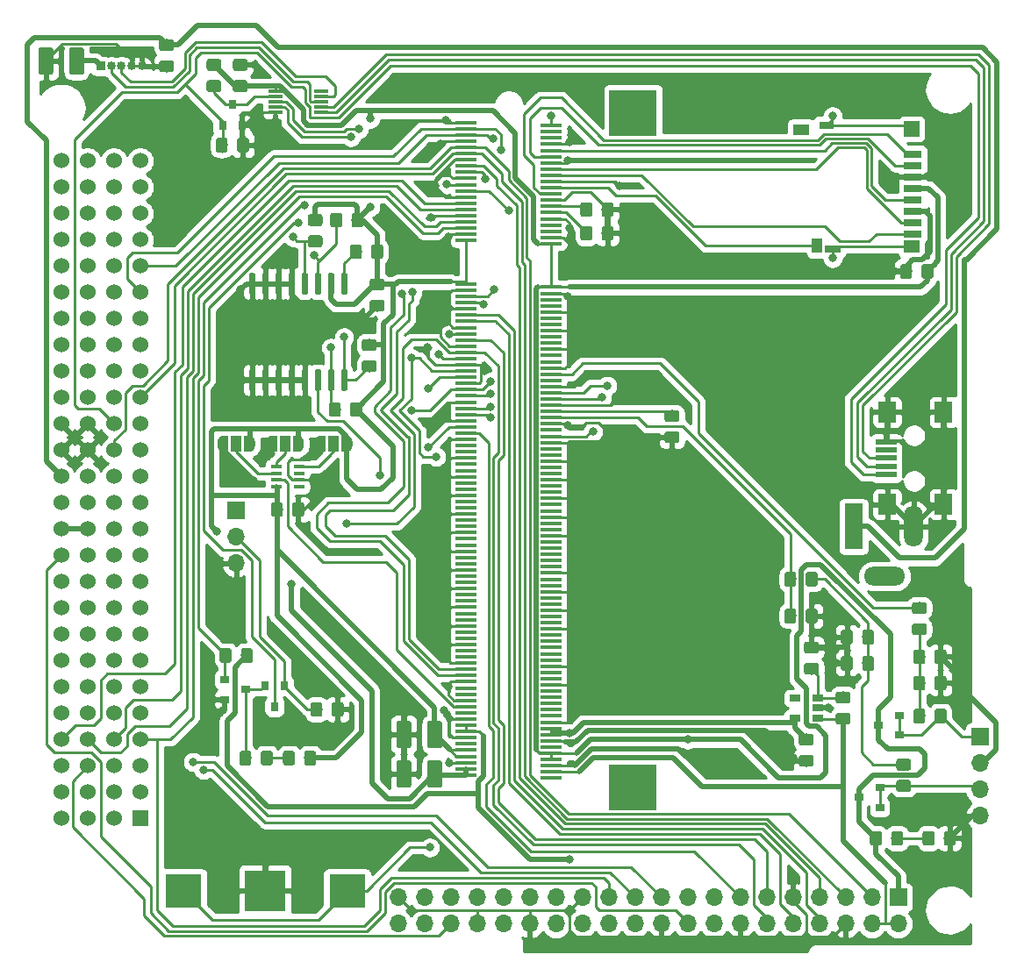
<source format=gbr>
G04 #@! TF.GenerationSoftware,KiCad,Pcbnew,(5.1.2)-2*
G04 #@! TF.CreationDate,2020-04-10T09:33:14+02:00*
G04 #@! TF.ProjectId,AfriCubePiPluginBoard,41667269-4375-4626-9550-69506c756769,rev?*
G04 #@! TF.SameCoordinates,Original*
G04 #@! TF.FileFunction,Copper,L1,Top*
G04 #@! TF.FilePolarity,Positive*
%FSLAX46Y46*%
G04 Gerber Fmt 4.6, Leading zero omitted, Abs format (unit mm)*
G04 Created by KiCad (PCBNEW (5.1.2)-2) date 2020-04-10 09:33:14*
%MOMM*%
%LPD*%
G04 APERTURE LIST*
%ADD10C,0.100000*%
%ADD11C,1.150000*%
%ADD12R,3.500000X3.300000*%
%ADD13R,4.000000X4.000000*%
%ADD14C,1.425000*%
%ADD15R,0.900000X0.800000*%
%ADD16R,1.750000X0.700000*%
%ADD17R,1.500000X1.300000*%
%ADD18R,1.500000X0.800000*%
%ADD19R,1.000000X1.450000*%
%ADD20R,1.400000X0.800000*%
%ADD21R,1.500000X1.500000*%
%ADD22R,1.550000X1.000000*%
%ADD23R,2.000000X0.500000*%
%ADD24R,1.700000X2.000000*%
%ADD25O,4.000000X1.800000*%
%ADD26O,1.800000X4.000000*%
%ADD27R,1.800000X4.400000*%
%ADD28R,1.700000X1.700000*%
%ADD29O,1.700000X1.700000*%
%ADD30C,0.500000*%
%ADD31R,1.000000X1.500000*%
%ADD32C,1.524000*%
%ADD33R,1.524000X1.524000*%
%ADD34R,0.800000X0.900000*%
%ADD35R,1.400000X0.300000*%
%ADD36R,1.060000X0.650000*%
%ADD37R,1.060000X0.400000*%
%ADD38C,0.600000*%
%ADD39R,2.000000X0.350000*%
%ADD40R,4.600000X4.500000*%
%ADD41O,0.850000X0.850000*%
%ADD42R,0.850000X0.850000*%
%ADD43C,0.800000*%
%ADD44C,0.250000*%
%ADD45C,0.500000*%
%ADD46C,0.400000*%
%ADD47C,0.254000*%
G04 APERTURE END LIST*
D10*
G36*
X188953505Y-134556204D02*
G01*
X188977773Y-134559804D01*
X189001572Y-134565765D01*
X189024671Y-134574030D01*
X189046850Y-134584520D01*
X189067893Y-134597132D01*
X189087599Y-134611747D01*
X189105777Y-134628223D01*
X189122253Y-134646401D01*
X189136868Y-134666107D01*
X189149480Y-134687150D01*
X189159970Y-134709329D01*
X189168235Y-134732428D01*
X189174196Y-134756227D01*
X189177796Y-134780495D01*
X189179000Y-134804999D01*
X189179000Y-135705001D01*
X189177796Y-135729505D01*
X189174196Y-135753773D01*
X189168235Y-135777572D01*
X189159970Y-135800671D01*
X189149480Y-135822850D01*
X189136868Y-135843893D01*
X189122253Y-135863599D01*
X189105777Y-135881777D01*
X189087599Y-135898253D01*
X189067893Y-135912868D01*
X189046850Y-135925480D01*
X189024671Y-135935970D01*
X189001572Y-135944235D01*
X188977773Y-135950196D01*
X188953505Y-135953796D01*
X188929001Y-135955000D01*
X188278999Y-135955000D01*
X188254495Y-135953796D01*
X188230227Y-135950196D01*
X188206428Y-135944235D01*
X188183329Y-135935970D01*
X188161150Y-135925480D01*
X188140107Y-135912868D01*
X188120401Y-135898253D01*
X188102223Y-135881777D01*
X188085747Y-135863599D01*
X188071132Y-135843893D01*
X188058520Y-135822850D01*
X188048030Y-135800671D01*
X188039765Y-135777572D01*
X188033804Y-135753773D01*
X188030204Y-135729505D01*
X188029000Y-135705001D01*
X188029000Y-134804999D01*
X188030204Y-134780495D01*
X188033804Y-134756227D01*
X188039765Y-134732428D01*
X188048030Y-134709329D01*
X188058520Y-134687150D01*
X188071132Y-134666107D01*
X188085747Y-134646401D01*
X188102223Y-134628223D01*
X188120401Y-134611747D01*
X188140107Y-134597132D01*
X188161150Y-134584520D01*
X188183329Y-134574030D01*
X188206428Y-134565765D01*
X188230227Y-134559804D01*
X188254495Y-134556204D01*
X188278999Y-134555000D01*
X188929001Y-134555000D01*
X188953505Y-134556204D01*
X188953505Y-134556204D01*
G37*
D11*
X188604000Y-135255000D03*
D10*
G36*
X186903505Y-134556204D02*
G01*
X186927773Y-134559804D01*
X186951572Y-134565765D01*
X186974671Y-134574030D01*
X186996850Y-134584520D01*
X187017893Y-134597132D01*
X187037599Y-134611747D01*
X187055777Y-134628223D01*
X187072253Y-134646401D01*
X187086868Y-134666107D01*
X187099480Y-134687150D01*
X187109970Y-134709329D01*
X187118235Y-134732428D01*
X187124196Y-134756227D01*
X187127796Y-134780495D01*
X187129000Y-134804999D01*
X187129000Y-135705001D01*
X187127796Y-135729505D01*
X187124196Y-135753773D01*
X187118235Y-135777572D01*
X187109970Y-135800671D01*
X187099480Y-135822850D01*
X187086868Y-135843893D01*
X187072253Y-135863599D01*
X187055777Y-135881777D01*
X187037599Y-135898253D01*
X187017893Y-135912868D01*
X186996850Y-135925480D01*
X186974671Y-135935970D01*
X186951572Y-135944235D01*
X186927773Y-135950196D01*
X186903505Y-135953796D01*
X186879001Y-135955000D01*
X186228999Y-135955000D01*
X186204495Y-135953796D01*
X186180227Y-135950196D01*
X186156428Y-135944235D01*
X186133329Y-135935970D01*
X186111150Y-135925480D01*
X186090107Y-135912868D01*
X186070401Y-135898253D01*
X186052223Y-135881777D01*
X186035747Y-135863599D01*
X186021132Y-135843893D01*
X186008520Y-135822850D01*
X185998030Y-135800671D01*
X185989765Y-135777572D01*
X185983804Y-135753773D01*
X185980204Y-135729505D01*
X185979000Y-135705001D01*
X185979000Y-134804999D01*
X185980204Y-134780495D01*
X185983804Y-134756227D01*
X185989765Y-134732428D01*
X185998030Y-134709329D01*
X186008520Y-134687150D01*
X186021132Y-134666107D01*
X186035747Y-134646401D01*
X186052223Y-134628223D01*
X186070401Y-134611747D01*
X186090107Y-134597132D01*
X186111150Y-134584520D01*
X186133329Y-134574030D01*
X186156428Y-134565765D01*
X186180227Y-134559804D01*
X186204495Y-134556204D01*
X186228999Y-134555000D01*
X186879001Y-134555000D01*
X186903505Y-134556204D01*
X186903505Y-134556204D01*
G37*
D11*
X186554000Y-135255000D03*
D10*
G36*
X183873505Y-134556204D02*
G01*
X183897773Y-134559804D01*
X183921572Y-134565765D01*
X183944671Y-134574030D01*
X183966850Y-134584520D01*
X183987893Y-134597132D01*
X184007599Y-134611747D01*
X184025777Y-134628223D01*
X184042253Y-134646401D01*
X184056868Y-134666107D01*
X184069480Y-134687150D01*
X184079970Y-134709329D01*
X184088235Y-134732428D01*
X184094196Y-134756227D01*
X184097796Y-134780495D01*
X184099000Y-134804999D01*
X184099000Y-135705001D01*
X184097796Y-135729505D01*
X184094196Y-135753773D01*
X184088235Y-135777572D01*
X184079970Y-135800671D01*
X184069480Y-135822850D01*
X184056868Y-135843893D01*
X184042253Y-135863599D01*
X184025777Y-135881777D01*
X184007599Y-135898253D01*
X183987893Y-135912868D01*
X183966850Y-135925480D01*
X183944671Y-135935970D01*
X183921572Y-135944235D01*
X183897773Y-135950196D01*
X183873505Y-135953796D01*
X183849001Y-135955000D01*
X183198999Y-135955000D01*
X183174495Y-135953796D01*
X183150227Y-135950196D01*
X183126428Y-135944235D01*
X183103329Y-135935970D01*
X183081150Y-135925480D01*
X183060107Y-135912868D01*
X183040401Y-135898253D01*
X183022223Y-135881777D01*
X183005747Y-135863599D01*
X182991132Y-135843893D01*
X182978520Y-135822850D01*
X182968030Y-135800671D01*
X182959765Y-135777572D01*
X182953804Y-135753773D01*
X182950204Y-135729505D01*
X182949000Y-135705001D01*
X182949000Y-134804999D01*
X182950204Y-134780495D01*
X182953804Y-134756227D01*
X182959765Y-134732428D01*
X182968030Y-134709329D01*
X182978520Y-134687150D01*
X182991132Y-134666107D01*
X183005747Y-134646401D01*
X183022223Y-134628223D01*
X183040401Y-134611747D01*
X183060107Y-134597132D01*
X183081150Y-134584520D01*
X183103329Y-134574030D01*
X183126428Y-134565765D01*
X183150227Y-134559804D01*
X183174495Y-134556204D01*
X183198999Y-134555000D01*
X183849001Y-134555000D01*
X183873505Y-134556204D01*
X183873505Y-134556204D01*
G37*
D11*
X183524000Y-135255000D03*
D10*
G36*
X181823505Y-134556204D02*
G01*
X181847773Y-134559804D01*
X181871572Y-134565765D01*
X181894671Y-134574030D01*
X181916850Y-134584520D01*
X181937893Y-134597132D01*
X181957599Y-134611747D01*
X181975777Y-134628223D01*
X181992253Y-134646401D01*
X182006868Y-134666107D01*
X182019480Y-134687150D01*
X182029970Y-134709329D01*
X182038235Y-134732428D01*
X182044196Y-134756227D01*
X182047796Y-134780495D01*
X182049000Y-134804999D01*
X182049000Y-135705001D01*
X182047796Y-135729505D01*
X182044196Y-135753773D01*
X182038235Y-135777572D01*
X182029970Y-135800671D01*
X182019480Y-135822850D01*
X182006868Y-135843893D01*
X181992253Y-135863599D01*
X181975777Y-135881777D01*
X181957599Y-135898253D01*
X181937893Y-135912868D01*
X181916850Y-135925480D01*
X181894671Y-135935970D01*
X181871572Y-135944235D01*
X181847773Y-135950196D01*
X181823505Y-135953796D01*
X181799001Y-135955000D01*
X181148999Y-135955000D01*
X181124495Y-135953796D01*
X181100227Y-135950196D01*
X181076428Y-135944235D01*
X181053329Y-135935970D01*
X181031150Y-135925480D01*
X181010107Y-135912868D01*
X180990401Y-135898253D01*
X180972223Y-135881777D01*
X180955747Y-135863599D01*
X180941132Y-135843893D01*
X180928520Y-135822850D01*
X180918030Y-135800671D01*
X180909765Y-135777572D01*
X180903804Y-135753773D01*
X180900204Y-135729505D01*
X180899000Y-135705001D01*
X180899000Y-134804999D01*
X180900204Y-134780495D01*
X180903804Y-134756227D01*
X180909765Y-134732428D01*
X180918030Y-134709329D01*
X180928520Y-134687150D01*
X180941132Y-134666107D01*
X180955747Y-134646401D01*
X180972223Y-134628223D01*
X180990401Y-134611747D01*
X181010107Y-134597132D01*
X181031150Y-134584520D01*
X181053329Y-134574030D01*
X181076428Y-134565765D01*
X181100227Y-134559804D01*
X181124495Y-134556204D01*
X181148999Y-134555000D01*
X181799001Y-134555000D01*
X181823505Y-134556204D01*
X181823505Y-134556204D01*
G37*
D11*
X181474000Y-135255000D03*
D10*
G36*
X186794505Y-79819204D02*
G01*
X186818773Y-79822804D01*
X186842572Y-79828765D01*
X186865671Y-79837030D01*
X186887850Y-79847520D01*
X186908893Y-79860132D01*
X186928599Y-79874747D01*
X186946777Y-79891223D01*
X186963253Y-79909401D01*
X186977868Y-79929107D01*
X186990480Y-79950150D01*
X187000970Y-79972329D01*
X187009235Y-79995428D01*
X187015196Y-80019227D01*
X187018796Y-80043495D01*
X187020000Y-80067999D01*
X187020000Y-80968001D01*
X187018796Y-80992505D01*
X187015196Y-81016773D01*
X187009235Y-81040572D01*
X187000970Y-81063671D01*
X186990480Y-81085850D01*
X186977868Y-81106893D01*
X186963253Y-81126599D01*
X186946777Y-81144777D01*
X186928599Y-81161253D01*
X186908893Y-81175868D01*
X186887850Y-81188480D01*
X186865671Y-81198970D01*
X186842572Y-81207235D01*
X186818773Y-81213196D01*
X186794505Y-81216796D01*
X186770001Y-81218000D01*
X186119999Y-81218000D01*
X186095495Y-81216796D01*
X186071227Y-81213196D01*
X186047428Y-81207235D01*
X186024329Y-81198970D01*
X186002150Y-81188480D01*
X185981107Y-81175868D01*
X185961401Y-81161253D01*
X185943223Y-81144777D01*
X185926747Y-81126599D01*
X185912132Y-81106893D01*
X185899520Y-81085850D01*
X185889030Y-81063671D01*
X185880765Y-81040572D01*
X185874804Y-81016773D01*
X185871204Y-80992505D01*
X185870000Y-80968001D01*
X185870000Y-80067999D01*
X185871204Y-80043495D01*
X185874804Y-80019227D01*
X185880765Y-79995428D01*
X185889030Y-79972329D01*
X185899520Y-79950150D01*
X185912132Y-79929107D01*
X185926747Y-79909401D01*
X185943223Y-79891223D01*
X185961401Y-79874747D01*
X185981107Y-79860132D01*
X186002150Y-79847520D01*
X186024329Y-79837030D01*
X186047428Y-79828765D01*
X186071227Y-79822804D01*
X186095495Y-79819204D01*
X186119999Y-79818000D01*
X186770001Y-79818000D01*
X186794505Y-79819204D01*
X186794505Y-79819204D01*
G37*
D11*
X186445000Y-80518000D03*
D10*
G36*
X184744505Y-79819204D02*
G01*
X184768773Y-79822804D01*
X184792572Y-79828765D01*
X184815671Y-79837030D01*
X184837850Y-79847520D01*
X184858893Y-79860132D01*
X184878599Y-79874747D01*
X184896777Y-79891223D01*
X184913253Y-79909401D01*
X184927868Y-79929107D01*
X184940480Y-79950150D01*
X184950970Y-79972329D01*
X184959235Y-79995428D01*
X184965196Y-80019227D01*
X184968796Y-80043495D01*
X184970000Y-80067999D01*
X184970000Y-80968001D01*
X184968796Y-80992505D01*
X184965196Y-81016773D01*
X184959235Y-81040572D01*
X184950970Y-81063671D01*
X184940480Y-81085850D01*
X184927868Y-81106893D01*
X184913253Y-81126599D01*
X184896777Y-81144777D01*
X184878599Y-81161253D01*
X184858893Y-81175868D01*
X184837850Y-81188480D01*
X184815671Y-81198970D01*
X184792572Y-81207235D01*
X184768773Y-81213196D01*
X184744505Y-81216796D01*
X184720001Y-81218000D01*
X184069999Y-81218000D01*
X184045495Y-81216796D01*
X184021227Y-81213196D01*
X183997428Y-81207235D01*
X183974329Y-81198970D01*
X183952150Y-81188480D01*
X183931107Y-81175868D01*
X183911401Y-81161253D01*
X183893223Y-81144777D01*
X183876747Y-81126599D01*
X183862132Y-81106893D01*
X183849520Y-81085850D01*
X183839030Y-81063671D01*
X183830765Y-81040572D01*
X183824804Y-81016773D01*
X183821204Y-80992505D01*
X183820000Y-80968001D01*
X183820000Y-80067999D01*
X183821204Y-80043495D01*
X183824804Y-80019227D01*
X183830765Y-79995428D01*
X183839030Y-79972329D01*
X183849520Y-79950150D01*
X183862132Y-79929107D01*
X183876747Y-79909401D01*
X183893223Y-79891223D01*
X183911401Y-79874747D01*
X183931107Y-79860132D01*
X183952150Y-79847520D01*
X183974329Y-79837030D01*
X183997428Y-79828765D01*
X184021227Y-79822804D01*
X184045495Y-79819204D01*
X184069999Y-79818000D01*
X184720001Y-79818000D01*
X184744505Y-79819204D01*
X184744505Y-79819204D01*
G37*
D11*
X184395000Y-80518000D03*
D10*
G36*
X153883505Y-73850204D02*
G01*
X153907773Y-73853804D01*
X153931572Y-73859765D01*
X153954671Y-73868030D01*
X153976850Y-73878520D01*
X153997893Y-73891132D01*
X154017599Y-73905747D01*
X154035777Y-73922223D01*
X154052253Y-73940401D01*
X154066868Y-73960107D01*
X154079480Y-73981150D01*
X154089970Y-74003329D01*
X154098235Y-74026428D01*
X154104196Y-74050227D01*
X154107796Y-74074495D01*
X154109000Y-74098999D01*
X154109000Y-74999001D01*
X154107796Y-75023505D01*
X154104196Y-75047773D01*
X154098235Y-75071572D01*
X154089970Y-75094671D01*
X154079480Y-75116850D01*
X154066868Y-75137893D01*
X154052253Y-75157599D01*
X154035777Y-75175777D01*
X154017599Y-75192253D01*
X153997893Y-75206868D01*
X153976850Y-75219480D01*
X153954671Y-75229970D01*
X153931572Y-75238235D01*
X153907773Y-75244196D01*
X153883505Y-75247796D01*
X153859001Y-75249000D01*
X153208999Y-75249000D01*
X153184495Y-75247796D01*
X153160227Y-75244196D01*
X153136428Y-75238235D01*
X153113329Y-75229970D01*
X153091150Y-75219480D01*
X153070107Y-75206868D01*
X153050401Y-75192253D01*
X153032223Y-75175777D01*
X153015747Y-75157599D01*
X153001132Y-75137893D01*
X152988520Y-75116850D01*
X152978030Y-75094671D01*
X152969765Y-75071572D01*
X152963804Y-75047773D01*
X152960204Y-75023505D01*
X152959000Y-74999001D01*
X152959000Y-74098999D01*
X152960204Y-74074495D01*
X152963804Y-74050227D01*
X152969765Y-74026428D01*
X152978030Y-74003329D01*
X152988520Y-73981150D01*
X153001132Y-73960107D01*
X153015747Y-73940401D01*
X153032223Y-73922223D01*
X153050401Y-73905747D01*
X153070107Y-73891132D01*
X153091150Y-73878520D01*
X153113329Y-73868030D01*
X153136428Y-73859765D01*
X153160227Y-73853804D01*
X153184495Y-73850204D01*
X153208999Y-73849000D01*
X153859001Y-73849000D01*
X153883505Y-73850204D01*
X153883505Y-73850204D01*
G37*
D11*
X153534000Y-74549000D03*
D10*
G36*
X155933505Y-73850204D02*
G01*
X155957773Y-73853804D01*
X155981572Y-73859765D01*
X156004671Y-73868030D01*
X156026850Y-73878520D01*
X156047893Y-73891132D01*
X156067599Y-73905747D01*
X156085777Y-73922223D01*
X156102253Y-73940401D01*
X156116868Y-73960107D01*
X156129480Y-73981150D01*
X156139970Y-74003329D01*
X156148235Y-74026428D01*
X156154196Y-74050227D01*
X156157796Y-74074495D01*
X156159000Y-74098999D01*
X156159000Y-74999001D01*
X156157796Y-75023505D01*
X156154196Y-75047773D01*
X156148235Y-75071572D01*
X156139970Y-75094671D01*
X156129480Y-75116850D01*
X156116868Y-75137893D01*
X156102253Y-75157599D01*
X156085777Y-75175777D01*
X156067599Y-75192253D01*
X156047893Y-75206868D01*
X156026850Y-75219480D01*
X156004671Y-75229970D01*
X155981572Y-75238235D01*
X155957773Y-75244196D01*
X155933505Y-75247796D01*
X155909001Y-75249000D01*
X155258999Y-75249000D01*
X155234495Y-75247796D01*
X155210227Y-75244196D01*
X155186428Y-75238235D01*
X155163329Y-75229970D01*
X155141150Y-75219480D01*
X155120107Y-75206868D01*
X155100401Y-75192253D01*
X155082223Y-75175777D01*
X155065747Y-75157599D01*
X155051132Y-75137893D01*
X155038520Y-75116850D01*
X155028030Y-75094671D01*
X155019765Y-75071572D01*
X155013804Y-75047773D01*
X155010204Y-75023505D01*
X155009000Y-74999001D01*
X155009000Y-74098999D01*
X155010204Y-74074495D01*
X155013804Y-74050227D01*
X155019765Y-74026428D01*
X155028030Y-74003329D01*
X155038520Y-73981150D01*
X155051132Y-73960107D01*
X155065747Y-73940401D01*
X155082223Y-73922223D01*
X155100401Y-73905747D01*
X155120107Y-73891132D01*
X155141150Y-73878520D01*
X155163329Y-73868030D01*
X155186428Y-73859765D01*
X155210227Y-73853804D01*
X155234495Y-73850204D01*
X155258999Y-73849000D01*
X155909001Y-73849000D01*
X155933505Y-73850204D01*
X155933505Y-73850204D01*
G37*
D11*
X155584000Y-74549000D03*
D12*
X114655000Y-140335000D03*
X130455000Y-140335000D03*
D13*
X122555000Y-140335000D03*
D10*
G36*
X104844504Y-58874204D02*
G01*
X104868773Y-58877804D01*
X104892571Y-58883765D01*
X104915671Y-58892030D01*
X104937849Y-58902520D01*
X104958893Y-58915133D01*
X104978598Y-58929747D01*
X104996777Y-58946223D01*
X105013253Y-58964402D01*
X105027867Y-58984107D01*
X105040480Y-59005151D01*
X105050970Y-59027329D01*
X105059235Y-59050429D01*
X105065196Y-59074227D01*
X105068796Y-59098496D01*
X105070000Y-59123000D01*
X105070000Y-61273000D01*
X105068796Y-61297504D01*
X105065196Y-61321773D01*
X105059235Y-61345571D01*
X105050970Y-61368671D01*
X105040480Y-61390849D01*
X105027867Y-61411893D01*
X105013253Y-61431598D01*
X104996777Y-61449777D01*
X104978598Y-61466253D01*
X104958893Y-61480867D01*
X104937849Y-61493480D01*
X104915671Y-61503970D01*
X104892571Y-61512235D01*
X104868773Y-61518196D01*
X104844504Y-61521796D01*
X104820000Y-61523000D01*
X103895000Y-61523000D01*
X103870496Y-61521796D01*
X103846227Y-61518196D01*
X103822429Y-61512235D01*
X103799329Y-61503970D01*
X103777151Y-61493480D01*
X103756107Y-61480867D01*
X103736402Y-61466253D01*
X103718223Y-61449777D01*
X103701747Y-61431598D01*
X103687133Y-61411893D01*
X103674520Y-61390849D01*
X103664030Y-61368671D01*
X103655765Y-61345571D01*
X103649804Y-61321773D01*
X103646204Y-61297504D01*
X103645000Y-61273000D01*
X103645000Y-59123000D01*
X103646204Y-59098496D01*
X103649804Y-59074227D01*
X103655765Y-59050429D01*
X103664030Y-59027329D01*
X103674520Y-59005151D01*
X103687133Y-58984107D01*
X103701747Y-58964402D01*
X103718223Y-58946223D01*
X103736402Y-58929747D01*
X103756107Y-58915133D01*
X103777151Y-58902520D01*
X103799329Y-58892030D01*
X103822429Y-58883765D01*
X103846227Y-58877804D01*
X103870496Y-58874204D01*
X103895000Y-58873000D01*
X104820000Y-58873000D01*
X104844504Y-58874204D01*
X104844504Y-58874204D01*
G37*
D14*
X104357500Y-60198000D03*
D10*
G36*
X101869504Y-58874204D02*
G01*
X101893773Y-58877804D01*
X101917571Y-58883765D01*
X101940671Y-58892030D01*
X101962849Y-58902520D01*
X101983893Y-58915133D01*
X102003598Y-58929747D01*
X102021777Y-58946223D01*
X102038253Y-58964402D01*
X102052867Y-58984107D01*
X102065480Y-59005151D01*
X102075970Y-59027329D01*
X102084235Y-59050429D01*
X102090196Y-59074227D01*
X102093796Y-59098496D01*
X102095000Y-59123000D01*
X102095000Y-61273000D01*
X102093796Y-61297504D01*
X102090196Y-61321773D01*
X102084235Y-61345571D01*
X102075970Y-61368671D01*
X102065480Y-61390849D01*
X102052867Y-61411893D01*
X102038253Y-61431598D01*
X102021777Y-61449777D01*
X102003598Y-61466253D01*
X101983893Y-61480867D01*
X101962849Y-61493480D01*
X101940671Y-61503970D01*
X101917571Y-61512235D01*
X101893773Y-61518196D01*
X101869504Y-61521796D01*
X101845000Y-61523000D01*
X100920000Y-61523000D01*
X100895496Y-61521796D01*
X100871227Y-61518196D01*
X100847429Y-61512235D01*
X100824329Y-61503970D01*
X100802151Y-61493480D01*
X100781107Y-61480867D01*
X100761402Y-61466253D01*
X100743223Y-61449777D01*
X100726747Y-61431598D01*
X100712133Y-61411893D01*
X100699520Y-61390849D01*
X100689030Y-61368671D01*
X100680765Y-61345571D01*
X100674804Y-61321773D01*
X100671204Y-61297504D01*
X100670000Y-61273000D01*
X100670000Y-59123000D01*
X100671204Y-59098496D01*
X100674804Y-59074227D01*
X100680765Y-59050429D01*
X100689030Y-59027329D01*
X100699520Y-59005151D01*
X100712133Y-58984107D01*
X100726747Y-58964402D01*
X100743223Y-58946223D01*
X100761402Y-58929747D01*
X100781107Y-58915133D01*
X100802151Y-58902520D01*
X100824329Y-58892030D01*
X100847429Y-58883765D01*
X100871227Y-58877804D01*
X100895496Y-58874204D01*
X100920000Y-58873000D01*
X101845000Y-58873000D01*
X101869504Y-58874204D01*
X101869504Y-58874204D01*
G37*
D14*
X101382500Y-60198000D03*
D10*
G36*
X175734505Y-116257204D02*
G01*
X175758773Y-116260804D01*
X175782572Y-116266765D01*
X175805671Y-116275030D01*
X175827850Y-116285520D01*
X175848893Y-116298132D01*
X175868599Y-116312747D01*
X175886777Y-116329223D01*
X175903253Y-116347401D01*
X175917868Y-116367107D01*
X175930480Y-116388150D01*
X175940970Y-116410329D01*
X175949235Y-116433428D01*
X175955196Y-116457227D01*
X175958796Y-116481495D01*
X175960000Y-116505999D01*
X175960000Y-117156001D01*
X175958796Y-117180505D01*
X175955196Y-117204773D01*
X175949235Y-117228572D01*
X175940970Y-117251671D01*
X175930480Y-117273850D01*
X175917868Y-117294893D01*
X175903253Y-117314599D01*
X175886777Y-117332777D01*
X175868599Y-117349253D01*
X175848893Y-117363868D01*
X175827850Y-117376480D01*
X175805671Y-117386970D01*
X175782572Y-117395235D01*
X175758773Y-117401196D01*
X175734505Y-117404796D01*
X175710001Y-117406000D01*
X174809999Y-117406000D01*
X174785495Y-117404796D01*
X174761227Y-117401196D01*
X174737428Y-117395235D01*
X174714329Y-117386970D01*
X174692150Y-117376480D01*
X174671107Y-117363868D01*
X174651401Y-117349253D01*
X174633223Y-117332777D01*
X174616747Y-117314599D01*
X174602132Y-117294893D01*
X174589520Y-117273850D01*
X174579030Y-117251671D01*
X174570765Y-117228572D01*
X174564804Y-117204773D01*
X174561204Y-117180505D01*
X174560000Y-117156001D01*
X174560000Y-116505999D01*
X174561204Y-116481495D01*
X174564804Y-116457227D01*
X174570765Y-116433428D01*
X174579030Y-116410329D01*
X174589520Y-116388150D01*
X174602132Y-116367107D01*
X174616747Y-116347401D01*
X174633223Y-116329223D01*
X174651401Y-116312747D01*
X174671107Y-116298132D01*
X174692150Y-116285520D01*
X174714329Y-116275030D01*
X174737428Y-116266765D01*
X174761227Y-116260804D01*
X174785495Y-116257204D01*
X174809999Y-116256000D01*
X175710001Y-116256000D01*
X175734505Y-116257204D01*
X175734505Y-116257204D01*
G37*
D11*
X175260000Y-116831000D03*
D10*
G36*
X175734505Y-118307204D02*
G01*
X175758773Y-118310804D01*
X175782572Y-118316765D01*
X175805671Y-118325030D01*
X175827850Y-118335520D01*
X175848893Y-118348132D01*
X175868599Y-118362747D01*
X175886777Y-118379223D01*
X175903253Y-118397401D01*
X175917868Y-118417107D01*
X175930480Y-118438150D01*
X175940970Y-118460329D01*
X175949235Y-118483428D01*
X175955196Y-118507227D01*
X175958796Y-118531495D01*
X175960000Y-118555999D01*
X175960000Y-119206001D01*
X175958796Y-119230505D01*
X175955196Y-119254773D01*
X175949235Y-119278572D01*
X175940970Y-119301671D01*
X175930480Y-119323850D01*
X175917868Y-119344893D01*
X175903253Y-119364599D01*
X175886777Y-119382777D01*
X175868599Y-119399253D01*
X175848893Y-119413868D01*
X175827850Y-119426480D01*
X175805671Y-119436970D01*
X175782572Y-119445235D01*
X175758773Y-119451196D01*
X175734505Y-119454796D01*
X175710001Y-119456000D01*
X174809999Y-119456000D01*
X174785495Y-119454796D01*
X174761227Y-119451196D01*
X174737428Y-119445235D01*
X174714329Y-119436970D01*
X174692150Y-119426480D01*
X174671107Y-119413868D01*
X174651401Y-119399253D01*
X174633223Y-119382777D01*
X174616747Y-119364599D01*
X174602132Y-119344893D01*
X174589520Y-119323850D01*
X174579030Y-119301671D01*
X174570765Y-119278572D01*
X174564804Y-119254773D01*
X174561204Y-119230505D01*
X174560000Y-119206001D01*
X174560000Y-118555999D01*
X174561204Y-118531495D01*
X174564804Y-118507227D01*
X174570765Y-118483428D01*
X174579030Y-118460329D01*
X174589520Y-118438150D01*
X174602132Y-118417107D01*
X174616747Y-118397401D01*
X174633223Y-118379223D01*
X174651401Y-118362747D01*
X174671107Y-118348132D01*
X174692150Y-118335520D01*
X174714329Y-118325030D01*
X174737428Y-118316765D01*
X174761227Y-118310804D01*
X174785495Y-118307204D01*
X174809999Y-118306000D01*
X175710001Y-118306000D01*
X175734505Y-118307204D01*
X175734505Y-118307204D01*
G37*
D11*
X175260000Y-118881000D03*
D10*
G36*
X175226505Y-125147204D02*
G01*
X175250773Y-125150804D01*
X175274572Y-125156765D01*
X175297671Y-125165030D01*
X175319850Y-125175520D01*
X175340893Y-125188132D01*
X175360599Y-125202747D01*
X175378777Y-125219223D01*
X175395253Y-125237401D01*
X175409868Y-125257107D01*
X175422480Y-125278150D01*
X175432970Y-125300329D01*
X175441235Y-125323428D01*
X175447196Y-125347227D01*
X175450796Y-125371495D01*
X175452000Y-125395999D01*
X175452000Y-126046001D01*
X175450796Y-126070505D01*
X175447196Y-126094773D01*
X175441235Y-126118572D01*
X175432970Y-126141671D01*
X175422480Y-126163850D01*
X175409868Y-126184893D01*
X175395253Y-126204599D01*
X175378777Y-126222777D01*
X175360599Y-126239253D01*
X175340893Y-126253868D01*
X175319850Y-126266480D01*
X175297671Y-126276970D01*
X175274572Y-126285235D01*
X175250773Y-126291196D01*
X175226505Y-126294796D01*
X175202001Y-126296000D01*
X174301999Y-126296000D01*
X174277495Y-126294796D01*
X174253227Y-126291196D01*
X174229428Y-126285235D01*
X174206329Y-126276970D01*
X174184150Y-126266480D01*
X174163107Y-126253868D01*
X174143401Y-126239253D01*
X174125223Y-126222777D01*
X174108747Y-126204599D01*
X174094132Y-126184893D01*
X174081520Y-126163850D01*
X174071030Y-126141671D01*
X174062765Y-126118572D01*
X174056804Y-126094773D01*
X174053204Y-126070505D01*
X174052000Y-126046001D01*
X174052000Y-125395999D01*
X174053204Y-125371495D01*
X174056804Y-125347227D01*
X174062765Y-125323428D01*
X174071030Y-125300329D01*
X174081520Y-125278150D01*
X174094132Y-125257107D01*
X174108747Y-125237401D01*
X174125223Y-125219223D01*
X174143401Y-125202747D01*
X174163107Y-125188132D01*
X174184150Y-125175520D01*
X174206329Y-125165030D01*
X174229428Y-125156765D01*
X174253227Y-125150804D01*
X174277495Y-125147204D01*
X174301999Y-125146000D01*
X175202001Y-125146000D01*
X175226505Y-125147204D01*
X175226505Y-125147204D01*
G37*
D11*
X174752000Y-125721000D03*
D10*
G36*
X175226505Y-127197204D02*
G01*
X175250773Y-127200804D01*
X175274572Y-127206765D01*
X175297671Y-127215030D01*
X175319850Y-127225520D01*
X175340893Y-127238132D01*
X175360599Y-127252747D01*
X175378777Y-127269223D01*
X175395253Y-127287401D01*
X175409868Y-127307107D01*
X175422480Y-127328150D01*
X175432970Y-127350329D01*
X175441235Y-127373428D01*
X175447196Y-127397227D01*
X175450796Y-127421495D01*
X175452000Y-127445999D01*
X175452000Y-128096001D01*
X175450796Y-128120505D01*
X175447196Y-128144773D01*
X175441235Y-128168572D01*
X175432970Y-128191671D01*
X175422480Y-128213850D01*
X175409868Y-128234893D01*
X175395253Y-128254599D01*
X175378777Y-128272777D01*
X175360599Y-128289253D01*
X175340893Y-128303868D01*
X175319850Y-128316480D01*
X175297671Y-128326970D01*
X175274572Y-128335235D01*
X175250773Y-128341196D01*
X175226505Y-128344796D01*
X175202001Y-128346000D01*
X174301999Y-128346000D01*
X174277495Y-128344796D01*
X174253227Y-128341196D01*
X174229428Y-128335235D01*
X174206329Y-128326970D01*
X174184150Y-128316480D01*
X174163107Y-128303868D01*
X174143401Y-128289253D01*
X174125223Y-128272777D01*
X174108747Y-128254599D01*
X174094132Y-128234893D01*
X174081520Y-128213850D01*
X174071030Y-128191671D01*
X174062765Y-128168572D01*
X174056804Y-128144773D01*
X174053204Y-128120505D01*
X174052000Y-128096001D01*
X174052000Y-127445999D01*
X174053204Y-127421495D01*
X174056804Y-127397227D01*
X174062765Y-127373428D01*
X174071030Y-127350329D01*
X174081520Y-127328150D01*
X174094132Y-127307107D01*
X174108747Y-127287401D01*
X174125223Y-127269223D01*
X174143401Y-127252747D01*
X174163107Y-127238132D01*
X174184150Y-127225520D01*
X174206329Y-127215030D01*
X174229428Y-127206765D01*
X174253227Y-127200804D01*
X174277495Y-127197204D01*
X174301999Y-127196000D01*
X175202001Y-127196000D01*
X175226505Y-127197204D01*
X175226505Y-127197204D01*
G37*
D11*
X174752000Y-127771000D03*
D10*
G36*
X120616505Y-59996204D02*
G01*
X120640773Y-59999804D01*
X120664572Y-60005765D01*
X120687671Y-60014030D01*
X120709850Y-60024520D01*
X120730893Y-60037132D01*
X120750599Y-60051747D01*
X120768777Y-60068223D01*
X120785253Y-60086401D01*
X120799868Y-60106107D01*
X120812480Y-60127150D01*
X120822970Y-60149329D01*
X120831235Y-60172428D01*
X120837196Y-60196227D01*
X120840796Y-60220495D01*
X120842000Y-60244999D01*
X120842000Y-60895001D01*
X120840796Y-60919505D01*
X120837196Y-60943773D01*
X120831235Y-60967572D01*
X120822970Y-60990671D01*
X120812480Y-61012850D01*
X120799868Y-61033893D01*
X120785253Y-61053599D01*
X120768777Y-61071777D01*
X120750599Y-61088253D01*
X120730893Y-61102868D01*
X120709850Y-61115480D01*
X120687671Y-61125970D01*
X120664572Y-61134235D01*
X120640773Y-61140196D01*
X120616505Y-61143796D01*
X120592001Y-61145000D01*
X119691999Y-61145000D01*
X119667495Y-61143796D01*
X119643227Y-61140196D01*
X119619428Y-61134235D01*
X119596329Y-61125970D01*
X119574150Y-61115480D01*
X119553107Y-61102868D01*
X119533401Y-61088253D01*
X119515223Y-61071777D01*
X119498747Y-61053599D01*
X119484132Y-61033893D01*
X119471520Y-61012850D01*
X119461030Y-60990671D01*
X119452765Y-60967572D01*
X119446804Y-60943773D01*
X119443204Y-60919505D01*
X119442000Y-60895001D01*
X119442000Y-60244999D01*
X119443204Y-60220495D01*
X119446804Y-60196227D01*
X119452765Y-60172428D01*
X119461030Y-60149329D01*
X119471520Y-60127150D01*
X119484132Y-60106107D01*
X119498747Y-60086401D01*
X119515223Y-60068223D01*
X119533401Y-60051747D01*
X119553107Y-60037132D01*
X119574150Y-60024520D01*
X119596329Y-60014030D01*
X119619428Y-60005765D01*
X119643227Y-59999804D01*
X119667495Y-59996204D01*
X119691999Y-59995000D01*
X120592001Y-59995000D01*
X120616505Y-59996204D01*
X120616505Y-59996204D01*
G37*
D11*
X120142000Y-60570000D03*
D10*
G36*
X120616505Y-62046204D02*
G01*
X120640773Y-62049804D01*
X120664572Y-62055765D01*
X120687671Y-62064030D01*
X120709850Y-62074520D01*
X120730893Y-62087132D01*
X120750599Y-62101747D01*
X120768777Y-62118223D01*
X120785253Y-62136401D01*
X120799868Y-62156107D01*
X120812480Y-62177150D01*
X120822970Y-62199329D01*
X120831235Y-62222428D01*
X120837196Y-62246227D01*
X120840796Y-62270495D01*
X120842000Y-62294999D01*
X120842000Y-62945001D01*
X120840796Y-62969505D01*
X120837196Y-62993773D01*
X120831235Y-63017572D01*
X120822970Y-63040671D01*
X120812480Y-63062850D01*
X120799868Y-63083893D01*
X120785253Y-63103599D01*
X120768777Y-63121777D01*
X120750599Y-63138253D01*
X120730893Y-63152868D01*
X120709850Y-63165480D01*
X120687671Y-63175970D01*
X120664572Y-63184235D01*
X120640773Y-63190196D01*
X120616505Y-63193796D01*
X120592001Y-63195000D01*
X119691999Y-63195000D01*
X119667495Y-63193796D01*
X119643227Y-63190196D01*
X119619428Y-63184235D01*
X119596329Y-63175970D01*
X119574150Y-63165480D01*
X119553107Y-63152868D01*
X119533401Y-63138253D01*
X119515223Y-63121777D01*
X119498747Y-63103599D01*
X119484132Y-63083893D01*
X119471520Y-63062850D01*
X119461030Y-63040671D01*
X119452765Y-63017572D01*
X119446804Y-62993773D01*
X119443204Y-62969505D01*
X119442000Y-62945001D01*
X119442000Y-62294999D01*
X119443204Y-62270495D01*
X119446804Y-62246227D01*
X119452765Y-62222428D01*
X119461030Y-62199329D01*
X119471520Y-62177150D01*
X119484132Y-62156107D01*
X119498747Y-62136401D01*
X119515223Y-62118223D01*
X119533401Y-62101747D01*
X119553107Y-62087132D01*
X119574150Y-62074520D01*
X119596329Y-62064030D01*
X119619428Y-62055765D01*
X119643227Y-62049804D01*
X119667495Y-62046204D01*
X119691999Y-62045000D01*
X120592001Y-62045000D01*
X120616505Y-62046204D01*
X120616505Y-62046204D01*
G37*
D11*
X120142000Y-62620000D03*
D10*
G36*
X136413504Y-127708204D02*
G01*
X136437773Y-127711804D01*
X136461571Y-127717765D01*
X136484671Y-127726030D01*
X136506849Y-127736520D01*
X136527893Y-127749133D01*
X136547598Y-127763747D01*
X136565777Y-127780223D01*
X136582253Y-127798402D01*
X136596867Y-127818107D01*
X136609480Y-127839151D01*
X136619970Y-127861329D01*
X136628235Y-127884429D01*
X136634196Y-127908227D01*
X136637796Y-127932496D01*
X136639000Y-127957000D01*
X136639000Y-130107000D01*
X136637796Y-130131504D01*
X136634196Y-130155773D01*
X136628235Y-130179571D01*
X136619970Y-130202671D01*
X136609480Y-130224849D01*
X136596867Y-130245893D01*
X136582253Y-130265598D01*
X136565777Y-130283777D01*
X136547598Y-130300253D01*
X136527893Y-130314867D01*
X136506849Y-130327480D01*
X136484671Y-130337970D01*
X136461571Y-130346235D01*
X136437773Y-130352196D01*
X136413504Y-130355796D01*
X136389000Y-130357000D01*
X135464000Y-130357000D01*
X135439496Y-130355796D01*
X135415227Y-130352196D01*
X135391429Y-130346235D01*
X135368329Y-130337970D01*
X135346151Y-130327480D01*
X135325107Y-130314867D01*
X135305402Y-130300253D01*
X135287223Y-130283777D01*
X135270747Y-130265598D01*
X135256133Y-130245893D01*
X135243520Y-130224849D01*
X135233030Y-130202671D01*
X135224765Y-130179571D01*
X135218804Y-130155773D01*
X135215204Y-130131504D01*
X135214000Y-130107000D01*
X135214000Y-127957000D01*
X135215204Y-127932496D01*
X135218804Y-127908227D01*
X135224765Y-127884429D01*
X135233030Y-127861329D01*
X135243520Y-127839151D01*
X135256133Y-127818107D01*
X135270747Y-127798402D01*
X135287223Y-127780223D01*
X135305402Y-127763747D01*
X135325107Y-127749133D01*
X135346151Y-127736520D01*
X135368329Y-127726030D01*
X135391429Y-127717765D01*
X135415227Y-127711804D01*
X135439496Y-127708204D01*
X135464000Y-127707000D01*
X136389000Y-127707000D01*
X136413504Y-127708204D01*
X136413504Y-127708204D01*
G37*
D14*
X135926500Y-129032000D03*
D10*
G36*
X139388504Y-127708204D02*
G01*
X139412773Y-127711804D01*
X139436571Y-127717765D01*
X139459671Y-127726030D01*
X139481849Y-127736520D01*
X139502893Y-127749133D01*
X139522598Y-127763747D01*
X139540777Y-127780223D01*
X139557253Y-127798402D01*
X139571867Y-127818107D01*
X139584480Y-127839151D01*
X139594970Y-127861329D01*
X139603235Y-127884429D01*
X139609196Y-127908227D01*
X139612796Y-127932496D01*
X139614000Y-127957000D01*
X139614000Y-130107000D01*
X139612796Y-130131504D01*
X139609196Y-130155773D01*
X139603235Y-130179571D01*
X139594970Y-130202671D01*
X139584480Y-130224849D01*
X139571867Y-130245893D01*
X139557253Y-130265598D01*
X139540777Y-130283777D01*
X139522598Y-130300253D01*
X139502893Y-130314867D01*
X139481849Y-130327480D01*
X139459671Y-130337970D01*
X139436571Y-130346235D01*
X139412773Y-130352196D01*
X139388504Y-130355796D01*
X139364000Y-130357000D01*
X138439000Y-130357000D01*
X138414496Y-130355796D01*
X138390227Y-130352196D01*
X138366429Y-130346235D01*
X138343329Y-130337970D01*
X138321151Y-130327480D01*
X138300107Y-130314867D01*
X138280402Y-130300253D01*
X138262223Y-130283777D01*
X138245747Y-130265598D01*
X138231133Y-130245893D01*
X138218520Y-130224849D01*
X138208030Y-130202671D01*
X138199765Y-130179571D01*
X138193804Y-130155773D01*
X138190204Y-130131504D01*
X138189000Y-130107000D01*
X138189000Y-127957000D01*
X138190204Y-127932496D01*
X138193804Y-127908227D01*
X138199765Y-127884429D01*
X138208030Y-127861329D01*
X138218520Y-127839151D01*
X138231133Y-127818107D01*
X138245747Y-127798402D01*
X138262223Y-127780223D01*
X138280402Y-127763747D01*
X138300107Y-127749133D01*
X138321151Y-127736520D01*
X138343329Y-127726030D01*
X138366429Y-127717765D01*
X138390227Y-127711804D01*
X138414496Y-127708204D01*
X138439000Y-127707000D01*
X139364000Y-127707000D01*
X139388504Y-127708204D01*
X139388504Y-127708204D01*
G37*
D14*
X138901500Y-129032000D03*
D10*
G36*
X136413504Y-123898204D02*
G01*
X136437773Y-123901804D01*
X136461571Y-123907765D01*
X136484671Y-123916030D01*
X136506849Y-123926520D01*
X136527893Y-123939133D01*
X136547598Y-123953747D01*
X136565777Y-123970223D01*
X136582253Y-123988402D01*
X136596867Y-124008107D01*
X136609480Y-124029151D01*
X136619970Y-124051329D01*
X136628235Y-124074429D01*
X136634196Y-124098227D01*
X136637796Y-124122496D01*
X136639000Y-124147000D01*
X136639000Y-126297000D01*
X136637796Y-126321504D01*
X136634196Y-126345773D01*
X136628235Y-126369571D01*
X136619970Y-126392671D01*
X136609480Y-126414849D01*
X136596867Y-126435893D01*
X136582253Y-126455598D01*
X136565777Y-126473777D01*
X136547598Y-126490253D01*
X136527893Y-126504867D01*
X136506849Y-126517480D01*
X136484671Y-126527970D01*
X136461571Y-126536235D01*
X136437773Y-126542196D01*
X136413504Y-126545796D01*
X136389000Y-126547000D01*
X135464000Y-126547000D01*
X135439496Y-126545796D01*
X135415227Y-126542196D01*
X135391429Y-126536235D01*
X135368329Y-126527970D01*
X135346151Y-126517480D01*
X135325107Y-126504867D01*
X135305402Y-126490253D01*
X135287223Y-126473777D01*
X135270747Y-126455598D01*
X135256133Y-126435893D01*
X135243520Y-126414849D01*
X135233030Y-126392671D01*
X135224765Y-126369571D01*
X135218804Y-126345773D01*
X135215204Y-126321504D01*
X135214000Y-126297000D01*
X135214000Y-124147000D01*
X135215204Y-124122496D01*
X135218804Y-124098227D01*
X135224765Y-124074429D01*
X135233030Y-124051329D01*
X135243520Y-124029151D01*
X135256133Y-124008107D01*
X135270747Y-123988402D01*
X135287223Y-123970223D01*
X135305402Y-123953747D01*
X135325107Y-123939133D01*
X135346151Y-123926520D01*
X135368329Y-123916030D01*
X135391429Y-123907765D01*
X135415227Y-123901804D01*
X135439496Y-123898204D01*
X135464000Y-123897000D01*
X136389000Y-123897000D01*
X136413504Y-123898204D01*
X136413504Y-123898204D01*
G37*
D14*
X135926500Y-125222000D03*
D10*
G36*
X139388504Y-123898204D02*
G01*
X139412773Y-123901804D01*
X139436571Y-123907765D01*
X139459671Y-123916030D01*
X139481849Y-123926520D01*
X139502893Y-123939133D01*
X139522598Y-123953747D01*
X139540777Y-123970223D01*
X139557253Y-123988402D01*
X139571867Y-124008107D01*
X139584480Y-124029151D01*
X139594970Y-124051329D01*
X139603235Y-124074429D01*
X139609196Y-124098227D01*
X139612796Y-124122496D01*
X139614000Y-124147000D01*
X139614000Y-126297000D01*
X139612796Y-126321504D01*
X139609196Y-126345773D01*
X139603235Y-126369571D01*
X139594970Y-126392671D01*
X139584480Y-126414849D01*
X139571867Y-126435893D01*
X139557253Y-126455598D01*
X139540777Y-126473777D01*
X139522598Y-126490253D01*
X139502893Y-126504867D01*
X139481849Y-126517480D01*
X139459671Y-126527970D01*
X139436571Y-126536235D01*
X139412773Y-126542196D01*
X139388504Y-126545796D01*
X139364000Y-126547000D01*
X138439000Y-126547000D01*
X138414496Y-126545796D01*
X138390227Y-126542196D01*
X138366429Y-126536235D01*
X138343329Y-126527970D01*
X138321151Y-126517480D01*
X138300107Y-126504867D01*
X138280402Y-126490253D01*
X138262223Y-126473777D01*
X138245747Y-126455598D01*
X138231133Y-126435893D01*
X138218520Y-126414849D01*
X138208030Y-126392671D01*
X138199765Y-126369571D01*
X138193804Y-126345773D01*
X138190204Y-126321504D01*
X138189000Y-126297000D01*
X138189000Y-124147000D01*
X138190204Y-124122496D01*
X138193804Y-124098227D01*
X138199765Y-124074429D01*
X138208030Y-124051329D01*
X138218520Y-124029151D01*
X138231133Y-124008107D01*
X138245747Y-123988402D01*
X138262223Y-123970223D01*
X138280402Y-123953747D01*
X138300107Y-123939133D01*
X138321151Y-123926520D01*
X138343329Y-123916030D01*
X138366429Y-123907765D01*
X138390227Y-123901804D01*
X138414496Y-123898204D01*
X138439000Y-123897000D01*
X139364000Y-123897000D01*
X139388504Y-123898204D01*
X139388504Y-123898204D01*
G37*
D14*
X138901500Y-125222000D03*
D10*
G36*
X133824505Y-81205204D02*
G01*
X133848773Y-81208804D01*
X133872572Y-81214765D01*
X133895671Y-81223030D01*
X133917850Y-81233520D01*
X133938893Y-81246132D01*
X133958599Y-81260747D01*
X133976777Y-81277223D01*
X133993253Y-81295401D01*
X134007868Y-81315107D01*
X134020480Y-81336150D01*
X134030970Y-81358329D01*
X134039235Y-81381428D01*
X134045196Y-81405227D01*
X134048796Y-81429495D01*
X134050000Y-81453999D01*
X134050000Y-82104001D01*
X134048796Y-82128505D01*
X134045196Y-82152773D01*
X134039235Y-82176572D01*
X134030970Y-82199671D01*
X134020480Y-82221850D01*
X134007868Y-82242893D01*
X133993253Y-82262599D01*
X133976777Y-82280777D01*
X133958599Y-82297253D01*
X133938893Y-82311868D01*
X133917850Y-82324480D01*
X133895671Y-82334970D01*
X133872572Y-82343235D01*
X133848773Y-82349196D01*
X133824505Y-82352796D01*
X133800001Y-82354000D01*
X132899999Y-82354000D01*
X132875495Y-82352796D01*
X132851227Y-82349196D01*
X132827428Y-82343235D01*
X132804329Y-82334970D01*
X132782150Y-82324480D01*
X132761107Y-82311868D01*
X132741401Y-82297253D01*
X132723223Y-82280777D01*
X132706747Y-82262599D01*
X132692132Y-82242893D01*
X132679520Y-82221850D01*
X132669030Y-82199671D01*
X132660765Y-82176572D01*
X132654804Y-82152773D01*
X132651204Y-82128505D01*
X132650000Y-82104001D01*
X132650000Y-81453999D01*
X132651204Y-81429495D01*
X132654804Y-81405227D01*
X132660765Y-81381428D01*
X132669030Y-81358329D01*
X132679520Y-81336150D01*
X132692132Y-81315107D01*
X132706747Y-81295401D01*
X132723223Y-81277223D01*
X132741401Y-81260747D01*
X132761107Y-81246132D01*
X132782150Y-81233520D01*
X132804329Y-81223030D01*
X132827428Y-81214765D01*
X132851227Y-81208804D01*
X132875495Y-81205204D01*
X132899999Y-81204000D01*
X133800001Y-81204000D01*
X133824505Y-81205204D01*
X133824505Y-81205204D01*
G37*
D11*
X133350000Y-81779000D03*
D10*
G36*
X133824505Y-83255204D02*
G01*
X133848773Y-83258804D01*
X133872572Y-83264765D01*
X133895671Y-83273030D01*
X133917850Y-83283520D01*
X133938893Y-83296132D01*
X133958599Y-83310747D01*
X133976777Y-83327223D01*
X133993253Y-83345401D01*
X134007868Y-83365107D01*
X134020480Y-83386150D01*
X134030970Y-83408329D01*
X134039235Y-83431428D01*
X134045196Y-83455227D01*
X134048796Y-83479495D01*
X134050000Y-83503999D01*
X134050000Y-84154001D01*
X134048796Y-84178505D01*
X134045196Y-84202773D01*
X134039235Y-84226572D01*
X134030970Y-84249671D01*
X134020480Y-84271850D01*
X134007868Y-84292893D01*
X133993253Y-84312599D01*
X133976777Y-84330777D01*
X133958599Y-84347253D01*
X133938893Y-84361868D01*
X133917850Y-84374480D01*
X133895671Y-84384970D01*
X133872572Y-84393235D01*
X133848773Y-84399196D01*
X133824505Y-84402796D01*
X133800001Y-84404000D01*
X132899999Y-84404000D01*
X132875495Y-84402796D01*
X132851227Y-84399196D01*
X132827428Y-84393235D01*
X132804329Y-84384970D01*
X132782150Y-84374480D01*
X132761107Y-84361868D01*
X132741401Y-84347253D01*
X132723223Y-84330777D01*
X132706747Y-84312599D01*
X132692132Y-84292893D01*
X132679520Y-84271850D01*
X132669030Y-84249671D01*
X132660765Y-84226572D01*
X132654804Y-84202773D01*
X132651204Y-84178505D01*
X132650000Y-84154001D01*
X132650000Y-83503999D01*
X132651204Y-83479495D01*
X132654804Y-83455227D01*
X132660765Y-83431428D01*
X132669030Y-83408329D01*
X132679520Y-83386150D01*
X132692132Y-83365107D01*
X132706747Y-83345401D01*
X132723223Y-83327223D01*
X132741401Y-83310747D01*
X132761107Y-83296132D01*
X132782150Y-83283520D01*
X132804329Y-83273030D01*
X132827428Y-83264765D01*
X132851227Y-83258804D01*
X132875495Y-83255204D01*
X132899999Y-83254000D01*
X133800001Y-83254000D01*
X133824505Y-83255204D01*
X133824505Y-83255204D01*
G37*
D11*
X133350000Y-83829000D03*
D10*
G36*
X188064505Y-122745204D02*
G01*
X188088773Y-122748804D01*
X188112572Y-122754765D01*
X188135671Y-122763030D01*
X188157850Y-122773520D01*
X188178893Y-122786132D01*
X188198599Y-122800747D01*
X188216777Y-122817223D01*
X188233253Y-122835401D01*
X188247868Y-122855107D01*
X188260480Y-122876150D01*
X188270970Y-122898329D01*
X188279235Y-122921428D01*
X188285196Y-122945227D01*
X188288796Y-122969495D01*
X188290000Y-122993999D01*
X188290000Y-123894001D01*
X188288796Y-123918505D01*
X188285196Y-123942773D01*
X188279235Y-123966572D01*
X188270970Y-123989671D01*
X188260480Y-124011850D01*
X188247868Y-124032893D01*
X188233253Y-124052599D01*
X188216777Y-124070777D01*
X188198599Y-124087253D01*
X188178893Y-124101868D01*
X188157850Y-124114480D01*
X188135671Y-124124970D01*
X188112572Y-124133235D01*
X188088773Y-124139196D01*
X188064505Y-124142796D01*
X188040001Y-124144000D01*
X187389999Y-124144000D01*
X187365495Y-124142796D01*
X187341227Y-124139196D01*
X187317428Y-124133235D01*
X187294329Y-124124970D01*
X187272150Y-124114480D01*
X187251107Y-124101868D01*
X187231401Y-124087253D01*
X187213223Y-124070777D01*
X187196747Y-124052599D01*
X187182132Y-124032893D01*
X187169520Y-124011850D01*
X187159030Y-123989671D01*
X187150765Y-123966572D01*
X187144804Y-123942773D01*
X187141204Y-123918505D01*
X187140000Y-123894001D01*
X187140000Y-122993999D01*
X187141204Y-122969495D01*
X187144804Y-122945227D01*
X187150765Y-122921428D01*
X187159030Y-122898329D01*
X187169520Y-122876150D01*
X187182132Y-122855107D01*
X187196747Y-122835401D01*
X187213223Y-122817223D01*
X187231401Y-122800747D01*
X187251107Y-122786132D01*
X187272150Y-122773520D01*
X187294329Y-122763030D01*
X187317428Y-122754765D01*
X187341227Y-122748804D01*
X187365495Y-122745204D01*
X187389999Y-122744000D01*
X188040001Y-122744000D01*
X188064505Y-122745204D01*
X188064505Y-122745204D01*
G37*
D11*
X187715000Y-123444000D03*
D10*
G36*
X186014505Y-122745204D02*
G01*
X186038773Y-122748804D01*
X186062572Y-122754765D01*
X186085671Y-122763030D01*
X186107850Y-122773520D01*
X186128893Y-122786132D01*
X186148599Y-122800747D01*
X186166777Y-122817223D01*
X186183253Y-122835401D01*
X186197868Y-122855107D01*
X186210480Y-122876150D01*
X186220970Y-122898329D01*
X186229235Y-122921428D01*
X186235196Y-122945227D01*
X186238796Y-122969495D01*
X186240000Y-122993999D01*
X186240000Y-123894001D01*
X186238796Y-123918505D01*
X186235196Y-123942773D01*
X186229235Y-123966572D01*
X186220970Y-123989671D01*
X186210480Y-124011850D01*
X186197868Y-124032893D01*
X186183253Y-124052599D01*
X186166777Y-124070777D01*
X186148599Y-124087253D01*
X186128893Y-124101868D01*
X186107850Y-124114480D01*
X186085671Y-124124970D01*
X186062572Y-124133235D01*
X186038773Y-124139196D01*
X186014505Y-124142796D01*
X185990001Y-124144000D01*
X185339999Y-124144000D01*
X185315495Y-124142796D01*
X185291227Y-124139196D01*
X185267428Y-124133235D01*
X185244329Y-124124970D01*
X185222150Y-124114480D01*
X185201107Y-124101868D01*
X185181401Y-124087253D01*
X185163223Y-124070777D01*
X185146747Y-124052599D01*
X185132132Y-124032893D01*
X185119520Y-124011850D01*
X185109030Y-123989671D01*
X185100765Y-123966572D01*
X185094804Y-123942773D01*
X185091204Y-123918505D01*
X185090000Y-123894001D01*
X185090000Y-122993999D01*
X185091204Y-122969495D01*
X185094804Y-122945227D01*
X185100765Y-122921428D01*
X185109030Y-122898329D01*
X185119520Y-122876150D01*
X185132132Y-122855107D01*
X185146747Y-122835401D01*
X185163223Y-122817223D01*
X185181401Y-122800747D01*
X185201107Y-122786132D01*
X185222150Y-122773520D01*
X185244329Y-122763030D01*
X185267428Y-122754765D01*
X185291227Y-122748804D01*
X185315495Y-122745204D01*
X185339999Y-122744000D01*
X185990001Y-122744000D01*
X186014505Y-122745204D01*
X186014505Y-122745204D01*
G37*
D11*
X185665000Y-123444000D03*
D10*
G36*
X188064505Y-117030204D02*
G01*
X188088773Y-117033804D01*
X188112572Y-117039765D01*
X188135671Y-117048030D01*
X188157850Y-117058520D01*
X188178893Y-117071132D01*
X188198599Y-117085747D01*
X188216777Y-117102223D01*
X188233253Y-117120401D01*
X188247868Y-117140107D01*
X188260480Y-117161150D01*
X188270970Y-117183329D01*
X188279235Y-117206428D01*
X188285196Y-117230227D01*
X188288796Y-117254495D01*
X188290000Y-117278999D01*
X188290000Y-118179001D01*
X188288796Y-118203505D01*
X188285196Y-118227773D01*
X188279235Y-118251572D01*
X188270970Y-118274671D01*
X188260480Y-118296850D01*
X188247868Y-118317893D01*
X188233253Y-118337599D01*
X188216777Y-118355777D01*
X188198599Y-118372253D01*
X188178893Y-118386868D01*
X188157850Y-118399480D01*
X188135671Y-118409970D01*
X188112572Y-118418235D01*
X188088773Y-118424196D01*
X188064505Y-118427796D01*
X188040001Y-118429000D01*
X187389999Y-118429000D01*
X187365495Y-118427796D01*
X187341227Y-118424196D01*
X187317428Y-118418235D01*
X187294329Y-118409970D01*
X187272150Y-118399480D01*
X187251107Y-118386868D01*
X187231401Y-118372253D01*
X187213223Y-118355777D01*
X187196747Y-118337599D01*
X187182132Y-118317893D01*
X187169520Y-118296850D01*
X187159030Y-118274671D01*
X187150765Y-118251572D01*
X187144804Y-118227773D01*
X187141204Y-118203505D01*
X187140000Y-118179001D01*
X187140000Y-117278999D01*
X187141204Y-117254495D01*
X187144804Y-117230227D01*
X187150765Y-117206428D01*
X187159030Y-117183329D01*
X187169520Y-117161150D01*
X187182132Y-117140107D01*
X187196747Y-117120401D01*
X187213223Y-117102223D01*
X187231401Y-117085747D01*
X187251107Y-117071132D01*
X187272150Y-117058520D01*
X187294329Y-117048030D01*
X187317428Y-117039765D01*
X187341227Y-117033804D01*
X187365495Y-117030204D01*
X187389999Y-117029000D01*
X188040001Y-117029000D01*
X188064505Y-117030204D01*
X188064505Y-117030204D01*
G37*
D11*
X187715000Y-117729000D03*
D10*
G36*
X186014505Y-117030204D02*
G01*
X186038773Y-117033804D01*
X186062572Y-117039765D01*
X186085671Y-117048030D01*
X186107850Y-117058520D01*
X186128893Y-117071132D01*
X186148599Y-117085747D01*
X186166777Y-117102223D01*
X186183253Y-117120401D01*
X186197868Y-117140107D01*
X186210480Y-117161150D01*
X186220970Y-117183329D01*
X186229235Y-117206428D01*
X186235196Y-117230227D01*
X186238796Y-117254495D01*
X186240000Y-117278999D01*
X186240000Y-118179001D01*
X186238796Y-118203505D01*
X186235196Y-118227773D01*
X186229235Y-118251572D01*
X186220970Y-118274671D01*
X186210480Y-118296850D01*
X186197868Y-118317893D01*
X186183253Y-118337599D01*
X186166777Y-118355777D01*
X186148599Y-118372253D01*
X186128893Y-118386868D01*
X186107850Y-118399480D01*
X186085671Y-118409970D01*
X186062572Y-118418235D01*
X186038773Y-118424196D01*
X186014505Y-118427796D01*
X185990001Y-118429000D01*
X185339999Y-118429000D01*
X185315495Y-118427796D01*
X185291227Y-118424196D01*
X185267428Y-118418235D01*
X185244329Y-118409970D01*
X185222150Y-118399480D01*
X185201107Y-118386868D01*
X185181401Y-118372253D01*
X185163223Y-118355777D01*
X185146747Y-118337599D01*
X185132132Y-118317893D01*
X185119520Y-118296850D01*
X185109030Y-118274671D01*
X185100765Y-118251572D01*
X185094804Y-118227773D01*
X185091204Y-118203505D01*
X185090000Y-118179001D01*
X185090000Y-117278999D01*
X185091204Y-117254495D01*
X185094804Y-117230227D01*
X185100765Y-117206428D01*
X185109030Y-117183329D01*
X185119520Y-117161150D01*
X185132132Y-117140107D01*
X185146747Y-117120401D01*
X185163223Y-117102223D01*
X185181401Y-117085747D01*
X185201107Y-117071132D01*
X185222150Y-117058520D01*
X185244329Y-117048030D01*
X185267428Y-117039765D01*
X185291227Y-117033804D01*
X185315495Y-117030204D01*
X185339999Y-117029000D01*
X185990001Y-117029000D01*
X186014505Y-117030204D01*
X186014505Y-117030204D01*
G37*
D11*
X185665000Y-117729000D03*
D10*
G36*
X184624505Y-127560204D02*
G01*
X184648773Y-127563804D01*
X184672572Y-127569765D01*
X184695671Y-127578030D01*
X184717850Y-127588520D01*
X184738893Y-127601132D01*
X184758599Y-127615747D01*
X184776777Y-127632223D01*
X184793253Y-127650401D01*
X184807868Y-127670107D01*
X184820480Y-127691150D01*
X184830970Y-127713329D01*
X184839235Y-127736428D01*
X184845196Y-127760227D01*
X184848796Y-127784495D01*
X184850000Y-127808999D01*
X184850000Y-128459001D01*
X184848796Y-128483505D01*
X184845196Y-128507773D01*
X184839235Y-128531572D01*
X184830970Y-128554671D01*
X184820480Y-128576850D01*
X184807868Y-128597893D01*
X184793253Y-128617599D01*
X184776777Y-128635777D01*
X184758599Y-128652253D01*
X184738893Y-128666868D01*
X184717850Y-128679480D01*
X184695671Y-128689970D01*
X184672572Y-128698235D01*
X184648773Y-128704196D01*
X184624505Y-128707796D01*
X184600001Y-128709000D01*
X183699999Y-128709000D01*
X183675495Y-128707796D01*
X183651227Y-128704196D01*
X183627428Y-128698235D01*
X183604329Y-128689970D01*
X183582150Y-128679480D01*
X183561107Y-128666868D01*
X183541401Y-128652253D01*
X183523223Y-128635777D01*
X183506747Y-128617599D01*
X183492132Y-128597893D01*
X183479520Y-128576850D01*
X183469030Y-128554671D01*
X183460765Y-128531572D01*
X183454804Y-128507773D01*
X183451204Y-128483505D01*
X183450000Y-128459001D01*
X183450000Y-127808999D01*
X183451204Y-127784495D01*
X183454804Y-127760227D01*
X183460765Y-127736428D01*
X183469030Y-127713329D01*
X183479520Y-127691150D01*
X183492132Y-127670107D01*
X183506747Y-127650401D01*
X183523223Y-127632223D01*
X183541401Y-127615747D01*
X183561107Y-127601132D01*
X183582150Y-127588520D01*
X183604329Y-127578030D01*
X183627428Y-127569765D01*
X183651227Y-127563804D01*
X183675495Y-127560204D01*
X183699999Y-127559000D01*
X184600001Y-127559000D01*
X184624505Y-127560204D01*
X184624505Y-127560204D01*
G37*
D11*
X184150000Y-128134000D03*
D10*
G36*
X184624505Y-129610204D02*
G01*
X184648773Y-129613804D01*
X184672572Y-129619765D01*
X184695671Y-129628030D01*
X184717850Y-129638520D01*
X184738893Y-129651132D01*
X184758599Y-129665747D01*
X184776777Y-129682223D01*
X184793253Y-129700401D01*
X184807868Y-129720107D01*
X184820480Y-129741150D01*
X184830970Y-129763329D01*
X184839235Y-129786428D01*
X184845196Y-129810227D01*
X184848796Y-129834495D01*
X184850000Y-129858999D01*
X184850000Y-130509001D01*
X184848796Y-130533505D01*
X184845196Y-130557773D01*
X184839235Y-130581572D01*
X184830970Y-130604671D01*
X184820480Y-130626850D01*
X184807868Y-130647893D01*
X184793253Y-130667599D01*
X184776777Y-130685777D01*
X184758599Y-130702253D01*
X184738893Y-130716868D01*
X184717850Y-130729480D01*
X184695671Y-130739970D01*
X184672572Y-130748235D01*
X184648773Y-130754196D01*
X184624505Y-130757796D01*
X184600001Y-130759000D01*
X183699999Y-130759000D01*
X183675495Y-130757796D01*
X183651227Y-130754196D01*
X183627428Y-130748235D01*
X183604329Y-130739970D01*
X183582150Y-130729480D01*
X183561107Y-130716868D01*
X183541401Y-130702253D01*
X183523223Y-130685777D01*
X183506747Y-130667599D01*
X183492132Y-130647893D01*
X183479520Y-130626850D01*
X183469030Y-130604671D01*
X183460765Y-130581572D01*
X183454804Y-130557773D01*
X183451204Y-130533505D01*
X183450000Y-130509001D01*
X183450000Y-129858999D01*
X183451204Y-129834495D01*
X183454804Y-129810227D01*
X183460765Y-129786428D01*
X183469030Y-129763329D01*
X183479520Y-129741150D01*
X183492132Y-129720107D01*
X183506747Y-129700401D01*
X183523223Y-129682223D01*
X183541401Y-129665747D01*
X183561107Y-129651132D01*
X183582150Y-129638520D01*
X183604329Y-129628030D01*
X183627428Y-129619765D01*
X183651227Y-129613804D01*
X183675495Y-129610204D01*
X183699999Y-129609000D01*
X184600001Y-129609000D01*
X184624505Y-129610204D01*
X184624505Y-129610204D01*
G37*
D11*
X184150000Y-130184000D03*
D10*
G36*
X179029505Y-115125204D02*
G01*
X179053773Y-115128804D01*
X179077572Y-115134765D01*
X179100671Y-115143030D01*
X179122850Y-115153520D01*
X179143893Y-115166132D01*
X179163599Y-115180747D01*
X179181777Y-115197223D01*
X179198253Y-115215401D01*
X179212868Y-115235107D01*
X179225480Y-115256150D01*
X179235970Y-115278329D01*
X179244235Y-115301428D01*
X179250196Y-115325227D01*
X179253796Y-115349495D01*
X179255000Y-115373999D01*
X179255000Y-116274001D01*
X179253796Y-116298505D01*
X179250196Y-116322773D01*
X179244235Y-116346572D01*
X179235970Y-116369671D01*
X179225480Y-116391850D01*
X179212868Y-116412893D01*
X179198253Y-116432599D01*
X179181777Y-116450777D01*
X179163599Y-116467253D01*
X179143893Y-116481868D01*
X179122850Y-116494480D01*
X179100671Y-116504970D01*
X179077572Y-116513235D01*
X179053773Y-116519196D01*
X179029505Y-116522796D01*
X179005001Y-116524000D01*
X178354999Y-116524000D01*
X178330495Y-116522796D01*
X178306227Y-116519196D01*
X178282428Y-116513235D01*
X178259329Y-116504970D01*
X178237150Y-116494480D01*
X178216107Y-116481868D01*
X178196401Y-116467253D01*
X178178223Y-116450777D01*
X178161747Y-116432599D01*
X178147132Y-116412893D01*
X178134520Y-116391850D01*
X178124030Y-116369671D01*
X178115765Y-116346572D01*
X178109804Y-116322773D01*
X178106204Y-116298505D01*
X178105000Y-116274001D01*
X178105000Y-115373999D01*
X178106204Y-115349495D01*
X178109804Y-115325227D01*
X178115765Y-115301428D01*
X178124030Y-115278329D01*
X178134520Y-115256150D01*
X178147132Y-115235107D01*
X178161747Y-115215401D01*
X178178223Y-115197223D01*
X178196401Y-115180747D01*
X178216107Y-115166132D01*
X178237150Y-115153520D01*
X178259329Y-115143030D01*
X178282428Y-115134765D01*
X178306227Y-115128804D01*
X178330495Y-115125204D01*
X178354999Y-115124000D01*
X179005001Y-115124000D01*
X179029505Y-115125204D01*
X179029505Y-115125204D01*
G37*
D11*
X178680000Y-115824000D03*
D10*
G36*
X181079505Y-115125204D02*
G01*
X181103773Y-115128804D01*
X181127572Y-115134765D01*
X181150671Y-115143030D01*
X181172850Y-115153520D01*
X181193893Y-115166132D01*
X181213599Y-115180747D01*
X181231777Y-115197223D01*
X181248253Y-115215401D01*
X181262868Y-115235107D01*
X181275480Y-115256150D01*
X181285970Y-115278329D01*
X181294235Y-115301428D01*
X181300196Y-115325227D01*
X181303796Y-115349495D01*
X181305000Y-115373999D01*
X181305000Y-116274001D01*
X181303796Y-116298505D01*
X181300196Y-116322773D01*
X181294235Y-116346572D01*
X181285970Y-116369671D01*
X181275480Y-116391850D01*
X181262868Y-116412893D01*
X181248253Y-116432599D01*
X181231777Y-116450777D01*
X181213599Y-116467253D01*
X181193893Y-116481868D01*
X181172850Y-116494480D01*
X181150671Y-116504970D01*
X181127572Y-116513235D01*
X181103773Y-116519196D01*
X181079505Y-116522796D01*
X181055001Y-116524000D01*
X180404999Y-116524000D01*
X180380495Y-116522796D01*
X180356227Y-116519196D01*
X180332428Y-116513235D01*
X180309329Y-116504970D01*
X180287150Y-116494480D01*
X180266107Y-116481868D01*
X180246401Y-116467253D01*
X180228223Y-116450777D01*
X180211747Y-116432599D01*
X180197132Y-116412893D01*
X180184520Y-116391850D01*
X180174030Y-116369671D01*
X180165765Y-116346572D01*
X180159804Y-116322773D01*
X180156204Y-116298505D01*
X180155000Y-116274001D01*
X180155000Y-115373999D01*
X180156204Y-115349495D01*
X180159804Y-115325227D01*
X180165765Y-115301428D01*
X180174030Y-115278329D01*
X180184520Y-115256150D01*
X180197132Y-115235107D01*
X180211747Y-115215401D01*
X180228223Y-115197223D01*
X180246401Y-115180747D01*
X180266107Y-115166132D01*
X180287150Y-115153520D01*
X180309329Y-115143030D01*
X180332428Y-115134765D01*
X180356227Y-115128804D01*
X180380495Y-115125204D01*
X180404999Y-115124000D01*
X181055001Y-115124000D01*
X181079505Y-115125204D01*
X181079505Y-115125204D01*
G37*
D11*
X180730000Y-115824000D03*
D10*
G36*
X126088505Y-102806204D02*
G01*
X126112773Y-102809804D01*
X126136572Y-102815765D01*
X126159671Y-102824030D01*
X126181850Y-102834520D01*
X126202893Y-102847132D01*
X126222599Y-102861747D01*
X126240777Y-102878223D01*
X126257253Y-102896401D01*
X126271868Y-102916107D01*
X126284480Y-102937150D01*
X126294970Y-102959329D01*
X126303235Y-102982428D01*
X126309196Y-103006227D01*
X126312796Y-103030495D01*
X126314000Y-103054999D01*
X126314000Y-103955001D01*
X126312796Y-103979505D01*
X126309196Y-104003773D01*
X126303235Y-104027572D01*
X126294970Y-104050671D01*
X126284480Y-104072850D01*
X126271868Y-104093893D01*
X126257253Y-104113599D01*
X126240777Y-104131777D01*
X126222599Y-104148253D01*
X126202893Y-104162868D01*
X126181850Y-104175480D01*
X126159671Y-104185970D01*
X126136572Y-104194235D01*
X126112773Y-104200196D01*
X126088505Y-104203796D01*
X126064001Y-104205000D01*
X125413999Y-104205000D01*
X125389495Y-104203796D01*
X125365227Y-104200196D01*
X125341428Y-104194235D01*
X125318329Y-104185970D01*
X125296150Y-104175480D01*
X125275107Y-104162868D01*
X125255401Y-104148253D01*
X125237223Y-104131777D01*
X125220747Y-104113599D01*
X125206132Y-104093893D01*
X125193520Y-104072850D01*
X125183030Y-104050671D01*
X125174765Y-104027572D01*
X125168804Y-104003773D01*
X125165204Y-103979505D01*
X125164000Y-103955001D01*
X125164000Y-103054999D01*
X125165204Y-103030495D01*
X125168804Y-103006227D01*
X125174765Y-102982428D01*
X125183030Y-102959329D01*
X125193520Y-102937150D01*
X125206132Y-102916107D01*
X125220747Y-102896401D01*
X125237223Y-102878223D01*
X125255401Y-102861747D01*
X125275107Y-102847132D01*
X125296150Y-102834520D01*
X125318329Y-102824030D01*
X125341428Y-102815765D01*
X125365227Y-102809804D01*
X125389495Y-102806204D01*
X125413999Y-102805000D01*
X126064001Y-102805000D01*
X126088505Y-102806204D01*
X126088505Y-102806204D01*
G37*
D11*
X125739000Y-103505000D03*
D10*
G36*
X124038505Y-102806204D02*
G01*
X124062773Y-102809804D01*
X124086572Y-102815765D01*
X124109671Y-102824030D01*
X124131850Y-102834520D01*
X124152893Y-102847132D01*
X124172599Y-102861747D01*
X124190777Y-102878223D01*
X124207253Y-102896401D01*
X124221868Y-102916107D01*
X124234480Y-102937150D01*
X124244970Y-102959329D01*
X124253235Y-102982428D01*
X124259196Y-103006227D01*
X124262796Y-103030495D01*
X124264000Y-103054999D01*
X124264000Y-103955001D01*
X124262796Y-103979505D01*
X124259196Y-104003773D01*
X124253235Y-104027572D01*
X124244970Y-104050671D01*
X124234480Y-104072850D01*
X124221868Y-104093893D01*
X124207253Y-104113599D01*
X124190777Y-104131777D01*
X124172599Y-104148253D01*
X124152893Y-104162868D01*
X124131850Y-104175480D01*
X124109671Y-104185970D01*
X124086572Y-104194235D01*
X124062773Y-104200196D01*
X124038505Y-104203796D01*
X124014001Y-104205000D01*
X123363999Y-104205000D01*
X123339495Y-104203796D01*
X123315227Y-104200196D01*
X123291428Y-104194235D01*
X123268329Y-104185970D01*
X123246150Y-104175480D01*
X123225107Y-104162868D01*
X123205401Y-104148253D01*
X123187223Y-104131777D01*
X123170747Y-104113599D01*
X123156132Y-104093893D01*
X123143520Y-104072850D01*
X123133030Y-104050671D01*
X123124765Y-104027572D01*
X123118804Y-104003773D01*
X123115204Y-103979505D01*
X123114000Y-103955001D01*
X123114000Y-103054999D01*
X123115204Y-103030495D01*
X123118804Y-103006227D01*
X123124765Y-102982428D01*
X123133030Y-102959329D01*
X123143520Y-102937150D01*
X123156132Y-102916107D01*
X123170747Y-102896401D01*
X123187223Y-102878223D01*
X123205401Y-102861747D01*
X123225107Y-102847132D01*
X123246150Y-102834520D01*
X123268329Y-102824030D01*
X123291428Y-102815765D01*
X123315227Y-102809804D01*
X123339495Y-102806204D01*
X123363999Y-102805000D01*
X124014001Y-102805000D01*
X124038505Y-102806204D01*
X124038505Y-102806204D01*
G37*
D11*
X123689000Y-103505000D03*
D10*
G36*
X123040505Y-126809204D02*
G01*
X123064773Y-126812804D01*
X123088572Y-126818765D01*
X123111671Y-126827030D01*
X123133850Y-126837520D01*
X123154893Y-126850132D01*
X123174599Y-126864747D01*
X123192777Y-126881223D01*
X123209253Y-126899401D01*
X123223868Y-126919107D01*
X123236480Y-126940150D01*
X123246970Y-126962329D01*
X123255235Y-126985428D01*
X123261196Y-127009227D01*
X123264796Y-127033495D01*
X123266000Y-127057999D01*
X123266000Y-127958001D01*
X123264796Y-127982505D01*
X123261196Y-128006773D01*
X123255235Y-128030572D01*
X123246970Y-128053671D01*
X123236480Y-128075850D01*
X123223868Y-128096893D01*
X123209253Y-128116599D01*
X123192777Y-128134777D01*
X123174599Y-128151253D01*
X123154893Y-128165868D01*
X123133850Y-128178480D01*
X123111671Y-128188970D01*
X123088572Y-128197235D01*
X123064773Y-128203196D01*
X123040505Y-128206796D01*
X123016001Y-128208000D01*
X122365999Y-128208000D01*
X122341495Y-128206796D01*
X122317227Y-128203196D01*
X122293428Y-128197235D01*
X122270329Y-128188970D01*
X122248150Y-128178480D01*
X122227107Y-128165868D01*
X122207401Y-128151253D01*
X122189223Y-128134777D01*
X122172747Y-128116599D01*
X122158132Y-128096893D01*
X122145520Y-128075850D01*
X122135030Y-128053671D01*
X122126765Y-128030572D01*
X122120804Y-128006773D01*
X122117204Y-127982505D01*
X122116000Y-127958001D01*
X122116000Y-127057999D01*
X122117204Y-127033495D01*
X122120804Y-127009227D01*
X122126765Y-126985428D01*
X122135030Y-126962329D01*
X122145520Y-126940150D01*
X122158132Y-126919107D01*
X122172747Y-126899401D01*
X122189223Y-126881223D01*
X122207401Y-126864747D01*
X122227107Y-126850132D01*
X122248150Y-126837520D01*
X122270329Y-126827030D01*
X122293428Y-126818765D01*
X122317227Y-126812804D01*
X122341495Y-126809204D01*
X122365999Y-126808000D01*
X123016001Y-126808000D01*
X123040505Y-126809204D01*
X123040505Y-126809204D01*
G37*
D11*
X122691000Y-127508000D03*
D10*
G36*
X120990505Y-126809204D02*
G01*
X121014773Y-126812804D01*
X121038572Y-126818765D01*
X121061671Y-126827030D01*
X121083850Y-126837520D01*
X121104893Y-126850132D01*
X121124599Y-126864747D01*
X121142777Y-126881223D01*
X121159253Y-126899401D01*
X121173868Y-126919107D01*
X121186480Y-126940150D01*
X121196970Y-126962329D01*
X121205235Y-126985428D01*
X121211196Y-127009227D01*
X121214796Y-127033495D01*
X121216000Y-127057999D01*
X121216000Y-127958001D01*
X121214796Y-127982505D01*
X121211196Y-128006773D01*
X121205235Y-128030572D01*
X121196970Y-128053671D01*
X121186480Y-128075850D01*
X121173868Y-128096893D01*
X121159253Y-128116599D01*
X121142777Y-128134777D01*
X121124599Y-128151253D01*
X121104893Y-128165868D01*
X121083850Y-128178480D01*
X121061671Y-128188970D01*
X121038572Y-128197235D01*
X121014773Y-128203196D01*
X120990505Y-128206796D01*
X120966001Y-128208000D01*
X120315999Y-128208000D01*
X120291495Y-128206796D01*
X120267227Y-128203196D01*
X120243428Y-128197235D01*
X120220329Y-128188970D01*
X120198150Y-128178480D01*
X120177107Y-128165868D01*
X120157401Y-128151253D01*
X120139223Y-128134777D01*
X120122747Y-128116599D01*
X120108132Y-128096893D01*
X120095520Y-128075850D01*
X120085030Y-128053671D01*
X120076765Y-128030572D01*
X120070804Y-128006773D01*
X120067204Y-127982505D01*
X120066000Y-127958001D01*
X120066000Y-127057999D01*
X120067204Y-127033495D01*
X120070804Y-127009227D01*
X120076765Y-126985428D01*
X120085030Y-126962329D01*
X120095520Y-126940150D01*
X120108132Y-126919107D01*
X120122747Y-126899401D01*
X120139223Y-126881223D01*
X120157401Y-126864747D01*
X120177107Y-126850132D01*
X120198150Y-126837520D01*
X120220329Y-126827030D01*
X120243428Y-126818765D01*
X120267227Y-126812804D01*
X120291495Y-126809204D01*
X120315999Y-126808000D01*
X120966001Y-126808000D01*
X120990505Y-126809204D01*
X120990505Y-126809204D01*
G37*
D11*
X120641000Y-127508000D03*
D15*
X183753000Y-125283000D03*
X183753000Y-123383000D03*
X181753000Y-124333000D03*
X181848000Y-132268000D03*
X181848000Y-130368000D03*
X179848000Y-131318000D03*
D16*
X185055000Y-76915000D03*
D17*
X184930000Y-78115000D03*
D18*
X177330000Y-78365000D03*
D19*
X175830000Y-78040000D03*
D20*
X176680000Y-66415000D03*
D16*
X185055000Y-75815000D03*
X185055000Y-74715000D03*
X185055000Y-73615000D03*
X185055000Y-72515000D03*
X185055000Y-71415000D03*
X185055000Y-70315000D03*
X185055000Y-69215000D03*
D21*
X184930000Y-66765000D03*
D22*
X174255000Y-66815000D03*
D23*
X182466000Y-100152000D03*
X182466000Y-99352000D03*
X182466000Y-98552000D03*
X182466000Y-97752000D03*
X182466000Y-96952000D03*
D24*
X182566000Y-103002000D03*
X188016000Y-103002000D03*
X182566000Y-94102000D03*
X188016000Y-94102000D03*
D25*
X182324000Y-109956000D03*
D26*
X185124000Y-105156000D03*
D27*
X179324000Y-105156000D03*
D28*
X191516000Y-125476000D03*
D29*
X191516000Y-128016000D03*
X191516000Y-130556000D03*
X191516000Y-133096000D03*
D28*
X119761000Y-103632000D03*
D29*
X119761000Y-106172000D03*
X119761000Y-108712000D03*
D30*
X130459000Y-97155000D03*
D10*
G36*
X129909000Y-96405000D02*
G01*
X130459000Y-96405000D01*
X130459000Y-96405602D01*
X130483534Y-96405602D01*
X130532365Y-96410412D01*
X130580490Y-96419984D01*
X130627445Y-96434228D01*
X130672778Y-96453005D01*
X130716051Y-96476136D01*
X130756850Y-96503396D01*
X130794779Y-96534524D01*
X130829476Y-96569221D01*
X130860604Y-96607150D01*
X130887864Y-96647949D01*
X130910995Y-96691222D01*
X130929772Y-96736555D01*
X130944016Y-96783510D01*
X130953588Y-96831635D01*
X130958398Y-96880466D01*
X130958398Y-96905000D01*
X130959000Y-96905000D01*
X130959000Y-97405000D01*
X130958398Y-97405000D01*
X130958398Y-97429534D01*
X130953588Y-97478365D01*
X130944016Y-97526490D01*
X130929772Y-97573445D01*
X130910995Y-97618778D01*
X130887864Y-97662051D01*
X130860604Y-97702850D01*
X130829476Y-97740779D01*
X130794779Y-97775476D01*
X130756850Y-97806604D01*
X130716051Y-97833864D01*
X130672778Y-97856995D01*
X130627445Y-97875772D01*
X130580490Y-97890016D01*
X130532365Y-97899588D01*
X130483534Y-97904398D01*
X130459000Y-97904398D01*
X130459000Y-97905000D01*
X129909000Y-97905000D01*
X129909000Y-96405000D01*
X129909000Y-96405000D01*
G37*
D30*
X127859000Y-97155000D03*
D10*
G36*
X127859000Y-97904398D02*
G01*
X127834466Y-97904398D01*
X127785635Y-97899588D01*
X127737510Y-97890016D01*
X127690555Y-97875772D01*
X127645222Y-97856995D01*
X127601949Y-97833864D01*
X127561150Y-97806604D01*
X127523221Y-97775476D01*
X127488524Y-97740779D01*
X127457396Y-97702850D01*
X127430136Y-97662051D01*
X127407005Y-97618778D01*
X127388228Y-97573445D01*
X127373984Y-97526490D01*
X127364412Y-97478365D01*
X127359602Y-97429534D01*
X127359602Y-97405000D01*
X127359000Y-97405000D01*
X127359000Y-96905000D01*
X127359602Y-96905000D01*
X127359602Y-96880466D01*
X127364412Y-96831635D01*
X127373984Y-96783510D01*
X127388228Y-96736555D01*
X127407005Y-96691222D01*
X127430136Y-96647949D01*
X127457396Y-96607150D01*
X127488524Y-96569221D01*
X127523221Y-96534524D01*
X127561150Y-96503396D01*
X127601949Y-96476136D01*
X127645222Y-96453005D01*
X127690555Y-96434228D01*
X127737510Y-96419984D01*
X127785635Y-96410412D01*
X127834466Y-96405602D01*
X127859000Y-96405602D01*
X127859000Y-96405000D01*
X128409000Y-96405000D01*
X128409000Y-97905000D01*
X127859000Y-97905000D01*
X127859000Y-97904398D01*
X127859000Y-97904398D01*
G37*
D31*
X129159000Y-97155000D03*
X124460000Y-97155000D03*
D30*
X123160000Y-97155000D03*
D10*
G36*
X123160000Y-97904398D02*
G01*
X123135466Y-97904398D01*
X123086635Y-97899588D01*
X123038510Y-97890016D01*
X122991555Y-97875772D01*
X122946222Y-97856995D01*
X122902949Y-97833864D01*
X122862150Y-97806604D01*
X122824221Y-97775476D01*
X122789524Y-97740779D01*
X122758396Y-97702850D01*
X122731136Y-97662051D01*
X122708005Y-97618778D01*
X122689228Y-97573445D01*
X122674984Y-97526490D01*
X122665412Y-97478365D01*
X122660602Y-97429534D01*
X122660602Y-97405000D01*
X122660000Y-97405000D01*
X122660000Y-96905000D01*
X122660602Y-96905000D01*
X122660602Y-96880466D01*
X122665412Y-96831635D01*
X122674984Y-96783510D01*
X122689228Y-96736555D01*
X122708005Y-96691222D01*
X122731136Y-96647949D01*
X122758396Y-96607150D01*
X122789524Y-96569221D01*
X122824221Y-96534524D01*
X122862150Y-96503396D01*
X122902949Y-96476136D01*
X122946222Y-96453005D01*
X122991555Y-96434228D01*
X123038510Y-96419984D01*
X123086635Y-96410412D01*
X123135466Y-96405602D01*
X123160000Y-96405602D01*
X123160000Y-96405000D01*
X123710000Y-96405000D01*
X123710000Y-97905000D01*
X123160000Y-97905000D01*
X123160000Y-97904398D01*
X123160000Y-97904398D01*
G37*
D30*
X125760000Y-97155000D03*
D10*
G36*
X125210000Y-96405000D02*
G01*
X125760000Y-96405000D01*
X125760000Y-96405602D01*
X125784534Y-96405602D01*
X125833365Y-96410412D01*
X125881490Y-96419984D01*
X125928445Y-96434228D01*
X125973778Y-96453005D01*
X126017051Y-96476136D01*
X126057850Y-96503396D01*
X126095779Y-96534524D01*
X126130476Y-96569221D01*
X126161604Y-96607150D01*
X126188864Y-96647949D01*
X126211995Y-96691222D01*
X126230772Y-96736555D01*
X126245016Y-96783510D01*
X126254588Y-96831635D01*
X126259398Y-96880466D01*
X126259398Y-96905000D01*
X126260000Y-96905000D01*
X126260000Y-97405000D01*
X126259398Y-97405000D01*
X126259398Y-97429534D01*
X126254588Y-97478365D01*
X126245016Y-97526490D01*
X126230772Y-97573445D01*
X126211995Y-97618778D01*
X126188864Y-97662051D01*
X126161604Y-97702850D01*
X126130476Y-97740779D01*
X126095779Y-97775476D01*
X126057850Y-97806604D01*
X126017051Y-97833864D01*
X125973778Y-97856995D01*
X125928445Y-97875772D01*
X125881490Y-97890016D01*
X125833365Y-97899588D01*
X125784534Y-97904398D01*
X125760000Y-97904398D01*
X125760000Y-97905000D01*
X125210000Y-97905000D01*
X125210000Y-96405000D01*
X125210000Y-96405000D01*
G37*
D30*
X121061000Y-97155000D03*
D10*
G36*
X120511000Y-96405000D02*
G01*
X121061000Y-96405000D01*
X121061000Y-96405602D01*
X121085534Y-96405602D01*
X121134365Y-96410412D01*
X121182490Y-96419984D01*
X121229445Y-96434228D01*
X121274778Y-96453005D01*
X121318051Y-96476136D01*
X121358850Y-96503396D01*
X121396779Y-96534524D01*
X121431476Y-96569221D01*
X121462604Y-96607150D01*
X121489864Y-96647949D01*
X121512995Y-96691222D01*
X121531772Y-96736555D01*
X121546016Y-96783510D01*
X121555588Y-96831635D01*
X121560398Y-96880466D01*
X121560398Y-96905000D01*
X121561000Y-96905000D01*
X121561000Y-97405000D01*
X121560398Y-97405000D01*
X121560398Y-97429534D01*
X121555588Y-97478365D01*
X121546016Y-97526490D01*
X121531772Y-97573445D01*
X121512995Y-97618778D01*
X121489864Y-97662051D01*
X121462604Y-97702850D01*
X121431476Y-97740779D01*
X121396779Y-97775476D01*
X121358850Y-97806604D01*
X121318051Y-97833864D01*
X121274778Y-97856995D01*
X121229445Y-97875772D01*
X121182490Y-97890016D01*
X121134365Y-97899588D01*
X121085534Y-97904398D01*
X121061000Y-97904398D01*
X121061000Y-97905000D01*
X120511000Y-97905000D01*
X120511000Y-96405000D01*
X120511000Y-96405000D01*
G37*
D30*
X118461000Y-97155000D03*
D10*
G36*
X118461000Y-97904398D02*
G01*
X118436466Y-97904398D01*
X118387635Y-97899588D01*
X118339510Y-97890016D01*
X118292555Y-97875772D01*
X118247222Y-97856995D01*
X118203949Y-97833864D01*
X118163150Y-97806604D01*
X118125221Y-97775476D01*
X118090524Y-97740779D01*
X118059396Y-97702850D01*
X118032136Y-97662051D01*
X118009005Y-97618778D01*
X117990228Y-97573445D01*
X117975984Y-97526490D01*
X117966412Y-97478365D01*
X117961602Y-97429534D01*
X117961602Y-97405000D01*
X117961000Y-97405000D01*
X117961000Y-96905000D01*
X117961602Y-96905000D01*
X117961602Y-96880466D01*
X117966412Y-96831635D01*
X117975984Y-96783510D01*
X117990228Y-96736555D01*
X118009005Y-96691222D01*
X118032136Y-96647949D01*
X118059396Y-96607150D01*
X118090524Y-96569221D01*
X118125221Y-96534524D01*
X118163150Y-96503396D01*
X118203949Y-96476136D01*
X118247222Y-96453005D01*
X118292555Y-96434228D01*
X118339510Y-96419984D01*
X118387635Y-96410412D01*
X118436466Y-96405602D01*
X118461000Y-96405602D01*
X118461000Y-96405000D01*
X119011000Y-96405000D01*
X119011000Y-97905000D01*
X118461000Y-97905000D01*
X118461000Y-97904398D01*
X118461000Y-97904398D01*
G37*
D31*
X119761000Y-97155000D03*
D32*
X102870000Y-133350000D03*
X105410000Y-133350000D03*
X107950000Y-133350000D03*
D33*
X110490000Y-133350000D03*
X110490000Y-133350000D03*
D32*
X107950000Y-133350000D03*
X105410000Y-133350000D03*
X102870000Y-133350000D03*
X102870000Y-133350000D03*
X105410000Y-133350000D03*
X107950000Y-133350000D03*
D33*
X110490000Y-133350000D03*
X110490000Y-133350000D03*
D32*
X107950000Y-133350000D03*
X105410000Y-133350000D03*
X102870000Y-133350000D03*
X110490000Y-130810000D03*
X107950000Y-130810000D03*
X105410000Y-130810000D03*
X102870000Y-130810000D03*
X110490000Y-128270000D03*
X107950000Y-128270000D03*
X105410000Y-128270000D03*
X102870000Y-128270000D03*
X110490000Y-125730000D03*
X107950000Y-125730000D03*
X105410000Y-125730000D03*
X102870000Y-125730000D03*
X110490000Y-123190000D03*
X107950000Y-123190000D03*
X105410000Y-123190000D03*
X102870000Y-123190000D03*
X110490000Y-120650000D03*
X107950000Y-120650000D03*
X105410000Y-120650000D03*
X102870000Y-120650000D03*
X110490000Y-118110000D03*
X107950000Y-118110000D03*
X105410000Y-118110000D03*
X102870000Y-118110000D03*
X110490000Y-115570000D03*
X107950000Y-115570000D03*
X105410000Y-115570000D03*
X102870000Y-115570000D03*
X110490000Y-113030000D03*
X107950000Y-113030000D03*
X105410000Y-113030000D03*
X102870000Y-113030000D03*
X110490000Y-110490000D03*
X107950000Y-110490000D03*
X105410000Y-110490000D03*
X102870000Y-110490000D03*
X110490000Y-107950000D03*
X107950000Y-107950000D03*
X105410000Y-107950000D03*
X102870000Y-107950000D03*
X110490000Y-105410000D03*
X107950000Y-105410000D03*
X105410000Y-105410000D03*
X102870000Y-105410000D03*
X110490000Y-102870000D03*
X107950000Y-102870000D03*
X105410000Y-102870000D03*
X102870000Y-102870000D03*
X110490000Y-100330000D03*
X107950000Y-100330000D03*
X105410000Y-100330000D03*
X102870000Y-100330000D03*
X110490000Y-97790000D03*
X107950000Y-97790000D03*
X105410000Y-97790000D03*
X102870000Y-97790000D03*
X110490000Y-95250000D03*
X107950000Y-95250000D03*
X105410000Y-95250000D03*
X102870000Y-95250000D03*
X110490000Y-92710000D03*
X107950000Y-92710000D03*
X105410000Y-92710000D03*
X102870000Y-92710000D03*
X110490000Y-90170000D03*
X107950000Y-90170000D03*
X105410000Y-90170000D03*
X102870000Y-90170000D03*
X110490000Y-87630000D03*
X107950000Y-87630000D03*
X105410000Y-87630000D03*
X102870000Y-87630000D03*
X110490000Y-85090000D03*
X107950000Y-85090000D03*
X105410000Y-85090000D03*
X102870000Y-85090000D03*
X110490000Y-82550000D03*
X107950000Y-82550000D03*
X105410000Y-82550000D03*
X102870000Y-82550000D03*
X110490000Y-80010000D03*
X107950000Y-80010000D03*
X105410000Y-80010000D03*
X102870000Y-80010000D03*
X110490000Y-77470000D03*
X107950000Y-77470000D03*
X105410000Y-77470000D03*
X102870000Y-77470000D03*
X110490000Y-74930000D03*
X107950000Y-74930000D03*
X105410000Y-74930000D03*
X102870000Y-74930000D03*
X110490000Y-72390000D03*
X107950000Y-72390000D03*
X105410000Y-72390000D03*
X102870000Y-72390000D03*
X110490000Y-69850000D03*
X107950000Y-69850000D03*
X105410000Y-69850000D03*
X102870000Y-69850000D03*
D34*
X123444000Y-122539000D03*
X122494000Y-120539000D03*
X124394000Y-120539000D03*
D15*
X118634000Y-119954000D03*
X118634000Y-121854000D03*
X120634000Y-120904000D03*
D34*
X119380000Y-64405000D03*
X120330000Y-66405000D03*
X118430000Y-66405000D03*
D10*
G36*
X118076505Y-62046204D02*
G01*
X118100773Y-62049804D01*
X118124572Y-62055765D01*
X118147671Y-62064030D01*
X118169850Y-62074520D01*
X118190893Y-62087132D01*
X118210599Y-62101747D01*
X118228777Y-62118223D01*
X118245253Y-62136401D01*
X118259868Y-62156107D01*
X118272480Y-62177150D01*
X118282970Y-62199329D01*
X118291235Y-62222428D01*
X118297196Y-62246227D01*
X118300796Y-62270495D01*
X118302000Y-62294999D01*
X118302000Y-62945001D01*
X118300796Y-62969505D01*
X118297196Y-62993773D01*
X118291235Y-63017572D01*
X118282970Y-63040671D01*
X118272480Y-63062850D01*
X118259868Y-63083893D01*
X118245253Y-63103599D01*
X118228777Y-63121777D01*
X118210599Y-63138253D01*
X118190893Y-63152868D01*
X118169850Y-63165480D01*
X118147671Y-63175970D01*
X118124572Y-63184235D01*
X118100773Y-63190196D01*
X118076505Y-63193796D01*
X118052001Y-63195000D01*
X117151999Y-63195000D01*
X117127495Y-63193796D01*
X117103227Y-63190196D01*
X117079428Y-63184235D01*
X117056329Y-63175970D01*
X117034150Y-63165480D01*
X117013107Y-63152868D01*
X116993401Y-63138253D01*
X116975223Y-63121777D01*
X116958747Y-63103599D01*
X116944132Y-63083893D01*
X116931520Y-63062850D01*
X116921030Y-63040671D01*
X116912765Y-63017572D01*
X116906804Y-62993773D01*
X116903204Y-62969505D01*
X116902000Y-62945001D01*
X116902000Y-62294999D01*
X116903204Y-62270495D01*
X116906804Y-62246227D01*
X116912765Y-62222428D01*
X116921030Y-62199329D01*
X116931520Y-62177150D01*
X116944132Y-62156107D01*
X116958747Y-62136401D01*
X116975223Y-62118223D01*
X116993401Y-62101747D01*
X117013107Y-62087132D01*
X117034150Y-62074520D01*
X117056329Y-62064030D01*
X117079428Y-62055765D01*
X117103227Y-62049804D01*
X117127495Y-62046204D01*
X117151999Y-62045000D01*
X118052001Y-62045000D01*
X118076505Y-62046204D01*
X118076505Y-62046204D01*
G37*
D11*
X117602000Y-62620000D03*
D10*
G36*
X118076505Y-59996204D02*
G01*
X118100773Y-59999804D01*
X118124572Y-60005765D01*
X118147671Y-60014030D01*
X118169850Y-60024520D01*
X118190893Y-60037132D01*
X118210599Y-60051747D01*
X118228777Y-60068223D01*
X118245253Y-60086401D01*
X118259868Y-60106107D01*
X118272480Y-60127150D01*
X118282970Y-60149329D01*
X118291235Y-60172428D01*
X118297196Y-60196227D01*
X118300796Y-60220495D01*
X118302000Y-60244999D01*
X118302000Y-60895001D01*
X118300796Y-60919505D01*
X118297196Y-60943773D01*
X118291235Y-60967572D01*
X118282970Y-60990671D01*
X118272480Y-61012850D01*
X118259868Y-61033893D01*
X118245253Y-61053599D01*
X118228777Y-61071777D01*
X118210599Y-61088253D01*
X118190893Y-61102868D01*
X118169850Y-61115480D01*
X118147671Y-61125970D01*
X118124572Y-61134235D01*
X118100773Y-61140196D01*
X118076505Y-61143796D01*
X118052001Y-61145000D01*
X117151999Y-61145000D01*
X117127495Y-61143796D01*
X117103227Y-61140196D01*
X117079428Y-61134235D01*
X117056329Y-61125970D01*
X117034150Y-61115480D01*
X117013107Y-61102868D01*
X116993401Y-61088253D01*
X116975223Y-61071777D01*
X116958747Y-61053599D01*
X116944132Y-61033893D01*
X116931520Y-61012850D01*
X116921030Y-60990671D01*
X116912765Y-60967572D01*
X116906804Y-60943773D01*
X116903204Y-60919505D01*
X116902000Y-60895001D01*
X116902000Y-60244999D01*
X116903204Y-60220495D01*
X116906804Y-60196227D01*
X116912765Y-60172428D01*
X116921030Y-60149329D01*
X116931520Y-60127150D01*
X116944132Y-60106107D01*
X116958747Y-60086401D01*
X116975223Y-60068223D01*
X116993401Y-60051747D01*
X117013107Y-60037132D01*
X117034150Y-60024520D01*
X117056329Y-60014030D01*
X117079428Y-60005765D01*
X117103227Y-59999804D01*
X117127495Y-59996204D01*
X117151999Y-59995000D01*
X118052001Y-59995000D01*
X118076505Y-59996204D01*
X118076505Y-59996204D01*
G37*
D11*
X117602000Y-60570000D03*
D10*
G36*
X127240505Y-126809204D02*
G01*
X127264773Y-126812804D01*
X127288572Y-126818765D01*
X127311671Y-126827030D01*
X127333850Y-126837520D01*
X127354893Y-126850132D01*
X127374599Y-126864747D01*
X127392777Y-126881223D01*
X127409253Y-126899401D01*
X127423868Y-126919107D01*
X127436480Y-126940150D01*
X127446970Y-126962329D01*
X127455235Y-126985428D01*
X127461196Y-127009227D01*
X127464796Y-127033495D01*
X127466000Y-127057999D01*
X127466000Y-127958001D01*
X127464796Y-127982505D01*
X127461196Y-128006773D01*
X127455235Y-128030572D01*
X127446970Y-128053671D01*
X127436480Y-128075850D01*
X127423868Y-128096893D01*
X127409253Y-128116599D01*
X127392777Y-128134777D01*
X127374599Y-128151253D01*
X127354893Y-128165868D01*
X127333850Y-128178480D01*
X127311671Y-128188970D01*
X127288572Y-128197235D01*
X127264773Y-128203196D01*
X127240505Y-128206796D01*
X127216001Y-128208000D01*
X126565999Y-128208000D01*
X126541495Y-128206796D01*
X126517227Y-128203196D01*
X126493428Y-128197235D01*
X126470329Y-128188970D01*
X126448150Y-128178480D01*
X126427107Y-128165868D01*
X126407401Y-128151253D01*
X126389223Y-128134777D01*
X126372747Y-128116599D01*
X126358132Y-128096893D01*
X126345520Y-128075850D01*
X126335030Y-128053671D01*
X126326765Y-128030572D01*
X126320804Y-128006773D01*
X126317204Y-127982505D01*
X126316000Y-127958001D01*
X126316000Y-127057999D01*
X126317204Y-127033495D01*
X126320804Y-127009227D01*
X126326765Y-126985428D01*
X126335030Y-126962329D01*
X126345520Y-126940150D01*
X126358132Y-126919107D01*
X126372747Y-126899401D01*
X126389223Y-126881223D01*
X126407401Y-126864747D01*
X126427107Y-126850132D01*
X126448150Y-126837520D01*
X126470329Y-126827030D01*
X126493428Y-126818765D01*
X126517227Y-126812804D01*
X126541495Y-126809204D01*
X126565999Y-126808000D01*
X127216001Y-126808000D01*
X127240505Y-126809204D01*
X127240505Y-126809204D01*
G37*
D11*
X126891000Y-127508000D03*
D10*
G36*
X125190505Y-126809204D02*
G01*
X125214773Y-126812804D01*
X125238572Y-126818765D01*
X125261671Y-126827030D01*
X125283850Y-126837520D01*
X125304893Y-126850132D01*
X125324599Y-126864747D01*
X125342777Y-126881223D01*
X125359253Y-126899401D01*
X125373868Y-126919107D01*
X125386480Y-126940150D01*
X125396970Y-126962329D01*
X125405235Y-126985428D01*
X125411196Y-127009227D01*
X125414796Y-127033495D01*
X125416000Y-127057999D01*
X125416000Y-127958001D01*
X125414796Y-127982505D01*
X125411196Y-128006773D01*
X125405235Y-128030572D01*
X125396970Y-128053671D01*
X125386480Y-128075850D01*
X125373868Y-128096893D01*
X125359253Y-128116599D01*
X125342777Y-128134777D01*
X125324599Y-128151253D01*
X125304893Y-128165868D01*
X125283850Y-128178480D01*
X125261671Y-128188970D01*
X125238572Y-128197235D01*
X125214773Y-128203196D01*
X125190505Y-128206796D01*
X125166001Y-128208000D01*
X124515999Y-128208000D01*
X124491495Y-128206796D01*
X124467227Y-128203196D01*
X124443428Y-128197235D01*
X124420329Y-128188970D01*
X124398150Y-128178480D01*
X124377107Y-128165868D01*
X124357401Y-128151253D01*
X124339223Y-128134777D01*
X124322747Y-128116599D01*
X124308132Y-128096893D01*
X124295520Y-128075850D01*
X124285030Y-128053671D01*
X124276765Y-128030572D01*
X124270804Y-128006773D01*
X124267204Y-127982505D01*
X124266000Y-127958001D01*
X124266000Y-127057999D01*
X124267204Y-127033495D01*
X124270804Y-127009227D01*
X124276765Y-126985428D01*
X124285030Y-126962329D01*
X124295520Y-126940150D01*
X124308132Y-126919107D01*
X124322747Y-126899401D01*
X124339223Y-126881223D01*
X124357401Y-126864747D01*
X124377107Y-126850132D01*
X124398150Y-126837520D01*
X124420329Y-126827030D01*
X124443428Y-126818765D01*
X124467227Y-126812804D01*
X124491495Y-126809204D01*
X124515999Y-126808000D01*
X125166001Y-126808000D01*
X125190505Y-126809204D01*
X125190505Y-126809204D01*
G37*
D11*
X124841000Y-127508000D03*
D10*
G36*
X129898505Y-122110204D02*
G01*
X129922773Y-122113804D01*
X129946572Y-122119765D01*
X129969671Y-122128030D01*
X129991850Y-122138520D01*
X130012893Y-122151132D01*
X130032599Y-122165747D01*
X130050777Y-122182223D01*
X130067253Y-122200401D01*
X130081868Y-122220107D01*
X130094480Y-122241150D01*
X130104970Y-122263329D01*
X130113235Y-122286428D01*
X130119196Y-122310227D01*
X130122796Y-122334495D01*
X130124000Y-122358999D01*
X130124000Y-123259001D01*
X130122796Y-123283505D01*
X130119196Y-123307773D01*
X130113235Y-123331572D01*
X130104970Y-123354671D01*
X130094480Y-123376850D01*
X130081868Y-123397893D01*
X130067253Y-123417599D01*
X130050777Y-123435777D01*
X130032599Y-123452253D01*
X130012893Y-123466868D01*
X129991850Y-123479480D01*
X129969671Y-123489970D01*
X129946572Y-123498235D01*
X129922773Y-123504196D01*
X129898505Y-123507796D01*
X129874001Y-123509000D01*
X129223999Y-123509000D01*
X129199495Y-123507796D01*
X129175227Y-123504196D01*
X129151428Y-123498235D01*
X129128329Y-123489970D01*
X129106150Y-123479480D01*
X129085107Y-123466868D01*
X129065401Y-123452253D01*
X129047223Y-123435777D01*
X129030747Y-123417599D01*
X129016132Y-123397893D01*
X129003520Y-123376850D01*
X128993030Y-123354671D01*
X128984765Y-123331572D01*
X128978804Y-123307773D01*
X128975204Y-123283505D01*
X128974000Y-123259001D01*
X128974000Y-122358999D01*
X128975204Y-122334495D01*
X128978804Y-122310227D01*
X128984765Y-122286428D01*
X128993030Y-122263329D01*
X129003520Y-122241150D01*
X129016132Y-122220107D01*
X129030747Y-122200401D01*
X129047223Y-122182223D01*
X129065401Y-122165747D01*
X129085107Y-122151132D01*
X129106150Y-122138520D01*
X129128329Y-122128030D01*
X129151428Y-122119765D01*
X129175227Y-122113804D01*
X129199495Y-122110204D01*
X129223999Y-122109000D01*
X129874001Y-122109000D01*
X129898505Y-122110204D01*
X129898505Y-122110204D01*
G37*
D11*
X129549000Y-122809000D03*
D10*
G36*
X127848505Y-122110204D02*
G01*
X127872773Y-122113804D01*
X127896572Y-122119765D01*
X127919671Y-122128030D01*
X127941850Y-122138520D01*
X127962893Y-122151132D01*
X127982599Y-122165747D01*
X128000777Y-122182223D01*
X128017253Y-122200401D01*
X128031868Y-122220107D01*
X128044480Y-122241150D01*
X128054970Y-122263329D01*
X128063235Y-122286428D01*
X128069196Y-122310227D01*
X128072796Y-122334495D01*
X128074000Y-122358999D01*
X128074000Y-123259001D01*
X128072796Y-123283505D01*
X128069196Y-123307773D01*
X128063235Y-123331572D01*
X128054970Y-123354671D01*
X128044480Y-123376850D01*
X128031868Y-123397893D01*
X128017253Y-123417599D01*
X128000777Y-123435777D01*
X127982599Y-123452253D01*
X127962893Y-123466868D01*
X127941850Y-123479480D01*
X127919671Y-123489970D01*
X127896572Y-123498235D01*
X127872773Y-123504196D01*
X127848505Y-123507796D01*
X127824001Y-123509000D01*
X127173999Y-123509000D01*
X127149495Y-123507796D01*
X127125227Y-123504196D01*
X127101428Y-123498235D01*
X127078329Y-123489970D01*
X127056150Y-123479480D01*
X127035107Y-123466868D01*
X127015401Y-123452253D01*
X126997223Y-123435777D01*
X126980747Y-123417599D01*
X126966132Y-123397893D01*
X126953520Y-123376850D01*
X126943030Y-123354671D01*
X126934765Y-123331572D01*
X126928804Y-123307773D01*
X126925204Y-123283505D01*
X126924000Y-123259001D01*
X126924000Y-122358999D01*
X126925204Y-122334495D01*
X126928804Y-122310227D01*
X126934765Y-122286428D01*
X126943030Y-122263329D01*
X126953520Y-122241150D01*
X126966132Y-122220107D01*
X126980747Y-122200401D01*
X126997223Y-122182223D01*
X127015401Y-122165747D01*
X127035107Y-122151132D01*
X127056150Y-122138520D01*
X127078329Y-122128030D01*
X127101428Y-122119765D01*
X127125227Y-122113804D01*
X127149495Y-122110204D01*
X127173999Y-122109000D01*
X127824001Y-122109000D01*
X127848505Y-122110204D01*
X127848505Y-122110204D01*
G37*
D11*
X127499000Y-122809000D03*
D10*
G36*
X121135505Y-116903204D02*
G01*
X121159773Y-116906804D01*
X121183572Y-116912765D01*
X121206671Y-116921030D01*
X121228850Y-116931520D01*
X121249893Y-116944132D01*
X121269599Y-116958747D01*
X121287777Y-116975223D01*
X121304253Y-116993401D01*
X121318868Y-117013107D01*
X121331480Y-117034150D01*
X121341970Y-117056329D01*
X121350235Y-117079428D01*
X121356196Y-117103227D01*
X121359796Y-117127495D01*
X121361000Y-117151999D01*
X121361000Y-118052001D01*
X121359796Y-118076505D01*
X121356196Y-118100773D01*
X121350235Y-118124572D01*
X121341970Y-118147671D01*
X121331480Y-118169850D01*
X121318868Y-118190893D01*
X121304253Y-118210599D01*
X121287777Y-118228777D01*
X121269599Y-118245253D01*
X121249893Y-118259868D01*
X121228850Y-118272480D01*
X121206671Y-118282970D01*
X121183572Y-118291235D01*
X121159773Y-118297196D01*
X121135505Y-118300796D01*
X121111001Y-118302000D01*
X120460999Y-118302000D01*
X120436495Y-118300796D01*
X120412227Y-118297196D01*
X120388428Y-118291235D01*
X120365329Y-118282970D01*
X120343150Y-118272480D01*
X120322107Y-118259868D01*
X120302401Y-118245253D01*
X120284223Y-118228777D01*
X120267747Y-118210599D01*
X120253132Y-118190893D01*
X120240520Y-118169850D01*
X120230030Y-118147671D01*
X120221765Y-118124572D01*
X120215804Y-118100773D01*
X120212204Y-118076505D01*
X120211000Y-118052001D01*
X120211000Y-117151999D01*
X120212204Y-117127495D01*
X120215804Y-117103227D01*
X120221765Y-117079428D01*
X120230030Y-117056329D01*
X120240520Y-117034150D01*
X120253132Y-117013107D01*
X120267747Y-116993401D01*
X120284223Y-116975223D01*
X120302401Y-116958747D01*
X120322107Y-116944132D01*
X120343150Y-116931520D01*
X120365329Y-116921030D01*
X120388428Y-116912765D01*
X120412227Y-116906804D01*
X120436495Y-116903204D01*
X120460999Y-116902000D01*
X121111001Y-116902000D01*
X121135505Y-116903204D01*
X121135505Y-116903204D01*
G37*
D11*
X120786000Y-117602000D03*
D10*
G36*
X119085505Y-116903204D02*
G01*
X119109773Y-116906804D01*
X119133572Y-116912765D01*
X119156671Y-116921030D01*
X119178850Y-116931520D01*
X119199893Y-116944132D01*
X119219599Y-116958747D01*
X119237777Y-116975223D01*
X119254253Y-116993401D01*
X119268868Y-117013107D01*
X119281480Y-117034150D01*
X119291970Y-117056329D01*
X119300235Y-117079428D01*
X119306196Y-117103227D01*
X119309796Y-117127495D01*
X119311000Y-117151999D01*
X119311000Y-118052001D01*
X119309796Y-118076505D01*
X119306196Y-118100773D01*
X119300235Y-118124572D01*
X119291970Y-118147671D01*
X119281480Y-118169850D01*
X119268868Y-118190893D01*
X119254253Y-118210599D01*
X119237777Y-118228777D01*
X119219599Y-118245253D01*
X119199893Y-118259868D01*
X119178850Y-118272480D01*
X119156671Y-118282970D01*
X119133572Y-118291235D01*
X119109773Y-118297196D01*
X119085505Y-118300796D01*
X119061001Y-118302000D01*
X118410999Y-118302000D01*
X118386495Y-118300796D01*
X118362227Y-118297196D01*
X118338428Y-118291235D01*
X118315329Y-118282970D01*
X118293150Y-118272480D01*
X118272107Y-118259868D01*
X118252401Y-118245253D01*
X118234223Y-118228777D01*
X118217747Y-118210599D01*
X118203132Y-118190893D01*
X118190520Y-118169850D01*
X118180030Y-118147671D01*
X118171765Y-118124572D01*
X118165804Y-118100773D01*
X118162204Y-118076505D01*
X118161000Y-118052001D01*
X118161000Y-117151999D01*
X118162204Y-117127495D01*
X118165804Y-117103227D01*
X118171765Y-117079428D01*
X118180030Y-117056329D01*
X118190520Y-117034150D01*
X118203132Y-117013107D01*
X118217747Y-116993401D01*
X118234223Y-116975223D01*
X118252401Y-116958747D01*
X118272107Y-116944132D01*
X118293150Y-116931520D01*
X118315329Y-116921030D01*
X118338428Y-116912765D01*
X118362227Y-116906804D01*
X118386495Y-116903204D01*
X118410999Y-116902000D01*
X119061001Y-116902000D01*
X119085505Y-116903204D01*
X119085505Y-116903204D01*
G37*
D11*
X118736000Y-117602000D03*
D10*
G36*
X178782505Y-121083204D02*
G01*
X178806773Y-121086804D01*
X178830572Y-121092765D01*
X178853671Y-121101030D01*
X178875850Y-121111520D01*
X178896893Y-121124132D01*
X178916599Y-121138747D01*
X178934777Y-121155223D01*
X178951253Y-121173401D01*
X178965868Y-121193107D01*
X178978480Y-121214150D01*
X178988970Y-121236329D01*
X178997235Y-121259428D01*
X179003196Y-121283227D01*
X179006796Y-121307495D01*
X179008000Y-121331999D01*
X179008000Y-121982001D01*
X179006796Y-122006505D01*
X179003196Y-122030773D01*
X178997235Y-122054572D01*
X178988970Y-122077671D01*
X178978480Y-122099850D01*
X178965868Y-122120893D01*
X178951253Y-122140599D01*
X178934777Y-122158777D01*
X178916599Y-122175253D01*
X178896893Y-122189868D01*
X178875850Y-122202480D01*
X178853671Y-122212970D01*
X178830572Y-122221235D01*
X178806773Y-122227196D01*
X178782505Y-122230796D01*
X178758001Y-122232000D01*
X177857999Y-122232000D01*
X177833495Y-122230796D01*
X177809227Y-122227196D01*
X177785428Y-122221235D01*
X177762329Y-122212970D01*
X177740150Y-122202480D01*
X177719107Y-122189868D01*
X177699401Y-122175253D01*
X177681223Y-122158777D01*
X177664747Y-122140599D01*
X177650132Y-122120893D01*
X177637520Y-122099850D01*
X177627030Y-122077671D01*
X177618765Y-122054572D01*
X177612804Y-122030773D01*
X177609204Y-122006505D01*
X177608000Y-121982001D01*
X177608000Y-121331999D01*
X177609204Y-121307495D01*
X177612804Y-121283227D01*
X177618765Y-121259428D01*
X177627030Y-121236329D01*
X177637520Y-121214150D01*
X177650132Y-121193107D01*
X177664747Y-121173401D01*
X177681223Y-121155223D01*
X177699401Y-121138747D01*
X177719107Y-121124132D01*
X177740150Y-121111520D01*
X177762329Y-121101030D01*
X177785428Y-121092765D01*
X177809227Y-121086804D01*
X177833495Y-121083204D01*
X177857999Y-121082000D01*
X178758001Y-121082000D01*
X178782505Y-121083204D01*
X178782505Y-121083204D01*
G37*
D11*
X178308000Y-121657000D03*
D10*
G36*
X178782505Y-123133204D02*
G01*
X178806773Y-123136804D01*
X178830572Y-123142765D01*
X178853671Y-123151030D01*
X178875850Y-123161520D01*
X178896893Y-123174132D01*
X178916599Y-123188747D01*
X178934777Y-123205223D01*
X178951253Y-123223401D01*
X178965868Y-123243107D01*
X178978480Y-123264150D01*
X178988970Y-123286329D01*
X178997235Y-123309428D01*
X179003196Y-123333227D01*
X179006796Y-123357495D01*
X179008000Y-123381999D01*
X179008000Y-124032001D01*
X179006796Y-124056505D01*
X179003196Y-124080773D01*
X178997235Y-124104572D01*
X178988970Y-124127671D01*
X178978480Y-124149850D01*
X178965868Y-124170893D01*
X178951253Y-124190599D01*
X178934777Y-124208777D01*
X178916599Y-124225253D01*
X178896893Y-124239868D01*
X178875850Y-124252480D01*
X178853671Y-124262970D01*
X178830572Y-124271235D01*
X178806773Y-124277196D01*
X178782505Y-124280796D01*
X178758001Y-124282000D01*
X177857999Y-124282000D01*
X177833495Y-124280796D01*
X177809227Y-124277196D01*
X177785428Y-124271235D01*
X177762329Y-124262970D01*
X177740150Y-124252480D01*
X177719107Y-124239868D01*
X177699401Y-124225253D01*
X177681223Y-124208777D01*
X177664747Y-124190599D01*
X177650132Y-124170893D01*
X177637520Y-124149850D01*
X177627030Y-124127671D01*
X177618765Y-124104572D01*
X177612804Y-124080773D01*
X177609204Y-124056505D01*
X177608000Y-124032001D01*
X177608000Y-123381999D01*
X177609204Y-123357495D01*
X177612804Y-123333227D01*
X177618765Y-123309428D01*
X177627030Y-123286329D01*
X177637520Y-123264150D01*
X177650132Y-123243107D01*
X177664747Y-123223401D01*
X177681223Y-123205223D01*
X177699401Y-123188747D01*
X177719107Y-123174132D01*
X177740150Y-123161520D01*
X177762329Y-123151030D01*
X177785428Y-123142765D01*
X177809227Y-123136804D01*
X177833495Y-123133204D01*
X177857999Y-123132000D01*
X178758001Y-123132000D01*
X178782505Y-123133204D01*
X178782505Y-123133204D01*
G37*
D11*
X178308000Y-123707000D03*
D10*
G36*
X118704505Y-67627204D02*
G01*
X118728773Y-67630804D01*
X118752572Y-67636765D01*
X118775671Y-67645030D01*
X118797850Y-67655520D01*
X118818893Y-67668132D01*
X118838599Y-67682747D01*
X118856777Y-67699223D01*
X118873253Y-67717401D01*
X118887868Y-67737107D01*
X118900480Y-67758150D01*
X118910970Y-67780329D01*
X118919235Y-67803428D01*
X118925196Y-67827227D01*
X118928796Y-67851495D01*
X118930000Y-67875999D01*
X118930000Y-68776001D01*
X118928796Y-68800505D01*
X118925196Y-68824773D01*
X118919235Y-68848572D01*
X118910970Y-68871671D01*
X118900480Y-68893850D01*
X118887868Y-68914893D01*
X118873253Y-68934599D01*
X118856777Y-68952777D01*
X118838599Y-68969253D01*
X118818893Y-68983868D01*
X118797850Y-68996480D01*
X118775671Y-69006970D01*
X118752572Y-69015235D01*
X118728773Y-69021196D01*
X118704505Y-69024796D01*
X118680001Y-69026000D01*
X118029999Y-69026000D01*
X118005495Y-69024796D01*
X117981227Y-69021196D01*
X117957428Y-69015235D01*
X117934329Y-69006970D01*
X117912150Y-68996480D01*
X117891107Y-68983868D01*
X117871401Y-68969253D01*
X117853223Y-68952777D01*
X117836747Y-68934599D01*
X117822132Y-68914893D01*
X117809520Y-68893850D01*
X117799030Y-68871671D01*
X117790765Y-68848572D01*
X117784804Y-68824773D01*
X117781204Y-68800505D01*
X117780000Y-68776001D01*
X117780000Y-67875999D01*
X117781204Y-67851495D01*
X117784804Y-67827227D01*
X117790765Y-67803428D01*
X117799030Y-67780329D01*
X117809520Y-67758150D01*
X117822132Y-67737107D01*
X117836747Y-67717401D01*
X117853223Y-67699223D01*
X117871401Y-67682747D01*
X117891107Y-67668132D01*
X117912150Y-67655520D01*
X117934329Y-67645030D01*
X117957428Y-67636765D01*
X117981227Y-67630804D01*
X118005495Y-67627204D01*
X118029999Y-67626000D01*
X118680001Y-67626000D01*
X118704505Y-67627204D01*
X118704505Y-67627204D01*
G37*
D11*
X118355000Y-68326000D03*
D10*
G36*
X120754505Y-67627204D02*
G01*
X120778773Y-67630804D01*
X120802572Y-67636765D01*
X120825671Y-67645030D01*
X120847850Y-67655520D01*
X120868893Y-67668132D01*
X120888599Y-67682747D01*
X120906777Y-67699223D01*
X120923253Y-67717401D01*
X120937868Y-67737107D01*
X120950480Y-67758150D01*
X120960970Y-67780329D01*
X120969235Y-67803428D01*
X120975196Y-67827227D01*
X120978796Y-67851495D01*
X120980000Y-67875999D01*
X120980000Y-68776001D01*
X120978796Y-68800505D01*
X120975196Y-68824773D01*
X120969235Y-68848572D01*
X120960970Y-68871671D01*
X120950480Y-68893850D01*
X120937868Y-68914893D01*
X120923253Y-68934599D01*
X120906777Y-68952777D01*
X120888599Y-68969253D01*
X120868893Y-68983868D01*
X120847850Y-68996480D01*
X120825671Y-69006970D01*
X120802572Y-69015235D01*
X120778773Y-69021196D01*
X120754505Y-69024796D01*
X120730001Y-69026000D01*
X120079999Y-69026000D01*
X120055495Y-69024796D01*
X120031227Y-69021196D01*
X120007428Y-69015235D01*
X119984329Y-69006970D01*
X119962150Y-68996480D01*
X119941107Y-68983868D01*
X119921401Y-68969253D01*
X119903223Y-68952777D01*
X119886747Y-68934599D01*
X119872132Y-68914893D01*
X119859520Y-68893850D01*
X119849030Y-68871671D01*
X119840765Y-68848572D01*
X119834804Y-68824773D01*
X119831204Y-68800505D01*
X119830000Y-68776001D01*
X119830000Y-67875999D01*
X119831204Y-67851495D01*
X119834804Y-67827227D01*
X119840765Y-67803428D01*
X119849030Y-67780329D01*
X119859520Y-67758150D01*
X119872132Y-67737107D01*
X119886747Y-67717401D01*
X119903223Y-67699223D01*
X119921401Y-67682747D01*
X119941107Y-67668132D01*
X119962150Y-67655520D01*
X119984329Y-67645030D01*
X120007428Y-67636765D01*
X120031227Y-67630804D01*
X120055495Y-67627204D01*
X120079999Y-67626000D01*
X120730001Y-67626000D01*
X120754505Y-67627204D01*
X120754505Y-67627204D01*
G37*
D11*
X120405000Y-68326000D03*
D10*
G36*
X153883505Y-76136204D02*
G01*
X153907773Y-76139804D01*
X153931572Y-76145765D01*
X153954671Y-76154030D01*
X153976850Y-76164520D01*
X153997893Y-76177132D01*
X154017599Y-76191747D01*
X154035777Y-76208223D01*
X154052253Y-76226401D01*
X154066868Y-76246107D01*
X154079480Y-76267150D01*
X154089970Y-76289329D01*
X154098235Y-76312428D01*
X154104196Y-76336227D01*
X154107796Y-76360495D01*
X154109000Y-76384999D01*
X154109000Y-77285001D01*
X154107796Y-77309505D01*
X154104196Y-77333773D01*
X154098235Y-77357572D01*
X154089970Y-77380671D01*
X154079480Y-77402850D01*
X154066868Y-77423893D01*
X154052253Y-77443599D01*
X154035777Y-77461777D01*
X154017599Y-77478253D01*
X153997893Y-77492868D01*
X153976850Y-77505480D01*
X153954671Y-77515970D01*
X153931572Y-77524235D01*
X153907773Y-77530196D01*
X153883505Y-77533796D01*
X153859001Y-77535000D01*
X153208999Y-77535000D01*
X153184495Y-77533796D01*
X153160227Y-77530196D01*
X153136428Y-77524235D01*
X153113329Y-77515970D01*
X153091150Y-77505480D01*
X153070107Y-77492868D01*
X153050401Y-77478253D01*
X153032223Y-77461777D01*
X153015747Y-77443599D01*
X153001132Y-77423893D01*
X152988520Y-77402850D01*
X152978030Y-77380671D01*
X152969765Y-77357572D01*
X152963804Y-77333773D01*
X152960204Y-77309505D01*
X152959000Y-77285001D01*
X152959000Y-76384999D01*
X152960204Y-76360495D01*
X152963804Y-76336227D01*
X152969765Y-76312428D01*
X152978030Y-76289329D01*
X152988520Y-76267150D01*
X153001132Y-76246107D01*
X153015747Y-76226401D01*
X153032223Y-76208223D01*
X153050401Y-76191747D01*
X153070107Y-76177132D01*
X153091150Y-76164520D01*
X153113329Y-76154030D01*
X153136428Y-76145765D01*
X153160227Y-76139804D01*
X153184495Y-76136204D01*
X153208999Y-76135000D01*
X153859001Y-76135000D01*
X153883505Y-76136204D01*
X153883505Y-76136204D01*
G37*
D11*
X153534000Y-76835000D03*
D10*
G36*
X155933505Y-76136204D02*
G01*
X155957773Y-76139804D01*
X155981572Y-76145765D01*
X156004671Y-76154030D01*
X156026850Y-76164520D01*
X156047893Y-76177132D01*
X156067599Y-76191747D01*
X156085777Y-76208223D01*
X156102253Y-76226401D01*
X156116868Y-76246107D01*
X156129480Y-76267150D01*
X156139970Y-76289329D01*
X156148235Y-76312428D01*
X156154196Y-76336227D01*
X156157796Y-76360495D01*
X156159000Y-76384999D01*
X156159000Y-77285001D01*
X156157796Y-77309505D01*
X156154196Y-77333773D01*
X156148235Y-77357572D01*
X156139970Y-77380671D01*
X156129480Y-77402850D01*
X156116868Y-77423893D01*
X156102253Y-77443599D01*
X156085777Y-77461777D01*
X156067599Y-77478253D01*
X156047893Y-77492868D01*
X156026850Y-77505480D01*
X156004671Y-77515970D01*
X155981572Y-77524235D01*
X155957773Y-77530196D01*
X155933505Y-77533796D01*
X155909001Y-77535000D01*
X155258999Y-77535000D01*
X155234495Y-77533796D01*
X155210227Y-77530196D01*
X155186428Y-77524235D01*
X155163329Y-77515970D01*
X155141150Y-77505480D01*
X155120107Y-77492868D01*
X155100401Y-77478253D01*
X155082223Y-77461777D01*
X155065747Y-77443599D01*
X155051132Y-77423893D01*
X155038520Y-77402850D01*
X155028030Y-77380671D01*
X155019765Y-77357572D01*
X155013804Y-77333773D01*
X155010204Y-77309505D01*
X155009000Y-77285001D01*
X155009000Y-76384999D01*
X155010204Y-76360495D01*
X155013804Y-76336227D01*
X155019765Y-76312428D01*
X155028030Y-76289329D01*
X155038520Y-76267150D01*
X155051132Y-76246107D01*
X155065747Y-76226401D01*
X155082223Y-76208223D01*
X155100401Y-76191747D01*
X155120107Y-76177132D01*
X155141150Y-76164520D01*
X155163329Y-76154030D01*
X155186428Y-76145765D01*
X155210227Y-76139804D01*
X155234495Y-76136204D01*
X155258999Y-76135000D01*
X155909001Y-76135000D01*
X155933505Y-76136204D01*
X155933505Y-76136204D01*
G37*
D11*
X155584000Y-76835000D03*
D10*
G36*
X162272505Y-95955204D02*
G01*
X162296773Y-95958804D01*
X162320572Y-95964765D01*
X162343671Y-95973030D01*
X162365850Y-95983520D01*
X162386893Y-95996132D01*
X162406599Y-96010747D01*
X162424777Y-96027223D01*
X162441253Y-96045401D01*
X162455868Y-96065107D01*
X162468480Y-96086150D01*
X162478970Y-96108329D01*
X162487235Y-96131428D01*
X162493196Y-96155227D01*
X162496796Y-96179495D01*
X162498000Y-96203999D01*
X162498000Y-96854001D01*
X162496796Y-96878505D01*
X162493196Y-96902773D01*
X162487235Y-96926572D01*
X162478970Y-96949671D01*
X162468480Y-96971850D01*
X162455868Y-96992893D01*
X162441253Y-97012599D01*
X162424777Y-97030777D01*
X162406599Y-97047253D01*
X162386893Y-97061868D01*
X162365850Y-97074480D01*
X162343671Y-97084970D01*
X162320572Y-97093235D01*
X162296773Y-97099196D01*
X162272505Y-97102796D01*
X162248001Y-97104000D01*
X161347999Y-97104000D01*
X161323495Y-97102796D01*
X161299227Y-97099196D01*
X161275428Y-97093235D01*
X161252329Y-97084970D01*
X161230150Y-97074480D01*
X161209107Y-97061868D01*
X161189401Y-97047253D01*
X161171223Y-97030777D01*
X161154747Y-97012599D01*
X161140132Y-96992893D01*
X161127520Y-96971850D01*
X161117030Y-96949671D01*
X161108765Y-96926572D01*
X161102804Y-96902773D01*
X161099204Y-96878505D01*
X161098000Y-96854001D01*
X161098000Y-96203999D01*
X161099204Y-96179495D01*
X161102804Y-96155227D01*
X161108765Y-96131428D01*
X161117030Y-96108329D01*
X161127520Y-96086150D01*
X161140132Y-96065107D01*
X161154747Y-96045401D01*
X161171223Y-96027223D01*
X161189401Y-96010747D01*
X161209107Y-95996132D01*
X161230150Y-95983520D01*
X161252329Y-95973030D01*
X161275428Y-95964765D01*
X161299227Y-95958804D01*
X161323495Y-95955204D01*
X161347999Y-95954000D01*
X162248001Y-95954000D01*
X162272505Y-95955204D01*
X162272505Y-95955204D01*
G37*
D11*
X161798000Y-96529000D03*
D10*
G36*
X162272505Y-93905204D02*
G01*
X162296773Y-93908804D01*
X162320572Y-93914765D01*
X162343671Y-93923030D01*
X162365850Y-93933520D01*
X162386893Y-93946132D01*
X162406599Y-93960747D01*
X162424777Y-93977223D01*
X162441253Y-93995401D01*
X162455868Y-94015107D01*
X162468480Y-94036150D01*
X162478970Y-94058329D01*
X162487235Y-94081428D01*
X162493196Y-94105227D01*
X162496796Y-94129495D01*
X162498000Y-94153999D01*
X162498000Y-94804001D01*
X162496796Y-94828505D01*
X162493196Y-94852773D01*
X162487235Y-94876572D01*
X162478970Y-94899671D01*
X162468480Y-94921850D01*
X162455868Y-94942893D01*
X162441253Y-94962599D01*
X162424777Y-94980777D01*
X162406599Y-94997253D01*
X162386893Y-95011868D01*
X162365850Y-95024480D01*
X162343671Y-95034970D01*
X162320572Y-95043235D01*
X162296773Y-95049196D01*
X162272505Y-95052796D01*
X162248001Y-95054000D01*
X161347999Y-95054000D01*
X161323495Y-95052796D01*
X161299227Y-95049196D01*
X161275428Y-95043235D01*
X161252329Y-95034970D01*
X161230150Y-95024480D01*
X161209107Y-95011868D01*
X161189401Y-94997253D01*
X161171223Y-94980777D01*
X161154747Y-94962599D01*
X161140132Y-94942893D01*
X161127520Y-94921850D01*
X161117030Y-94899671D01*
X161108765Y-94876572D01*
X161102804Y-94852773D01*
X161099204Y-94828505D01*
X161098000Y-94804001D01*
X161098000Y-94153999D01*
X161099204Y-94129495D01*
X161102804Y-94105227D01*
X161108765Y-94081428D01*
X161117030Y-94058329D01*
X161127520Y-94036150D01*
X161140132Y-94015107D01*
X161154747Y-93995401D01*
X161171223Y-93977223D01*
X161189401Y-93960747D01*
X161209107Y-93946132D01*
X161230150Y-93933520D01*
X161252329Y-93923030D01*
X161275428Y-93914765D01*
X161299227Y-93908804D01*
X161323495Y-93905204D01*
X161347999Y-93904000D01*
X162248001Y-93904000D01*
X162272505Y-93905204D01*
X162272505Y-93905204D01*
G37*
D11*
X161798000Y-94479000D03*
D10*
G36*
X173568505Y-113093204D02*
G01*
X173592773Y-113096804D01*
X173616572Y-113102765D01*
X173639671Y-113111030D01*
X173661850Y-113121520D01*
X173682893Y-113134132D01*
X173702599Y-113148747D01*
X173720777Y-113165223D01*
X173737253Y-113183401D01*
X173751868Y-113203107D01*
X173764480Y-113224150D01*
X173774970Y-113246329D01*
X173783235Y-113269428D01*
X173789196Y-113293227D01*
X173792796Y-113317495D01*
X173794000Y-113341999D01*
X173794000Y-114242001D01*
X173792796Y-114266505D01*
X173789196Y-114290773D01*
X173783235Y-114314572D01*
X173774970Y-114337671D01*
X173764480Y-114359850D01*
X173751868Y-114380893D01*
X173737253Y-114400599D01*
X173720777Y-114418777D01*
X173702599Y-114435253D01*
X173682893Y-114449868D01*
X173661850Y-114462480D01*
X173639671Y-114472970D01*
X173616572Y-114481235D01*
X173592773Y-114487196D01*
X173568505Y-114490796D01*
X173544001Y-114492000D01*
X172893999Y-114492000D01*
X172869495Y-114490796D01*
X172845227Y-114487196D01*
X172821428Y-114481235D01*
X172798329Y-114472970D01*
X172776150Y-114462480D01*
X172755107Y-114449868D01*
X172735401Y-114435253D01*
X172717223Y-114418777D01*
X172700747Y-114400599D01*
X172686132Y-114380893D01*
X172673520Y-114359850D01*
X172663030Y-114337671D01*
X172654765Y-114314572D01*
X172648804Y-114290773D01*
X172645204Y-114266505D01*
X172644000Y-114242001D01*
X172644000Y-113341999D01*
X172645204Y-113317495D01*
X172648804Y-113293227D01*
X172654765Y-113269428D01*
X172663030Y-113246329D01*
X172673520Y-113224150D01*
X172686132Y-113203107D01*
X172700747Y-113183401D01*
X172717223Y-113165223D01*
X172735401Y-113148747D01*
X172755107Y-113134132D01*
X172776150Y-113121520D01*
X172798329Y-113111030D01*
X172821428Y-113102765D01*
X172845227Y-113096804D01*
X172869495Y-113093204D01*
X172893999Y-113092000D01*
X173544001Y-113092000D01*
X173568505Y-113093204D01*
X173568505Y-113093204D01*
G37*
D11*
X173219000Y-113792000D03*
D10*
G36*
X175618505Y-113093204D02*
G01*
X175642773Y-113096804D01*
X175666572Y-113102765D01*
X175689671Y-113111030D01*
X175711850Y-113121520D01*
X175732893Y-113134132D01*
X175752599Y-113148747D01*
X175770777Y-113165223D01*
X175787253Y-113183401D01*
X175801868Y-113203107D01*
X175814480Y-113224150D01*
X175824970Y-113246329D01*
X175833235Y-113269428D01*
X175839196Y-113293227D01*
X175842796Y-113317495D01*
X175844000Y-113341999D01*
X175844000Y-114242001D01*
X175842796Y-114266505D01*
X175839196Y-114290773D01*
X175833235Y-114314572D01*
X175824970Y-114337671D01*
X175814480Y-114359850D01*
X175801868Y-114380893D01*
X175787253Y-114400599D01*
X175770777Y-114418777D01*
X175752599Y-114435253D01*
X175732893Y-114449868D01*
X175711850Y-114462480D01*
X175689671Y-114472970D01*
X175666572Y-114481235D01*
X175642773Y-114487196D01*
X175618505Y-114490796D01*
X175594001Y-114492000D01*
X174943999Y-114492000D01*
X174919495Y-114490796D01*
X174895227Y-114487196D01*
X174871428Y-114481235D01*
X174848329Y-114472970D01*
X174826150Y-114462480D01*
X174805107Y-114449868D01*
X174785401Y-114435253D01*
X174767223Y-114418777D01*
X174750747Y-114400599D01*
X174736132Y-114380893D01*
X174723520Y-114359850D01*
X174713030Y-114337671D01*
X174704765Y-114314572D01*
X174698804Y-114290773D01*
X174695204Y-114266505D01*
X174694000Y-114242001D01*
X174694000Y-113341999D01*
X174695204Y-113317495D01*
X174698804Y-113293227D01*
X174704765Y-113269428D01*
X174713030Y-113246329D01*
X174723520Y-113224150D01*
X174736132Y-113203107D01*
X174750747Y-113183401D01*
X174767223Y-113165223D01*
X174785401Y-113148747D01*
X174805107Y-113134132D01*
X174826150Y-113121520D01*
X174848329Y-113111030D01*
X174871428Y-113102765D01*
X174895227Y-113096804D01*
X174919495Y-113093204D01*
X174943999Y-113092000D01*
X175594001Y-113092000D01*
X175618505Y-113093204D01*
X175618505Y-113093204D01*
G37*
D11*
X175269000Y-113792000D03*
D10*
G36*
X133062505Y-89097204D02*
G01*
X133086773Y-89100804D01*
X133110572Y-89106765D01*
X133133671Y-89115030D01*
X133155850Y-89125520D01*
X133176893Y-89138132D01*
X133196599Y-89152747D01*
X133214777Y-89169223D01*
X133231253Y-89187401D01*
X133245868Y-89207107D01*
X133258480Y-89228150D01*
X133268970Y-89250329D01*
X133277235Y-89273428D01*
X133283196Y-89297227D01*
X133286796Y-89321495D01*
X133288000Y-89345999D01*
X133288000Y-89996001D01*
X133286796Y-90020505D01*
X133283196Y-90044773D01*
X133277235Y-90068572D01*
X133268970Y-90091671D01*
X133258480Y-90113850D01*
X133245868Y-90134893D01*
X133231253Y-90154599D01*
X133214777Y-90172777D01*
X133196599Y-90189253D01*
X133176893Y-90203868D01*
X133155850Y-90216480D01*
X133133671Y-90226970D01*
X133110572Y-90235235D01*
X133086773Y-90241196D01*
X133062505Y-90244796D01*
X133038001Y-90246000D01*
X132137999Y-90246000D01*
X132113495Y-90244796D01*
X132089227Y-90241196D01*
X132065428Y-90235235D01*
X132042329Y-90226970D01*
X132020150Y-90216480D01*
X131999107Y-90203868D01*
X131979401Y-90189253D01*
X131961223Y-90172777D01*
X131944747Y-90154599D01*
X131930132Y-90134893D01*
X131917520Y-90113850D01*
X131907030Y-90091671D01*
X131898765Y-90068572D01*
X131892804Y-90044773D01*
X131889204Y-90020505D01*
X131888000Y-89996001D01*
X131888000Y-89345999D01*
X131889204Y-89321495D01*
X131892804Y-89297227D01*
X131898765Y-89273428D01*
X131907030Y-89250329D01*
X131917520Y-89228150D01*
X131930132Y-89207107D01*
X131944747Y-89187401D01*
X131961223Y-89169223D01*
X131979401Y-89152747D01*
X131999107Y-89138132D01*
X132020150Y-89125520D01*
X132042329Y-89115030D01*
X132065428Y-89106765D01*
X132089227Y-89100804D01*
X132113495Y-89097204D01*
X132137999Y-89096000D01*
X133038001Y-89096000D01*
X133062505Y-89097204D01*
X133062505Y-89097204D01*
G37*
D11*
X132588000Y-89671000D03*
D10*
G36*
X133062505Y-87047204D02*
G01*
X133086773Y-87050804D01*
X133110572Y-87056765D01*
X133133671Y-87065030D01*
X133155850Y-87075520D01*
X133176893Y-87088132D01*
X133196599Y-87102747D01*
X133214777Y-87119223D01*
X133231253Y-87137401D01*
X133245868Y-87157107D01*
X133258480Y-87178150D01*
X133268970Y-87200329D01*
X133277235Y-87223428D01*
X133283196Y-87247227D01*
X133286796Y-87271495D01*
X133288000Y-87295999D01*
X133288000Y-87946001D01*
X133286796Y-87970505D01*
X133283196Y-87994773D01*
X133277235Y-88018572D01*
X133268970Y-88041671D01*
X133258480Y-88063850D01*
X133245868Y-88084893D01*
X133231253Y-88104599D01*
X133214777Y-88122777D01*
X133196599Y-88139253D01*
X133176893Y-88153868D01*
X133155850Y-88166480D01*
X133133671Y-88176970D01*
X133110572Y-88185235D01*
X133086773Y-88191196D01*
X133062505Y-88194796D01*
X133038001Y-88196000D01*
X132137999Y-88196000D01*
X132113495Y-88194796D01*
X132089227Y-88191196D01*
X132065428Y-88185235D01*
X132042329Y-88176970D01*
X132020150Y-88166480D01*
X131999107Y-88153868D01*
X131979401Y-88139253D01*
X131961223Y-88122777D01*
X131944747Y-88104599D01*
X131930132Y-88084893D01*
X131917520Y-88063850D01*
X131907030Y-88041671D01*
X131898765Y-88018572D01*
X131892804Y-87994773D01*
X131889204Y-87970505D01*
X131888000Y-87946001D01*
X131888000Y-87295999D01*
X131889204Y-87271495D01*
X131892804Y-87247227D01*
X131898765Y-87223428D01*
X131907030Y-87200329D01*
X131917520Y-87178150D01*
X131930132Y-87157107D01*
X131944747Y-87137401D01*
X131961223Y-87119223D01*
X131979401Y-87102747D01*
X131999107Y-87088132D01*
X132020150Y-87075520D01*
X132042329Y-87065030D01*
X132065428Y-87056765D01*
X132089227Y-87050804D01*
X132113495Y-87047204D01*
X132137999Y-87046000D01*
X133038001Y-87046000D01*
X133062505Y-87047204D01*
X133062505Y-87047204D01*
G37*
D11*
X132588000Y-87621000D03*
D10*
G36*
X131676505Y-93154204D02*
G01*
X131700773Y-93157804D01*
X131724572Y-93163765D01*
X131747671Y-93172030D01*
X131769850Y-93182520D01*
X131790893Y-93195132D01*
X131810599Y-93209747D01*
X131828777Y-93226223D01*
X131845253Y-93244401D01*
X131859868Y-93264107D01*
X131872480Y-93285150D01*
X131882970Y-93307329D01*
X131891235Y-93330428D01*
X131897196Y-93354227D01*
X131900796Y-93378495D01*
X131902000Y-93402999D01*
X131902000Y-94303001D01*
X131900796Y-94327505D01*
X131897196Y-94351773D01*
X131891235Y-94375572D01*
X131882970Y-94398671D01*
X131872480Y-94420850D01*
X131859868Y-94441893D01*
X131845253Y-94461599D01*
X131828777Y-94479777D01*
X131810599Y-94496253D01*
X131790893Y-94510868D01*
X131769850Y-94523480D01*
X131747671Y-94533970D01*
X131724572Y-94542235D01*
X131700773Y-94548196D01*
X131676505Y-94551796D01*
X131652001Y-94553000D01*
X131001999Y-94553000D01*
X130977495Y-94551796D01*
X130953227Y-94548196D01*
X130929428Y-94542235D01*
X130906329Y-94533970D01*
X130884150Y-94523480D01*
X130863107Y-94510868D01*
X130843401Y-94496253D01*
X130825223Y-94479777D01*
X130808747Y-94461599D01*
X130794132Y-94441893D01*
X130781520Y-94420850D01*
X130771030Y-94398671D01*
X130762765Y-94375572D01*
X130756804Y-94351773D01*
X130753204Y-94327505D01*
X130752000Y-94303001D01*
X130752000Y-93402999D01*
X130753204Y-93378495D01*
X130756804Y-93354227D01*
X130762765Y-93330428D01*
X130771030Y-93307329D01*
X130781520Y-93285150D01*
X130794132Y-93264107D01*
X130808747Y-93244401D01*
X130825223Y-93226223D01*
X130843401Y-93209747D01*
X130863107Y-93195132D01*
X130884150Y-93182520D01*
X130906329Y-93172030D01*
X130929428Y-93163765D01*
X130953227Y-93157804D01*
X130977495Y-93154204D01*
X131001999Y-93153000D01*
X131652001Y-93153000D01*
X131676505Y-93154204D01*
X131676505Y-93154204D01*
G37*
D11*
X131327000Y-93853000D03*
D10*
G36*
X129626505Y-93154204D02*
G01*
X129650773Y-93157804D01*
X129674572Y-93163765D01*
X129697671Y-93172030D01*
X129719850Y-93182520D01*
X129740893Y-93195132D01*
X129760599Y-93209747D01*
X129778777Y-93226223D01*
X129795253Y-93244401D01*
X129809868Y-93264107D01*
X129822480Y-93285150D01*
X129832970Y-93307329D01*
X129841235Y-93330428D01*
X129847196Y-93354227D01*
X129850796Y-93378495D01*
X129852000Y-93402999D01*
X129852000Y-94303001D01*
X129850796Y-94327505D01*
X129847196Y-94351773D01*
X129841235Y-94375572D01*
X129832970Y-94398671D01*
X129822480Y-94420850D01*
X129809868Y-94441893D01*
X129795253Y-94461599D01*
X129778777Y-94479777D01*
X129760599Y-94496253D01*
X129740893Y-94510868D01*
X129719850Y-94523480D01*
X129697671Y-94533970D01*
X129674572Y-94542235D01*
X129650773Y-94548196D01*
X129626505Y-94551796D01*
X129602001Y-94553000D01*
X128951999Y-94553000D01*
X128927495Y-94551796D01*
X128903227Y-94548196D01*
X128879428Y-94542235D01*
X128856329Y-94533970D01*
X128834150Y-94523480D01*
X128813107Y-94510868D01*
X128793401Y-94496253D01*
X128775223Y-94479777D01*
X128758747Y-94461599D01*
X128744132Y-94441893D01*
X128731520Y-94420850D01*
X128721030Y-94398671D01*
X128712765Y-94375572D01*
X128706804Y-94351773D01*
X128703204Y-94327505D01*
X128702000Y-94303001D01*
X128702000Y-93402999D01*
X128703204Y-93378495D01*
X128706804Y-93354227D01*
X128712765Y-93330428D01*
X128721030Y-93307329D01*
X128731520Y-93285150D01*
X128744132Y-93264107D01*
X128758747Y-93244401D01*
X128775223Y-93226223D01*
X128793401Y-93209747D01*
X128813107Y-93195132D01*
X128834150Y-93182520D01*
X128856329Y-93172030D01*
X128879428Y-93163765D01*
X128903227Y-93157804D01*
X128927495Y-93154204D01*
X128951999Y-93153000D01*
X129602001Y-93153000D01*
X129626505Y-93154204D01*
X129626505Y-93154204D01*
G37*
D11*
X129277000Y-93853000D03*
D10*
G36*
X131658505Y-77914204D02*
G01*
X131682773Y-77917804D01*
X131706572Y-77923765D01*
X131729671Y-77932030D01*
X131751850Y-77942520D01*
X131772893Y-77955132D01*
X131792599Y-77969747D01*
X131810777Y-77986223D01*
X131827253Y-78004401D01*
X131841868Y-78024107D01*
X131854480Y-78045150D01*
X131864970Y-78067329D01*
X131873235Y-78090428D01*
X131879196Y-78114227D01*
X131882796Y-78138495D01*
X131884000Y-78162999D01*
X131884000Y-79063001D01*
X131882796Y-79087505D01*
X131879196Y-79111773D01*
X131873235Y-79135572D01*
X131864970Y-79158671D01*
X131854480Y-79180850D01*
X131841868Y-79201893D01*
X131827253Y-79221599D01*
X131810777Y-79239777D01*
X131792599Y-79256253D01*
X131772893Y-79270868D01*
X131751850Y-79283480D01*
X131729671Y-79293970D01*
X131706572Y-79302235D01*
X131682773Y-79308196D01*
X131658505Y-79311796D01*
X131634001Y-79313000D01*
X130983999Y-79313000D01*
X130959495Y-79311796D01*
X130935227Y-79308196D01*
X130911428Y-79302235D01*
X130888329Y-79293970D01*
X130866150Y-79283480D01*
X130845107Y-79270868D01*
X130825401Y-79256253D01*
X130807223Y-79239777D01*
X130790747Y-79221599D01*
X130776132Y-79201893D01*
X130763520Y-79180850D01*
X130753030Y-79158671D01*
X130744765Y-79135572D01*
X130738804Y-79111773D01*
X130735204Y-79087505D01*
X130734000Y-79063001D01*
X130734000Y-78162999D01*
X130735204Y-78138495D01*
X130738804Y-78114227D01*
X130744765Y-78090428D01*
X130753030Y-78067329D01*
X130763520Y-78045150D01*
X130776132Y-78024107D01*
X130790747Y-78004401D01*
X130807223Y-77986223D01*
X130825401Y-77969747D01*
X130845107Y-77955132D01*
X130866150Y-77942520D01*
X130888329Y-77932030D01*
X130911428Y-77923765D01*
X130935227Y-77917804D01*
X130959495Y-77914204D01*
X130983999Y-77913000D01*
X131634001Y-77913000D01*
X131658505Y-77914204D01*
X131658505Y-77914204D01*
G37*
D11*
X131309000Y-78613000D03*
D10*
G36*
X133708505Y-77914204D02*
G01*
X133732773Y-77917804D01*
X133756572Y-77923765D01*
X133779671Y-77932030D01*
X133801850Y-77942520D01*
X133822893Y-77955132D01*
X133842599Y-77969747D01*
X133860777Y-77986223D01*
X133877253Y-78004401D01*
X133891868Y-78024107D01*
X133904480Y-78045150D01*
X133914970Y-78067329D01*
X133923235Y-78090428D01*
X133929196Y-78114227D01*
X133932796Y-78138495D01*
X133934000Y-78162999D01*
X133934000Y-79063001D01*
X133932796Y-79087505D01*
X133929196Y-79111773D01*
X133923235Y-79135572D01*
X133914970Y-79158671D01*
X133904480Y-79180850D01*
X133891868Y-79201893D01*
X133877253Y-79221599D01*
X133860777Y-79239777D01*
X133842599Y-79256253D01*
X133822893Y-79270868D01*
X133801850Y-79283480D01*
X133779671Y-79293970D01*
X133756572Y-79302235D01*
X133732773Y-79308196D01*
X133708505Y-79311796D01*
X133684001Y-79313000D01*
X133033999Y-79313000D01*
X133009495Y-79311796D01*
X132985227Y-79308196D01*
X132961428Y-79302235D01*
X132938329Y-79293970D01*
X132916150Y-79283480D01*
X132895107Y-79270868D01*
X132875401Y-79256253D01*
X132857223Y-79239777D01*
X132840747Y-79221599D01*
X132826132Y-79201893D01*
X132813520Y-79180850D01*
X132803030Y-79158671D01*
X132794765Y-79135572D01*
X132788804Y-79111773D01*
X132785204Y-79087505D01*
X132784000Y-79063001D01*
X132784000Y-78162999D01*
X132785204Y-78138495D01*
X132788804Y-78114227D01*
X132794765Y-78090428D01*
X132803030Y-78067329D01*
X132813520Y-78045150D01*
X132826132Y-78024107D01*
X132840747Y-78004401D01*
X132857223Y-77986223D01*
X132875401Y-77969747D01*
X132895107Y-77955132D01*
X132916150Y-77942520D01*
X132938329Y-77932030D01*
X132961428Y-77923765D01*
X132985227Y-77917804D01*
X133009495Y-77914204D01*
X133033999Y-77913000D01*
X133684001Y-77913000D01*
X133708505Y-77914204D01*
X133708505Y-77914204D01*
G37*
D11*
X133359000Y-78613000D03*
D10*
G36*
X129753505Y-74866204D02*
G01*
X129777773Y-74869804D01*
X129801572Y-74875765D01*
X129824671Y-74884030D01*
X129846850Y-74894520D01*
X129867893Y-74907132D01*
X129887599Y-74921747D01*
X129905777Y-74938223D01*
X129922253Y-74956401D01*
X129936868Y-74976107D01*
X129949480Y-74997150D01*
X129959970Y-75019329D01*
X129968235Y-75042428D01*
X129974196Y-75066227D01*
X129977796Y-75090495D01*
X129979000Y-75114999D01*
X129979000Y-76015001D01*
X129977796Y-76039505D01*
X129974196Y-76063773D01*
X129968235Y-76087572D01*
X129959970Y-76110671D01*
X129949480Y-76132850D01*
X129936868Y-76153893D01*
X129922253Y-76173599D01*
X129905777Y-76191777D01*
X129887599Y-76208253D01*
X129867893Y-76222868D01*
X129846850Y-76235480D01*
X129824671Y-76245970D01*
X129801572Y-76254235D01*
X129777773Y-76260196D01*
X129753505Y-76263796D01*
X129729001Y-76265000D01*
X129078999Y-76265000D01*
X129054495Y-76263796D01*
X129030227Y-76260196D01*
X129006428Y-76254235D01*
X128983329Y-76245970D01*
X128961150Y-76235480D01*
X128940107Y-76222868D01*
X128920401Y-76208253D01*
X128902223Y-76191777D01*
X128885747Y-76173599D01*
X128871132Y-76153893D01*
X128858520Y-76132850D01*
X128848030Y-76110671D01*
X128839765Y-76087572D01*
X128833804Y-76063773D01*
X128830204Y-76039505D01*
X128829000Y-76015001D01*
X128829000Y-75114999D01*
X128830204Y-75090495D01*
X128833804Y-75066227D01*
X128839765Y-75042428D01*
X128848030Y-75019329D01*
X128858520Y-74997150D01*
X128871132Y-74976107D01*
X128885747Y-74956401D01*
X128902223Y-74938223D01*
X128920401Y-74921747D01*
X128940107Y-74907132D01*
X128961150Y-74894520D01*
X128983329Y-74884030D01*
X129006428Y-74875765D01*
X129030227Y-74869804D01*
X129054495Y-74866204D01*
X129078999Y-74865000D01*
X129729001Y-74865000D01*
X129753505Y-74866204D01*
X129753505Y-74866204D01*
G37*
D11*
X129404000Y-75565000D03*
D10*
G36*
X131803505Y-74866204D02*
G01*
X131827773Y-74869804D01*
X131851572Y-74875765D01*
X131874671Y-74884030D01*
X131896850Y-74894520D01*
X131917893Y-74907132D01*
X131937599Y-74921747D01*
X131955777Y-74938223D01*
X131972253Y-74956401D01*
X131986868Y-74976107D01*
X131999480Y-74997150D01*
X132009970Y-75019329D01*
X132018235Y-75042428D01*
X132024196Y-75066227D01*
X132027796Y-75090495D01*
X132029000Y-75114999D01*
X132029000Y-76015001D01*
X132027796Y-76039505D01*
X132024196Y-76063773D01*
X132018235Y-76087572D01*
X132009970Y-76110671D01*
X131999480Y-76132850D01*
X131986868Y-76153893D01*
X131972253Y-76173599D01*
X131955777Y-76191777D01*
X131937599Y-76208253D01*
X131917893Y-76222868D01*
X131896850Y-76235480D01*
X131874671Y-76245970D01*
X131851572Y-76254235D01*
X131827773Y-76260196D01*
X131803505Y-76263796D01*
X131779001Y-76265000D01*
X131128999Y-76265000D01*
X131104495Y-76263796D01*
X131080227Y-76260196D01*
X131056428Y-76254235D01*
X131033329Y-76245970D01*
X131011150Y-76235480D01*
X130990107Y-76222868D01*
X130970401Y-76208253D01*
X130952223Y-76191777D01*
X130935747Y-76173599D01*
X130921132Y-76153893D01*
X130908520Y-76132850D01*
X130898030Y-76110671D01*
X130889765Y-76087572D01*
X130883804Y-76063773D01*
X130880204Y-76039505D01*
X130879000Y-76015001D01*
X130879000Y-75114999D01*
X130880204Y-75090495D01*
X130883804Y-75066227D01*
X130889765Y-75042428D01*
X130898030Y-75019329D01*
X130908520Y-74997150D01*
X130921132Y-74976107D01*
X130935747Y-74956401D01*
X130952223Y-74938223D01*
X130970401Y-74921747D01*
X130990107Y-74907132D01*
X131011150Y-74894520D01*
X131033329Y-74884030D01*
X131056428Y-74875765D01*
X131080227Y-74869804D01*
X131104495Y-74866204D01*
X131128999Y-74865000D01*
X131779001Y-74865000D01*
X131803505Y-74866204D01*
X131803505Y-74866204D01*
G37*
D11*
X131454000Y-75565000D03*
D10*
G36*
X127855505Y-74982204D02*
G01*
X127879773Y-74985804D01*
X127903572Y-74991765D01*
X127926671Y-75000030D01*
X127948850Y-75010520D01*
X127969893Y-75023132D01*
X127989599Y-75037747D01*
X128007777Y-75054223D01*
X128024253Y-75072401D01*
X128038868Y-75092107D01*
X128051480Y-75113150D01*
X128061970Y-75135329D01*
X128070235Y-75158428D01*
X128076196Y-75182227D01*
X128079796Y-75206495D01*
X128081000Y-75230999D01*
X128081000Y-75881001D01*
X128079796Y-75905505D01*
X128076196Y-75929773D01*
X128070235Y-75953572D01*
X128061970Y-75976671D01*
X128051480Y-75998850D01*
X128038868Y-76019893D01*
X128024253Y-76039599D01*
X128007777Y-76057777D01*
X127989599Y-76074253D01*
X127969893Y-76088868D01*
X127948850Y-76101480D01*
X127926671Y-76111970D01*
X127903572Y-76120235D01*
X127879773Y-76126196D01*
X127855505Y-76129796D01*
X127831001Y-76131000D01*
X126930999Y-76131000D01*
X126906495Y-76129796D01*
X126882227Y-76126196D01*
X126858428Y-76120235D01*
X126835329Y-76111970D01*
X126813150Y-76101480D01*
X126792107Y-76088868D01*
X126772401Y-76074253D01*
X126754223Y-76057777D01*
X126737747Y-76039599D01*
X126723132Y-76019893D01*
X126710520Y-75998850D01*
X126700030Y-75976671D01*
X126691765Y-75953572D01*
X126685804Y-75929773D01*
X126682204Y-75905505D01*
X126681000Y-75881001D01*
X126681000Y-75230999D01*
X126682204Y-75206495D01*
X126685804Y-75182227D01*
X126691765Y-75158428D01*
X126700030Y-75135329D01*
X126710520Y-75113150D01*
X126723132Y-75092107D01*
X126737747Y-75072401D01*
X126754223Y-75054223D01*
X126772401Y-75037747D01*
X126792107Y-75023132D01*
X126813150Y-75010520D01*
X126835329Y-75000030D01*
X126858428Y-74991765D01*
X126882227Y-74985804D01*
X126906495Y-74982204D01*
X126930999Y-74981000D01*
X127831001Y-74981000D01*
X127855505Y-74982204D01*
X127855505Y-74982204D01*
G37*
D11*
X127381000Y-75556000D03*
D10*
G36*
X127855505Y-77032204D02*
G01*
X127879773Y-77035804D01*
X127903572Y-77041765D01*
X127926671Y-77050030D01*
X127948850Y-77060520D01*
X127969893Y-77073132D01*
X127989599Y-77087747D01*
X128007777Y-77104223D01*
X128024253Y-77122401D01*
X128038868Y-77142107D01*
X128051480Y-77163150D01*
X128061970Y-77185329D01*
X128070235Y-77208428D01*
X128076196Y-77232227D01*
X128079796Y-77256495D01*
X128081000Y-77280999D01*
X128081000Y-77931001D01*
X128079796Y-77955505D01*
X128076196Y-77979773D01*
X128070235Y-78003572D01*
X128061970Y-78026671D01*
X128051480Y-78048850D01*
X128038868Y-78069893D01*
X128024253Y-78089599D01*
X128007777Y-78107777D01*
X127989599Y-78124253D01*
X127969893Y-78138868D01*
X127948850Y-78151480D01*
X127926671Y-78161970D01*
X127903572Y-78170235D01*
X127879773Y-78176196D01*
X127855505Y-78179796D01*
X127831001Y-78181000D01*
X126930999Y-78181000D01*
X126906495Y-78179796D01*
X126882227Y-78176196D01*
X126858428Y-78170235D01*
X126835329Y-78161970D01*
X126813150Y-78151480D01*
X126792107Y-78138868D01*
X126772401Y-78124253D01*
X126754223Y-78107777D01*
X126737747Y-78089599D01*
X126723132Y-78069893D01*
X126710520Y-78048850D01*
X126700030Y-78026671D01*
X126691765Y-78003572D01*
X126685804Y-77979773D01*
X126682204Y-77955505D01*
X126681000Y-77931001D01*
X126681000Y-77280999D01*
X126682204Y-77256495D01*
X126685804Y-77232227D01*
X126691765Y-77208428D01*
X126700030Y-77185329D01*
X126710520Y-77163150D01*
X126723132Y-77142107D01*
X126737747Y-77122401D01*
X126754223Y-77104223D01*
X126772401Y-77087747D01*
X126792107Y-77073132D01*
X126813150Y-77060520D01*
X126835329Y-77050030D01*
X126858428Y-77041765D01*
X126882227Y-77035804D01*
X126906495Y-77032204D01*
X126930999Y-77031000D01*
X127831001Y-77031000D01*
X127855505Y-77032204D01*
X127855505Y-77032204D01*
G37*
D11*
X127381000Y-77606000D03*
D10*
G36*
X186148505Y-112447204D02*
G01*
X186172773Y-112450804D01*
X186196572Y-112456765D01*
X186219671Y-112465030D01*
X186241850Y-112475520D01*
X186262893Y-112488132D01*
X186282599Y-112502747D01*
X186300777Y-112519223D01*
X186317253Y-112537401D01*
X186331868Y-112557107D01*
X186344480Y-112578150D01*
X186354970Y-112600329D01*
X186363235Y-112623428D01*
X186369196Y-112647227D01*
X186372796Y-112671495D01*
X186374000Y-112695999D01*
X186374000Y-113346001D01*
X186372796Y-113370505D01*
X186369196Y-113394773D01*
X186363235Y-113418572D01*
X186354970Y-113441671D01*
X186344480Y-113463850D01*
X186331868Y-113484893D01*
X186317253Y-113504599D01*
X186300777Y-113522777D01*
X186282599Y-113539253D01*
X186262893Y-113553868D01*
X186241850Y-113566480D01*
X186219671Y-113576970D01*
X186196572Y-113585235D01*
X186172773Y-113591196D01*
X186148505Y-113594796D01*
X186124001Y-113596000D01*
X185223999Y-113596000D01*
X185199495Y-113594796D01*
X185175227Y-113591196D01*
X185151428Y-113585235D01*
X185128329Y-113576970D01*
X185106150Y-113566480D01*
X185085107Y-113553868D01*
X185065401Y-113539253D01*
X185047223Y-113522777D01*
X185030747Y-113504599D01*
X185016132Y-113484893D01*
X185003520Y-113463850D01*
X184993030Y-113441671D01*
X184984765Y-113418572D01*
X184978804Y-113394773D01*
X184975204Y-113370505D01*
X184974000Y-113346001D01*
X184974000Y-112695999D01*
X184975204Y-112671495D01*
X184978804Y-112647227D01*
X184984765Y-112623428D01*
X184993030Y-112600329D01*
X185003520Y-112578150D01*
X185016132Y-112557107D01*
X185030747Y-112537401D01*
X185047223Y-112519223D01*
X185065401Y-112502747D01*
X185085107Y-112488132D01*
X185106150Y-112475520D01*
X185128329Y-112465030D01*
X185151428Y-112456765D01*
X185175227Y-112450804D01*
X185199495Y-112447204D01*
X185223999Y-112446000D01*
X186124001Y-112446000D01*
X186148505Y-112447204D01*
X186148505Y-112447204D01*
G37*
D11*
X185674000Y-113021000D03*
D10*
G36*
X186148505Y-114497204D02*
G01*
X186172773Y-114500804D01*
X186196572Y-114506765D01*
X186219671Y-114515030D01*
X186241850Y-114525520D01*
X186262893Y-114538132D01*
X186282599Y-114552747D01*
X186300777Y-114569223D01*
X186317253Y-114587401D01*
X186331868Y-114607107D01*
X186344480Y-114628150D01*
X186354970Y-114650329D01*
X186363235Y-114673428D01*
X186369196Y-114697227D01*
X186372796Y-114721495D01*
X186374000Y-114745999D01*
X186374000Y-115396001D01*
X186372796Y-115420505D01*
X186369196Y-115444773D01*
X186363235Y-115468572D01*
X186354970Y-115491671D01*
X186344480Y-115513850D01*
X186331868Y-115534893D01*
X186317253Y-115554599D01*
X186300777Y-115572777D01*
X186282599Y-115589253D01*
X186262893Y-115603868D01*
X186241850Y-115616480D01*
X186219671Y-115626970D01*
X186196572Y-115635235D01*
X186172773Y-115641196D01*
X186148505Y-115644796D01*
X186124001Y-115646000D01*
X185223999Y-115646000D01*
X185199495Y-115644796D01*
X185175227Y-115641196D01*
X185151428Y-115635235D01*
X185128329Y-115626970D01*
X185106150Y-115616480D01*
X185085107Y-115603868D01*
X185065401Y-115589253D01*
X185047223Y-115572777D01*
X185030747Y-115554599D01*
X185016132Y-115534893D01*
X185003520Y-115513850D01*
X184993030Y-115491671D01*
X184984765Y-115468572D01*
X184978804Y-115444773D01*
X184975204Y-115420505D01*
X184974000Y-115396001D01*
X184974000Y-114745999D01*
X184975204Y-114721495D01*
X184978804Y-114697227D01*
X184984765Y-114673428D01*
X184993030Y-114650329D01*
X185003520Y-114628150D01*
X185016132Y-114607107D01*
X185030747Y-114587401D01*
X185047223Y-114569223D01*
X185065401Y-114552747D01*
X185085107Y-114538132D01*
X185106150Y-114525520D01*
X185128329Y-114515030D01*
X185151428Y-114506765D01*
X185175227Y-114500804D01*
X185199495Y-114497204D01*
X185223999Y-114496000D01*
X186124001Y-114496000D01*
X186148505Y-114497204D01*
X186148505Y-114497204D01*
G37*
D11*
X185674000Y-115071000D03*
D10*
G36*
X188064505Y-119570204D02*
G01*
X188088773Y-119573804D01*
X188112572Y-119579765D01*
X188135671Y-119588030D01*
X188157850Y-119598520D01*
X188178893Y-119611132D01*
X188198599Y-119625747D01*
X188216777Y-119642223D01*
X188233253Y-119660401D01*
X188247868Y-119680107D01*
X188260480Y-119701150D01*
X188270970Y-119723329D01*
X188279235Y-119746428D01*
X188285196Y-119770227D01*
X188288796Y-119794495D01*
X188290000Y-119818999D01*
X188290000Y-120719001D01*
X188288796Y-120743505D01*
X188285196Y-120767773D01*
X188279235Y-120791572D01*
X188270970Y-120814671D01*
X188260480Y-120836850D01*
X188247868Y-120857893D01*
X188233253Y-120877599D01*
X188216777Y-120895777D01*
X188198599Y-120912253D01*
X188178893Y-120926868D01*
X188157850Y-120939480D01*
X188135671Y-120949970D01*
X188112572Y-120958235D01*
X188088773Y-120964196D01*
X188064505Y-120967796D01*
X188040001Y-120969000D01*
X187389999Y-120969000D01*
X187365495Y-120967796D01*
X187341227Y-120964196D01*
X187317428Y-120958235D01*
X187294329Y-120949970D01*
X187272150Y-120939480D01*
X187251107Y-120926868D01*
X187231401Y-120912253D01*
X187213223Y-120895777D01*
X187196747Y-120877599D01*
X187182132Y-120857893D01*
X187169520Y-120836850D01*
X187159030Y-120814671D01*
X187150765Y-120791572D01*
X187144804Y-120767773D01*
X187141204Y-120743505D01*
X187140000Y-120719001D01*
X187140000Y-119818999D01*
X187141204Y-119794495D01*
X187144804Y-119770227D01*
X187150765Y-119746428D01*
X187159030Y-119723329D01*
X187169520Y-119701150D01*
X187182132Y-119680107D01*
X187196747Y-119660401D01*
X187213223Y-119642223D01*
X187231401Y-119625747D01*
X187251107Y-119611132D01*
X187272150Y-119598520D01*
X187294329Y-119588030D01*
X187317428Y-119579765D01*
X187341227Y-119573804D01*
X187365495Y-119570204D01*
X187389999Y-119569000D01*
X188040001Y-119569000D01*
X188064505Y-119570204D01*
X188064505Y-119570204D01*
G37*
D11*
X187715000Y-120269000D03*
D10*
G36*
X186014505Y-119570204D02*
G01*
X186038773Y-119573804D01*
X186062572Y-119579765D01*
X186085671Y-119588030D01*
X186107850Y-119598520D01*
X186128893Y-119611132D01*
X186148599Y-119625747D01*
X186166777Y-119642223D01*
X186183253Y-119660401D01*
X186197868Y-119680107D01*
X186210480Y-119701150D01*
X186220970Y-119723329D01*
X186229235Y-119746428D01*
X186235196Y-119770227D01*
X186238796Y-119794495D01*
X186240000Y-119818999D01*
X186240000Y-120719001D01*
X186238796Y-120743505D01*
X186235196Y-120767773D01*
X186229235Y-120791572D01*
X186220970Y-120814671D01*
X186210480Y-120836850D01*
X186197868Y-120857893D01*
X186183253Y-120877599D01*
X186166777Y-120895777D01*
X186148599Y-120912253D01*
X186128893Y-120926868D01*
X186107850Y-120939480D01*
X186085671Y-120949970D01*
X186062572Y-120958235D01*
X186038773Y-120964196D01*
X186014505Y-120967796D01*
X185990001Y-120969000D01*
X185339999Y-120969000D01*
X185315495Y-120967796D01*
X185291227Y-120964196D01*
X185267428Y-120958235D01*
X185244329Y-120949970D01*
X185222150Y-120939480D01*
X185201107Y-120926868D01*
X185181401Y-120912253D01*
X185163223Y-120895777D01*
X185146747Y-120877599D01*
X185132132Y-120857893D01*
X185119520Y-120836850D01*
X185109030Y-120814671D01*
X185100765Y-120791572D01*
X185094804Y-120767773D01*
X185091204Y-120743505D01*
X185090000Y-120719001D01*
X185090000Y-119818999D01*
X185091204Y-119794495D01*
X185094804Y-119770227D01*
X185100765Y-119746428D01*
X185109030Y-119723329D01*
X185119520Y-119701150D01*
X185132132Y-119680107D01*
X185146747Y-119660401D01*
X185163223Y-119642223D01*
X185181401Y-119625747D01*
X185201107Y-119611132D01*
X185222150Y-119598520D01*
X185244329Y-119588030D01*
X185267428Y-119579765D01*
X185291227Y-119573804D01*
X185315495Y-119570204D01*
X185339999Y-119569000D01*
X185990001Y-119569000D01*
X186014505Y-119570204D01*
X186014505Y-119570204D01*
G37*
D11*
X185665000Y-120269000D03*
D10*
G36*
X175618505Y-109537204D02*
G01*
X175642773Y-109540804D01*
X175666572Y-109546765D01*
X175689671Y-109555030D01*
X175711850Y-109565520D01*
X175732893Y-109578132D01*
X175752599Y-109592747D01*
X175770777Y-109609223D01*
X175787253Y-109627401D01*
X175801868Y-109647107D01*
X175814480Y-109668150D01*
X175824970Y-109690329D01*
X175833235Y-109713428D01*
X175839196Y-109737227D01*
X175842796Y-109761495D01*
X175844000Y-109785999D01*
X175844000Y-110686001D01*
X175842796Y-110710505D01*
X175839196Y-110734773D01*
X175833235Y-110758572D01*
X175824970Y-110781671D01*
X175814480Y-110803850D01*
X175801868Y-110824893D01*
X175787253Y-110844599D01*
X175770777Y-110862777D01*
X175752599Y-110879253D01*
X175732893Y-110893868D01*
X175711850Y-110906480D01*
X175689671Y-110916970D01*
X175666572Y-110925235D01*
X175642773Y-110931196D01*
X175618505Y-110934796D01*
X175594001Y-110936000D01*
X174943999Y-110936000D01*
X174919495Y-110934796D01*
X174895227Y-110931196D01*
X174871428Y-110925235D01*
X174848329Y-110916970D01*
X174826150Y-110906480D01*
X174805107Y-110893868D01*
X174785401Y-110879253D01*
X174767223Y-110862777D01*
X174750747Y-110844599D01*
X174736132Y-110824893D01*
X174723520Y-110803850D01*
X174713030Y-110781671D01*
X174704765Y-110758572D01*
X174698804Y-110734773D01*
X174695204Y-110710505D01*
X174694000Y-110686001D01*
X174694000Y-109785999D01*
X174695204Y-109761495D01*
X174698804Y-109737227D01*
X174704765Y-109713428D01*
X174713030Y-109690329D01*
X174723520Y-109668150D01*
X174736132Y-109647107D01*
X174750747Y-109627401D01*
X174767223Y-109609223D01*
X174785401Y-109592747D01*
X174805107Y-109578132D01*
X174826150Y-109565520D01*
X174848329Y-109555030D01*
X174871428Y-109546765D01*
X174895227Y-109540804D01*
X174919495Y-109537204D01*
X174943999Y-109536000D01*
X175594001Y-109536000D01*
X175618505Y-109537204D01*
X175618505Y-109537204D01*
G37*
D11*
X175269000Y-110236000D03*
D10*
G36*
X173568505Y-109537204D02*
G01*
X173592773Y-109540804D01*
X173616572Y-109546765D01*
X173639671Y-109555030D01*
X173661850Y-109565520D01*
X173682893Y-109578132D01*
X173702599Y-109592747D01*
X173720777Y-109609223D01*
X173737253Y-109627401D01*
X173751868Y-109647107D01*
X173764480Y-109668150D01*
X173774970Y-109690329D01*
X173783235Y-109713428D01*
X173789196Y-109737227D01*
X173792796Y-109761495D01*
X173794000Y-109785999D01*
X173794000Y-110686001D01*
X173792796Y-110710505D01*
X173789196Y-110734773D01*
X173783235Y-110758572D01*
X173774970Y-110781671D01*
X173764480Y-110803850D01*
X173751868Y-110824893D01*
X173737253Y-110844599D01*
X173720777Y-110862777D01*
X173702599Y-110879253D01*
X173682893Y-110893868D01*
X173661850Y-110906480D01*
X173639671Y-110916970D01*
X173616572Y-110925235D01*
X173592773Y-110931196D01*
X173568505Y-110934796D01*
X173544001Y-110936000D01*
X172893999Y-110936000D01*
X172869495Y-110934796D01*
X172845227Y-110931196D01*
X172821428Y-110925235D01*
X172798329Y-110916970D01*
X172776150Y-110906480D01*
X172755107Y-110893868D01*
X172735401Y-110879253D01*
X172717223Y-110862777D01*
X172700747Y-110844599D01*
X172686132Y-110824893D01*
X172673520Y-110803850D01*
X172663030Y-110781671D01*
X172654765Y-110758572D01*
X172648804Y-110734773D01*
X172645204Y-110710505D01*
X172644000Y-110686001D01*
X172644000Y-109785999D01*
X172645204Y-109761495D01*
X172648804Y-109737227D01*
X172654765Y-109713428D01*
X172663030Y-109690329D01*
X172673520Y-109668150D01*
X172686132Y-109647107D01*
X172700747Y-109627401D01*
X172717223Y-109609223D01*
X172735401Y-109592747D01*
X172755107Y-109578132D01*
X172776150Y-109565520D01*
X172798329Y-109555030D01*
X172821428Y-109546765D01*
X172845227Y-109540804D01*
X172869495Y-109537204D01*
X172893999Y-109536000D01*
X173544001Y-109536000D01*
X173568505Y-109537204D01*
X173568505Y-109537204D01*
G37*
D11*
X173219000Y-110236000D03*
D10*
G36*
X181079505Y-117665204D02*
G01*
X181103773Y-117668804D01*
X181127572Y-117674765D01*
X181150671Y-117683030D01*
X181172850Y-117693520D01*
X181193893Y-117706132D01*
X181213599Y-117720747D01*
X181231777Y-117737223D01*
X181248253Y-117755401D01*
X181262868Y-117775107D01*
X181275480Y-117796150D01*
X181285970Y-117818329D01*
X181294235Y-117841428D01*
X181300196Y-117865227D01*
X181303796Y-117889495D01*
X181305000Y-117913999D01*
X181305000Y-118814001D01*
X181303796Y-118838505D01*
X181300196Y-118862773D01*
X181294235Y-118886572D01*
X181285970Y-118909671D01*
X181275480Y-118931850D01*
X181262868Y-118952893D01*
X181248253Y-118972599D01*
X181231777Y-118990777D01*
X181213599Y-119007253D01*
X181193893Y-119021868D01*
X181172850Y-119034480D01*
X181150671Y-119044970D01*
X181127572Y-119053235D01*
X181103773Y-119059196D01*
X181079505Y-119062796D01*
X181055001Y-119064000D01*
X180404999Y-119064000D01*
X180380495Y-119062796D01*
X180356227Y-119059196D01*
X180332428Y-119053235D01*
X180309329Y-119044970D01*
X180287150Y-119034480D01*
X180266107Y-119021868D01*
X180246401Y-119007253D01*
X180228223Y-118990777D01*
X180211747Y-118972599D01*
X180197132Y-118952893D01*
X180184520Y-118931850D01*
X180174030Y-118909671D01*
X180165765Y-118886572D01*
X180159804Y-118862773D01*
X180156204Y-118838505D01*
X180155000Y-118814001D01*
X180155000Y-117913999D01*
X180156204Y-117889495D01*
X180159804Y-117865227D01*
X180165765Y-117841428D01*
X180174030Y-117818329D01*
X180184520Y-117796150D01*
X180197132Y-117775107D01*
X180211747Y-117755401D01*
X180228223Y-117737223D01*
X180246401Y-117720747D01*
X180266107Y-117706132D01*
X180287150Y-117693520D01*
X180309329Y-117683030D01*
X180332428Y-117674765D01*
X180356227Y-117668804D01*
X180380495Y-117665204D01*
X180404999Y-117664000D01*
X181055001Y-117664000D01*
X181079505Y-117665204D01*
X181079505Y-117665204D01*
G37*
D11*
X180730000Y-118364000D03*
D10*
G36*
X179029505Y-117665204D02*
G01*
X179053773Y-117668804D01*
X179077572Y-117674765D01*
X179100671Y-117683030D01*
X179122850Y-117693520D01*
X179143893Y-117706132D01*
X179163599Y-117720747D01*
X179181777Y-117737223D01*
X179198253Y-117755401D01*
X179212868Y-117775107D01*
X179225480Y-117796150D01*
X179235970Y-117818329D01*
X179244235Y-117841428D01*
X179250196Y-117865227D01*
X179253796Y-117889495D01*
X179255000Y-117913999D01*
X179255000Y-118814001D01*
X179253796Y-118838505D01*
X179250196Y-118862773D01*
X179244235Y-118886572D01*
X179235970Y-118909671D01*
X179225480Y-118931850D01*
X179212868Y-118952893D01*
X179198253Y-118972599D01*
X179181777Y-118990777D01*
X179163599Y-119007253D01*
X179143893Y-119021868D01*
X179122850Y-119034480D01*
X179100671Y-119044970D01*
X179077572Y-119053235D01*
X179053773Y-119059196D01*
X179029505Y-119062796D01*
X179005001Y-119064000D01*
X178354999Y-119064000D01*
X178330495Y-119062796D01*
X178306227Y-119059196D01*
X178282428Y-119053235D01*
X178259329Y-119044970D01*
X178237150Y-119034480D01*
X178216107Y-119021868D01*
X178196401Y-119007253D01*
X178178223Y-118990777D01*
X178161747Y-118972599D01*
X178147132Y-118952893D01*
X178134520Y-118931850D01*
X178124030Y-118909671D01*
X178115765Y-118886572D01*
X178109804Y-118862773D01*
X178106204Y-118838505D01*
X178105000Y-118814001D01*
X178105000Y-117913999D01*
X178106204Y-117889495D01*
X178109804Y-117865227D01*
X178115765Y-117841428D01*
X178124030Y-117818329D01*
X178134520Y-117796150D01*
X178147132Y-117775107D01*
X178161747Y-117755401D01*
X178178223Y-117737223D01*
X178196401Y-117720747D01*
X178216107Y-117706132D01*
X178237150Y-117693520D01*
X178259329Y-117683030D01*
X178282428Y-117674765D01*
X178306227Y-117668804D01*
X178330495Y-117665204D01*
X178354999Y-117664000D01*
X179005001Y-117664000D01*
X179029505Y-117665204D01*
X179029505Y-117665204D01*
G37*
D11*
X178680000Y-118364000D03*
D35*
X123530000Y-63135000D03*
X123530000Y-63635000D03*
X123530000Y-64135000D03*
X123530000Y-64635000D03*
X123530000Y-65135000D03*
X127930000Y-65135000D03*
X127930000Y-64635000D03*
X127930000Y-64135000D03*
X127930000Y-63635000D03*
X127930000Y-63135000D03*
D36*
X175852000Y-123632000D03*
X175852000Y-122682000D03*
X175852000Y-121732000D03*
X173652000Y-121732000D03*
X173652000Y-123632000D03*
D37*
X125814000Y-101310000D03*
X125814000Y-100660000D03*
X125814000Y-100000000D03*
X125814000Y-99350000D03*
X123614000Y-99350000D03*
X123614000Y-100000000D03*
X123614000Y-100660000D03*
X123614000Y-101310000D03*
D10*
G36*
X130339703Y-80685722D02*
G01*
X130354264Y-80687882D01*
X130368543Y-80691459D01*
X130382403Y-80696418D01*
X130395710Y-80702712D01*
X130408336Y-80710280D01*
X130420159Y-80719048D01*
X130431066Y-80728934D01*
X130440952Y-80739841D01*
X130449720Y-80751664D01*
X130457288Y-80764290D01*
X130463582Y-80777597D01*
X130468541Y-80791457D01*
X130472118Y-80805736D01*
X130474278Y-80820297D01*
X130475000Y-80835000D01*
X130475000Y-82585000D01*
X130474278Y-82599703D01*
X130472118Y-82614264D01*
X130468541Y-82628543D01*
X130463582Y-82642403D01*
X130457288Y-82655710D01*
X130449720Y-82668336D01*
X130440952Y-82680159D01*
X130431066Y-82691066D01*
X130420159Y-82700952D01*
X130408336Y-82709720D01*
X130395710Y-82717288D01*
X130382403Y-82723582D01*
X130368543Y-82728541D01*
X130354264Y-82732118D01*
X130339703Y-82734278D01*
X130325000Y-82735000D01*
X130025000Y-82735000D01*
X130010297Y-82734278D01*
X129995736Y-82732118D01*
X129981457Y-82728541D01*
X129967597Y-82723582D01*
X129954290Y-82717288D01*
X129941664Y-82709720D01*
X129929841Y-82700952D01*
X129918934Y-82691066D01*
X129909048Y-82680159D01*
X129900280Y-82668336D01*
X129892712Y-82655710D01*
X129886418Y-82642403D01*
X129881459Y-82628543D01*
X129877882Y-82614264D01*
X129875722Y-82599703D01*
X129875000Y-82585000D01*
X129875000Y-80835000D01*
X129875722Y-80820297D01*
X129877882Y-80805736D01*
X129881459Y-80791457D01*
X129886418Y-80777597D01*
X129892712Y-80764290D01*
X129900280Y-80751664D01*
X129909048Y-80739841D01*
X129918934Y-80728934D01*
X129929841Y-80719048D01*
X129941664Y-80710280D01*
X129954290Y-80702712D01*
X129967597Y-80696418D01*
X129981457Y-80691459D01*
X129995736Y-80687882D01*
X130010297Y-80685722D01*
X130025000Y-80685000D01*
X130325000Y-80685000D01*
X130339703Y-80685722D01*
X130339703Y-80685722D01*
G37*
D38*
X130175000Y-81710000D03*
D10*
G36*
X129069703Y-80685722D02*
G01*
X129084264Y-80687882D01*
X129098543Y-80691459D01*
X129112403Y-80696418D01*
X129125710Y-80702712D01*
X129138336Y-80710280D01*
X129150159Y-80719048D01*
X129161066Y-80728934D01*
X129170952Y-80739841D01*
X129179720Y-80751664D01*
X129187288Y-80764290D01*
X129193582Y-80777597D01*
X129198541Y-80791457D01*
X129202118Y-80805736D01*
X129204278Y-80820297D01*
X129205000Y-80835000D01*
X129205000Y-82585000D01*
X129204278Y-82599703D01*
X129202118Y-82614264D01*
X129198541Y-82628543D01*
X129193582Y-82642403D01*
X129187288Y-82655710D01*
X129179720Y-82668336D01*
X129170952Y-82680159D01*
X129161066Y-82691066D01*
X129150159Y-82700952D01*
X129138336Y-82709720D01*
X129125710Y-82717288D01*
X129112403Y-82723582D01*
X129098543Y-82728541D01*
X129084264Y-82732118D01*
X129069703Y-82734278D01*
X129055000Y-82735000D01*
X128755000Y-82735000D01*
X128740297Y-82734278D01*
X128725736Y-82732118D01*
X128711457Y-82728541D01*
X128697597Y-82723582D01*
X128684290Y-82717288D01*
X128671664Y-82709720D01*
X128659841Y-82700952D01*
X128648934Y-82691066D01*
X128639048Y-82680159D01*
X128630280Y-82668336D01*
X128622712Y-82655710D01*
X128616418Y-82642403D01*
X128611459Y-82628543D01*
X128607882Y-82614264D01*
X128605722Y-82599703D01*
X128605000Y-82585000D01*
X128605000Y-80835000D01*
X128605722Y-80820297D01*
X128607882Y-80805736D01*
X128611459Y-80791457D01*
X128616418Y-80777597D01*
X128622712Y-80764290D01*
X128630280Y-80751664D01*
X128639048Y-80739841D01*
X128648934Y-80728934D01*
X128659841Y-80719048D01*
X128671664Y-80710280D01*
X128684290Y-80702712D01*
X128697597Y-80696418D01*
X128711457Y-80691459D01*
X128725736Y-80687882D01*
X128740297Y-80685722D01*
X128755000Y-80685000D01*
X129055000Y-80685000D01*
X129069703Y-80685722D01*
X129069703Y-80685722D01*
G37*
D38*
X128905000Y-81710000D03*
D10*
G36*
X127799703Y-80685722D02*
G01*
X127814264Y-80687882D01*
X127828543Y-80691459D01*
X127842403Y-80696418D01*
X127855710Y-80702712D01*
X127868336Y-80710280D01*
X127880159Y-80719048D01*
X127891066Y-80728934D01*
X127900952Y-80739841D01*
X127909720Y-80751664D01*
X127917288Y-80764290D01*
X127923582Y-80777597D01*
X127928541Y-80791457D01*
X127932118Y-80805736D01*
X127934278Y-80820297D01*
X127935000Y-80835000D01*
X127935000Y-82585000D01*
X127934278Y-82599703D01*
X127932118Y-82614264D01*
X127928541Y-82628543D01*
X127923582Y-82642403D01*
X127917288Y-82655710D01*
X127909720Y-82668336D01*
X127900952Y-82680159D01*
X127891066Y-82691066D01*
X127880159Y-82700952D01*
X127868336Y-82709720D01*
X127855710Y-82717288D01*
X127842403Y-82723582D01*
X127828543Y-82728541D01*
X127814264Y-82732118D01*
X127799703Y-82734278D01*
X127785000Y-82735000D01*
X127485000Y-82735000D01*
X127470297Y-82734278D01*
X127455736Y-82732118D01*
X127441457Y-82728541D01*
X127427597Y-82723582D01*
X127414290Y-82717288D01*
X127401664Y-82709720D01*
X127389841Y-82700952D01*
X127378934Y-82691066D01*
X127369048Y-82680159D01*
X127360280Y-82668336D01*
X127352712Y-82655710D01*
X127346418Y-82642403D01*
X127341459Y-82628543D01*
X127337882Y-82614264D01*
X127335722Y-82599703D01*
X127335000Y-82585000D01*
X127335000Y-80835000D01*
X127335722Y-80820297D01*
X127337882Y-80805736D01*
X127341459Y-80791457D01*
X127346418Y-80777597D01*
X127352712Y-80764290D01*
X127360280Y-80751664D01*
X127369048Y-80739841D01*
X127378934Y-80728934D01*
X127389841Y-80719048D01*
X127401664Y-80710280D01*
X127414290Y-80702712D01*
X127427597Y-80696418D01*
X127441457Y-80691459D01*
X127455736Y-80687882D01*
X127470297Y-80685722D01*
X127485000Y-80685000D01*
X127785000Y-80685000D01*
X127799703Y-80685722D01*
X127799703Y-80685722D01*
G37*
D38*
X127635000Y-81710000D03*
D10*
G36*
X126529703Y-80685722D02*
G01*
X126544264Y-80687882D01*
X126558543Y-80691459D01*
X126572403Y-80696418D01*
X126585710Y-80702712D01*
X126598336Y-80710280D01*
X126610159Y-80719048D01*
X126621066Y-80728934D01*
X126630952Y-80739841D01*
X126639720Y-80751664D01*
X126647288Y-80764290D01*
X126653582Y-80777597D01*
X126658541Y-80791457D01*
X126662118Y-80805736D01*
X126664278Y-80820297D01*
X126665000Y-80835000D01*
X126665000Y-82585000D01*
X126664278Y-82599703D01*
X126662118Y-82614264D01*
X126658541Y-82628543D01*
X126653582Y-82642403D01*
X126647288Y-82655710D01*
X126639720Y-82668336D01*
X126630952Y-82680159D01*
X126621066Y-82691066D01*
X126610159Y-82700952D01*
X126598336Y-82709720D01*
X126585710Y-82717288D01*
X126572403Y-82723582D01*
X126558543Y-82728541D01*
X126544264Y-82732118D01*
X126529703Y-82734278D01*
X126515000Y-82735000D01*
X126215000Y-82735000D01*
X126200297Y-82734278D01*
X126185736Y-82732118D01*
X126171457Y-82728541D01*
X126157597Y-82723582D01*
X126144290Y-82717288D01*
X126131664Y-82709720D01*
X126119841Y-82700952D01*
X126108934Y-82691066D01*
X126099048Y-82680159D01*
X126090280Y-82668336D01*
X126082712Y-82655710D01*
X126076418Y-82642403D01*
X126071459Y-82628543D01*
X126067882Y-82614264D01*
X126065722Y-82599703D01*
X126065000Y-82585000D01*
X126065000Y-80835000D01*
X126065722Y-80820297D01*
X126067882Y-80805736D01*
X126071459Y-80791457D01*
X126076418Y-80777597D01*
X126082712Y-80764290D01*
X126090280Y-80751664D01*
X126099048Y-80739841D01*
X126108934Y-80728934D01*
X126119841Y-80719048D01*
X126131664Y-80710280D01*
X126144290Y-80702712D01*
X126157597Y-80696418D01*
X126171457Y-80691459D01*
X126185736Y-80687882D01*
X126200297Y-80685722D01*
X126215000Y-80685000D01*
X126515000Y-80685000D01*
X126529703Y-80685722D01*
X126529703Y-80685722D01*
G37*
D38*
X126365000Y-81710000D03*
D10*
G36*
X125259703Y-80685722D02*
G01*
X125274264Y-80687882D01*
X125288543Y-80691459D01*
X125302403Y-80696418D01*
X125315710Y-80702712D01*
X125328336Y-80710280D01*
X125340159Y-80719048D01*
X125351066Y-80728934D01*
X125360952Y-80739841D01*
X125369720Y-80751664D01*
X125377288Y-80764290D01*
X125383582Y-80777597D01*
X125388541Y-80791457D01*
X125392118Y-80805736D01*
X125394278Y-80820297D01*
X125395000Y-80835000D01*
X125395000Y-82585000D01*
X125394278Y-82599703D01*
X125392118Y-82614264D01*
X125388541Y-82628543D01*
X125383582Y-82642403D01*
X125377288Y-82655710D01*
X125369720Y-82668336D01*
X125360952Y-82680159D01*
X125351066Y-82691066D01*
X125340159Y-82700952D01*
X125328336Y-82709720D01*
X125315710Y-82717288D01*
X125302403Y-82723582D01*
X125288543Y-82728541D01*
X125274264Y-82732118D01*
X125259703Y-82734278D01*
X125245000Y-82735000D01*
X124945000Y-82735000D01*
X124930297Y-82734278D01*
X124915736Y-82732118D01*
X124901457Y-82728541D01*
X124887597Y-82723582D01*
X124874290Y-82717288D01*
X124861664Y-82709720D01*
X124849841Y-82700952D01*
X124838934Y-82691066D01*
X124829048Y-82680159D01*
X124820280Y-82668336D01*
X124812712Y-82655710D01*
X124806418Y-82642403D01*
X124801459Y-82628543D01*
X124797882Y-82614264D01*
X124795722Y-82599703D01*
X124795000Y-82585000D01*
X124795000Y-80835000D01*
X124795722Y-80820297D01*
X124797882Y-80805736D01*
X124801459Y-80791457D01*
X124806418Y-80777597D01*
X124812712Y-80764290D01*
X124820280Y-80751664D01*
X124829048Y-80739841D01*
X124838934Y-80728934D01*
X124849841Y-80719048D01*
X124861664Y-80710280D01*
X124874290Y-80702712D01*
X124887597Y-80696418D01*
X124901457Y-80691459D01*
X124915736Y-80687882D01*
X124930297Y-80685722D01*
X124945000Y-80685000D01*
X125245000Y-80685000D01*
X125259703Y-80685722D01*
X125259703Y-80685722D01*
G37*
D38*
X125095000Y-81710000D03*
D10*
G36*
X123989703Y-80685722D02*
G01*
X124004264Y-80687882D01*
X124018543Y-80691459D01*
X124032403Y-80696418D01*
X124045710Y-80702712D01*
X124058336Y-80710280D01*
X124070159Y-80719048D01*
X124081066Y-80728934D01*
X124090952Y-80739841D01*
X124099720Y-80751664D01*
X124107288Y-80764290D01*
X124113582Y-80777597D01*
X124118541Y-80791457D01*
X124122118Y-80805736D01*
X124124278Y-80820297D01*
X124125000Y-80835000D01*
X124125000Y-82585000D01*
X124124278Y-82599703D01*
X124122118Y-82614264D01*
X124118541Y-82628543D01*
X124113582Y-82642403D01*
X124107288Y-82655710D01*
X124099720Y-82668336D01*
X124090952Y-82680159D01*
X124081066Y-82691066D01*
X124070159Y-82700952D01*
X124058336Y-82709720D01*
X124045710Y-82717288D01*
X124032403Y-82723582D01*
X124018543Y-82728541D01*
X124004264Y-82732118D01*
X123989703Y-82734278D01*
X123975000Y-82735000D01*
X123675000Y-82735000D01*
X123660297Y-82734278D01*
X123645736Y-82732118D01*
X123631457Y-82728541D01*
X123617597Y-82723582D01*
X123604290Y-82717288D01*
X123591664Y-82709720D01*
X123579841Y-82700952D01*
X123568934Y-82691066D01*
X123559048Y-82680159D01*
X123550280Y-82668336D01*
X123542712Y-82655710D01*
X123536418Y-82642403D01*
X123531459Y-82628543D01*
X123527882Y-82614264D01*
X123525722Y-82599703D01*
X123525000Y-82585000D01*
X123525000Y-80835000D01*
X123525722Y-80820297D01*
X123527882Y-80805736D01*
X123531459Y-80791457D01*
X123536418Y-80777597D01*
X123542712Y-80764290D01*
X123550280Y-80751664D01*
X123559048Y-80739841D01*
X123568934Y-80728934D01*
X123579841Y-80719048D01*
X123591664Y-80710280D01*
X123604290Y-80702712D01*
X123617597Y-80696418D01*
X123631457Y-80691459D01*
X123645736Y-80687882D01*
X123660297Y-80685722D01*
X123675000Y-80685000D01*
X123975000Y-80685000D01*
X123989703Y-80685722D01*
X123989703Y-80685722D01*
G37*
D38*
X123825000Y-81710000D03*
D10*
G36*
X122719703Y-80685722D02*
G01*
X122734264Y-80687882D01*
X122748543Y-80691459D01*
X122762403Y-80696418D01*
X122775710Y-80702712D01*
X122788336Y-80710280D01*
X122800159Y-80719048D01*
X122811066Y-80728934D01*
X122820952Y-80739841D01*
X122829720Y-80751664D01*
X122837288Y-80764290D01*
X122843582Y-80777597D01*
X122848541Y-80791457D01*
X122852118Y-80805736D01*
X122854278Y-80820297D01*
X122855000Y-80835000D01*
X122855000Y-82585000D01*
X122854278Y-82599703D01*
X122852118Y-82614264D01*
X122848541Y-82628543D01*
X122843582Y-82642403D01*
X122837288Y-82655710D01*
X122829720Y-82668336D01*
X122820952Y-82680159D01*
X122811066Y-82691066D01*
X122800159Y-82700952D01*
X122788336Y-82709720D01*
X122775710Y-82717288D01*
X122762403Y-82723582D01*
X122748543Y-82728541D01*
X122734264Y-82732118D01*
X122719703Y-82734278D01*
X122705000Y-82735000D01*
X122405000Y-82735000D01*
X122390297Y-82734278D01*
X122375736Y-82732118D01*
X122361457Y-82728541D01*
X122347597Y-82723582D01*
X122334290Y-82717288D01*
X122321664Y-82709720D01*
X122309841Y-82700952D01*
X122298934Y-82691066D01*
X122289048Y-82680159D01*
X122280280Y-82668336D01*
X122272712Y-82655710D01*
X122266418Y-82642403D01*
X122261459Y-82628543D01*
X122257882Y-82614264D01*
X122255722Y-82599703D01*
X122255000Y-82585000D01*
X122255000Y-80835000D01*
X122255722Y-80820297D01*
X122257882Y-80805736D01*
X122261459Y-80791457D01*
X122266418Y-80777597D01*
X122272712Y-80764290D01*
X122280280Y-80751664D01*
X122289048Y-80739841D01*
X122298934Y-80728934D01*
X122309841Y-80719048D01*
X122321664Y-80710280D01*
X122334290Y-80702712D01*
X122347597Y-80696418D01*
X122361457Y-80691459D01*
X122375736Y-80687882D01*
X122390297Y-80685722D01*
X122405000Y-80685000D01*
X122705000Y-80685000D01*
X122719703Y-80685722D01*
X122719703Y-80685722D01*
G37*
D38*
X122555000Y-81710000D03*
D10*
G36*
X121449703Y-80685722D02*
G01*
X121464264Y-80687882D01*
X121478543Y-80691459D01*
X121492403Y-80696418D01*
X121505710Y-80702712D01*
X121518336Y-80710280D01*
X121530159Y-80719048D01*
X121541066Y-80728934D01*
X121550952Y-80739841D01*
X121559720Y-80751664D01*
X121567288Y-80764290D01*
X121573582Y-80777597D01*
X121578541Y-80791457D01*
X121582118Y-80805736D01*
X121584278Y-80820297D01*
X121585000Y-80835000D01*
X121585000Y-82585000D01*
X121584278Y-82599703D01*
X121582118Y-82614264D01*
X121578541Y-82628543D01*
X121573582Y-82642403D01*
X121567288Y-82655710D01*
X121559720Y-82668336D01*
X121550952Y-82680159D01*
X121541066Y-82691066D01*
X121530159Y-82700952D01*
X121518336Y-82709720D01*
X121505710Y-82717288D01*
X121492403Y-82723582D01*
X121478543Y-82728541D01*
X121464264Y-82732118D01*
X121449703Y-82734278D01*
X121435000Y-82735000D01*
X121135000Y-82735000D01*
X121120297Y-82734278D01*
X121105736Y-82732118D01*
X121091457Y-82728541D01*
X121077597Y-82723582D01*
X121064290Y-82717288D01*
X121051664Y-82709720D01*
X121039841Y-82700952D01*
X121028934Y-82691066D01*
X121019048Y-82680159D01*
X121010280Y-82668336D01*
X121002712Y-82655710D01*
X120996418Y-82642403D01*
X120991459Y-82628543D01*
X120987882Y-82614264D01*
X120985722Y-82599703D01*
X120985000Y-82585000D01*
X120985000Y-80835000D01*
X120985722Y-80820297D01*
X120987882Y-80805736D01*
X120991459Y-80791457D01*
X120996418Y-80777597D01*
X121002712Y-80764290D01*
X121010280Y-80751664D01*
X121019048Y-80739841D01*
X121028934Y-80728934D01*
X121039841Y-80719048D01*
X121051664Y-80710280D01*
X121064290Y-80702712D01*
X121077597Y-80696418D01*
X121091457Y-80691459D01*
X121105736Y-80687882D01*
X121120297Y-80685722D01*
X121135000Y-80685000D01*
X121435000Y-80685000D01*
X121449703Y-80685722D01*
X121449703Y-80685722D01*
G37*
D38*
X121285000Y-81710000D03*
D10*
G36*
X121449703Y-89985722D02*
G01*
X121464264Y-89987882D01*
X121478543Y-89991459D01*
X121492403Y-89996418D01*
X121505710Y-90002712D01*
X121518336Y-90010280D01*
X121530159Y-90019048D01*
X121541066Y-90028934D01*
X121550952Y-90039841D01*
X121559720Y-90051664D01*
X121567288Y-90064290D01*
X121573582Y-90077597D01*
X121578541Y-90091457D01*
X121582118Y-90105736D01*
X121584278Y-90120297D01*
X121585000Y-90135000D01*
X121585000Y-91885000D01*
X121584278Y-91899703D01*
X121582118Y-91914264D01*
X121578541Y-91928543D01*
X121573582Y-91942403D01*
X121567288Y-91955710D01*
X121559720Y-91968336D01*
X121550952Y-91980159D01*
X121541066Y-91991066D01*
X121530159Y-92000952D01*
X121518336Y-92009720D01*
X121505710Y-92017288D01*
X121492403Y-92023582D01*
X121478543Y-92028541D01*
X121464264Y-92032118D01*
X121449703Y-92034278D01*
X121435000Y-92035000D01*
X121135000Y-92035000D01*
X121120297Y-92034278D01*
X121105736Y-92032118D01*
X121091457Y-92028541D01*
X121077597Y-92023582D01*
X121064290Y-92017288D01*
X121051664Y-92009720D01*
X121039841Y-92000952D01*
X121028934Y-91991066D01*
X121019048Y-91980159D01*
X121010280Y-91968336D01*
X121002712Y-91955710D01*
X120996418Y-91942403D01*
X120991459Y-91928543D01*
X120987882Y-91914264D01*
X120985722Y-91899703D01*
X120985000Y-91885000D01*
X120985000Y-90135000D01*
X120985722Y-90120297D01*
X120987882Y-90105736D01*
X120991459Y-90091457D01*
X120996418Y-90077597D01*
X121002712Y-90064290D01*
X121010280Y-90051664D01*
X121019048Y-90039841D01*
X121028934Y-90028934D01*
X121039841Y-90019048D01*
X121051664Y-90010280D01*
X121064290Y-90002712D01*
X121077597Y-89996418D01*
X121091457Y-89991459D01*
X121105736Y-89987882D01*
X121120297Y-89985722D01*
X121135000Y-89985000D01*
X121435000Y-89985000D01*
X121449703Y-89985722D01*
X121449703Y-89985722D01*
G37*
D38*
X121285000Y-91010000D03*
D10*
G36*
X122719703Y-89985722D02*
G01*
X122734264Y-89987882D01*
X122748543Y-89991459D01*
X122762403Y-89996418D01*
X122775710Y-90002712D01*
X122788336Y-90010280D01*
X122800159Y-90019048D01*
X122811066Y-90028934D01*
X122820952Y-90039841D01*
X122829720Y-90051664D01*
X122837288Y-90064290D01*
X122843582Y-90077597D01*
X122848541Y-90091457D01*
X122852118Y-90105736D01*
X122854278Y-90120297D01*
X122855000Y-90135000D01*
X122855000Y-91885000D01*
X122854278Y-91899703D01*
X122852118Y-91914264D01*
X122848541Y-91928543D01*
X122843582Y-91942403D01*
X122837288Y-91955710D01*
X122829720Y-91968336D01*
X122820952Y-91980159D01*
X122811066Y-91991066D01*
X122800159Y-92000952D01*
X122788336Y-92009720D01*
X122775710Y-92017288D01*
X122762403Y-92023582D01*
X122748543Y-92028541D01*
X122734264Y-92032118D01*
X122719703Y-92034278D01*
X122705000Y-92035000D01*
X122405000Y-92035000D01*
X122390297Y-92034278D01*
X122375736Y-92032118D01*
X122361457Y-92028541D01*
X122347597Y-92023582D01*
X122334290Y-92017288D01*
X122321664Y-92009720D01*
X122309841Y-92000952D01*
X122298934Y-91991066D01*
X122289048Y-91980159D01*
X122280280Y-91968336D01*
X122272712Y-91955710D01*
X122266418Y-91942403D01*
X122261459Y-91928543D01*
X122257882Y-91914264D01*
X122255722Y-91899703D01*
X122255000Y-91885000D01*
X122255000Y-90135000D01*
X122255722Y-90120297D01*
X122257882Y-90105736D01*
X122261459Y-90091457D01*
X122266418Y-90077597D01*
X122272712Y-90064290D01*
X122280280Y-90051664D01*
X122289048Y-90039841D01*
X122298934Y-90028934D01*
X122309841Y-90019048D01*
X122321664Y-90010280D01*
X122334290Y-90002712D01*
X122347597Y-89996418D01*
X122361457Y-89991459D01*
X122375736Y-89987882D01*
X122390297Y-89985722D01*
X122405000Y-89985000D01*
X122705000Y-89985000D01*
X122719703Y-89985722D01*
X122719703Y-89985722D01*
G37*
D38*
X122555000Y-91010000D03*
D10*
G36*
X123989703Y-89985722D02*
G01*
X124004264Y-89987882D01*
X124018543Y-89991459D01*
X124032403Y-89996418D01*
X124045710Y-90002712D01*
X124058336Y-90010280D01*
X124070159Y-90019048D01*
X124081066Y-90028934D01*
X124090952Y-90039841D01*
X124099720Y-90051664D01*
X124107288Y-90064290D01*
X124113582Y-90077597D01*
X124118541Y-90091457D01*
X124122118Y-90105736D01*
X124124278Y-90120297D01*
X124125000Y-90135000D01*
X124125000Y-91885000D01*
X124124278Y-91899703D01*
X124122118Y-91914264D01*
X124118541Y-91928543D01*
X124113582Y-91942403D01*
X124107288Y-91955710D01*
X124099720Y-91968336D01*
X124090952Y-91980159D01*
X124081066Y-91991066D01*
X124070159Y-92000952D01*
X124058336Y-92009720D01*
X124045710Y-92017288D01*
X124032403Y-92023582D01*
X124018543Y-92028541D01*
X124004264Y-92032118D01*
X123989703Y-92034278D01*
X123975000Y-92035000D01*
X123675000Y-92035000D01*
X123660297Y-92034278D01*
X123645736Y-92032118D01*
X123631457Y-92028541D01*
X123617597Y-92023582D01*
X123604290Y-92017288D01*
X123591664Y-92009720D01*
X123579841Y-92000952D01*
X123568934Y-91991066D01*
X123559048Y-91980159D01*
X123550280Y-91968336D01*
X123542712Y-91955710D01*
X123536418Y-91942403D01*
X123531459Y-91928543D01*
X123527882Y-91914264D01*
X123525722Y-91899703D01*
X123525000Y-91885000D01*
X123525000Y-90135000D01*
X123525722Y-90120297D01*
X123527882Y-90105736D01*
X123531459Y-90091457D01*
X123536418Y-90077597D01*
X123542712Y-90064290D01*
X123550280Y-90051664D01*
X123559048Y-90039841D01*
X123568934Y-90028934D01*
X123579841Y-90019048D01*
X123591664Y-90010280D01*
X123604290Y-90002712D01*
X123617597Y-89996418D01*
X123631457Y-89991459D01*
X123645736Y-89987882D01*
X123660297Y-89985722D01*
X123675000Y-89985000D01*
X123975000Y-89985000D01*
X123989703Y-89985722D01*
X123989703Y-89985722D01*
G37*
D38*
X123825000Y-91010000D03*
D10*
G36*
X125259703Y-89985722D02*
G01*
X125274264Y-89987882D01*
X125288543Y-89991459D01*
X125302403Y-89996418D01*
X125315710Y-90002712D01*
X125328336Y-90010280D01*
X125340159Y-90019048D01*
X125351066Y-90028934D01*
X125360952Y-90039841D01*
X125369720Y-90051664D01*
X125377288Y-90064290D01*
X125383582Y-90077597D01*
X125388541Y-90091457D01*
X125392118Y-90105736D01*
X125394278Y-90120297D01*
X125395000Y-90135000D01*
X125395000Y-91885000D01*
X125394278Y-91899703D01*
X125392118Y-91914264D01*
X125388541Y-91928543D01*
X125383582Y-91942403D01*
X125377288Y-91955710D01*
X125369720Y-91968336D01*
X125360952Y-91980159D01*
X125351066Y-91991066D01*
X125340159Y-92000952D01*
X125328336Y-92009720D01*
X125315710Y-92017288D01*
X125302403Y-92023582D01*
X125288543Y-92028541D01*
X125274264Y-92032118D01*
X125259703Y-92034278D01*
X125245000Y-92035000D01*
X124945000Y-92035000D01*
X124930297Y-92034278D01*
X124915736Y-92032118D01*
X124901457Y-92028541D01*
X124887597Y-92023582D01*
X124874290Y-92017288D01*
X124861664Y-92009720D01*
X124849841Y-92000952D01*
X124838934Y-91991066D01*
X124829048Y-91980159D01*
X124820280Y-91968336D01*
X124812712Y-91955710D01*
X124806418Y-91942403D01*
X124801459Y-91928543D01*
X124797882Y-91914264D01*
X124795722Y-91899703D01*
X124795000Y-91885000D01*
X124795000Y-90135000D01*
X124795722Y-90120297D01*
X124797882Y-90105736D01*
X124801459Y-90091457D01*
X124806418Y-90077597D01*
X124812712Y-90064290D01*
X124820280Y-90051664D01*
X124829048Y-90039841D01*
X124838934Y-90028934D01*
X124849841Y-90019048D01*
X124861664Y-90010280D01*
X124874290Y-90002712D01*
X124887597Y-89996418D01*
X124901457Y-89991459D01*
X124915736Y-89987882D01*
X124930297Y-89985722D01*
X124945000Y-89985000D01*
X125245000Y-89985000D01*
X125259703Y-89985722D01*
X125259703Y-89985722D01*
G37*
D38*
X125095000Y-91010000D03*
D10*
G36*
X126529703Y-89985722D02*
G01*
X126544264Y-89987882D01*
X126558543Y-89991459D01*
X126572403Y-89996418D01*
X126585710Y-90002712D01*
X126598336Y-90010280D01*
X126610159Y-90019048D01*
X126621066Y-90028934D01*
X126630952Y-90039841D01*
X126639720Y-90051664D01*
X126647288Y-90064290D01*
X126653582Y-90077597D01*
X126658541Y-90091457D01*
X126662118Y-90105736D01*
X126664278Y-90120297D01*
X126665000Y-90135000D01*
X126665000Y-91885000D01*
X126664278Y-91899703D01*
X126662118Y-91914264D01*
X126658541Y-91928543D01*
X126653582Y-91942403D01*
X126647288Y-91955710D01*
X126639720Y-91968336D01*
X126630952Y-91980159D01*
X126621066Y-91991066D01*
X126610159Y-92000952D01*
X126598336Y-92009720D01*
X126585710Y-92017288D01*
X126572403Y-92023582D01*
X126558543Y-92028541D01*
X126544264Y-92032118D01*
X126529703Y-92034278D01*
X126515000Y-92035000D01*
X126215000Y-92035000D01*
X126200297Y-92034278D01*
X126185736Y-92032118D01*
X126171457Y-92028541D01*
X126157597Y-92023582D01*
X126144290Y-92017288D01*
X126131664Y-92009720D01*
X126119841Y-92000952D01*
X126108934Y-91991066D01*
X126099048Y-91980159D01*
X126090280Y-91968336D01*
X126082712Y-91955710D01*
X126076418Y-91942403D01*
X126071459Y-91928543D01*
X126067882Y-91914264D01*
X126065722Y-91899703D01*
X126065000Y-91885000D01*
X126065000Y-90135000D01*
X126065722Y-90120297D01*
X126067882Y-90105736D01*
X126071459Y-90091457D01*
X126076418Y-90077597D01*
X126082712Y-90064290D01*
X126090280Y-90051664D01*
X126099048Y-90039841D01*
X126108934Y-90028934D01*
X126119841Y-90019048D01*
X126131664Y-90010280D01*
X126144290Y-90002712D01*
X126157597Y-89996418D01*
X126171457Y-89991459D01*
X126185736Y-89987882D01*
X126200297Y-89985722D01*
X126215000Y-89985000D01*
X126515000Y-89985000D01*
X126529703Y-89985722D01*
X126529703Y-89985722D01*
G37*
D38*
X126365000Y-91010000D03*
D10*
G36*
X127799703Y-89985722D02*
G01*
X127814264Y-89987882D01*
X127828543Y-89991459D01*
X127842403Y-89996418D01*
X127855710Y-90002712D01*
X127868336Y-90010280D01*
X127880159Y-90019048D01*
X127891066Y-90028934D01*
X127900952Y-90039841D01*
X127909720Y-90051664D01*
X127917288Y-90064290D01*
X127923582Y-90077597D01*
X127928541Y-90091457D01*
X127932118Y-90105736D01*
X127934278Y-90120297D01*
X127935000Y-90135000D01*
X127935000Y-91885000D01*
X127934278Y-91899703D01*
X127932118Y-91914264D01*
X127928541Y-91928543D01*
X127923582Y-91942403D01*
X127917288Y-91955710D01*
X127909720Y-91968336D01*
X127900952Y-91980159D01*
X127891066Y-91991066D01*
X127880159Y-92000952D01*
X127868336Y-92009720D01*
X127855710Y-92017288D01*
X127842403Y-92023582D01*
X127828543Y-92028541D01*
X127814264Y-92032118D01*
X127799703Y-92034278D01*
X127785000Y-92035000D01*
X127485000Y-92035000D01*
X127470297Y-92034278D01*
X127455736Y-92032118D01*
X127441457Y-92028541D01*
X127427597Y-92023582D01*
X127414290Y-92017288D01*
X127401664Y-92009720D01*
X127389841Y-92000952D01*
X127378934Y-91991066D01*
X127369048Y-91980159D01*
X127360280Y-91968336D01*
X127352712Y-91955710D01*
X127346418Y-91942403D01*
X127341459Y-91928543D01*
X127337882Y-91914264D01*
X127335722Y-91899703D01*
X127335000Y-91885000D01*
X127335000Y-90135000D01*
X127335722Y-90120297D01*
X127337882Y-90105736D01*
X127341459Y-90091457D01*
X127346418Y-90077597D01*
X127352712Y-90064290D01*
X127360280Y-90051664D01*
X127369048Y-90039841D01*
X127378934Y-90028934D01*
X127389841Y-90019048D01*
X127401664Y-90010280D01*
X127414290Y-90002712D01*
X127427597Y-89996418D01*
X127441457Y-89991459D01*
X127455736Y-89987882D01*
X127470297Y-89985722D01*
X127485000Y-89985000D01*
X127785000Y-89985000D01*
X127799703Y-89985722D01*
X127799703Y-89985722D01*
G37*
D38*
X127635000Y-91010000D03*
D10*
G36*
X129069703Y-89985722D02*
G01*
X129084264Y-89987882D01*
X129098543Y-89991459D01*
X129112403Y-89996418D01*
X129125710Y-90002712D01*
X129138336Y-90010280D01*
X129150159Y-90019048D01*
X129161066Y-90028934D01*
X129170952Y-90039841D01*
X129179720Y-90051664D01*
X129187288Y-90064290D01*
X129193582Y-90077597D01*
X129198541Y-90091457D01*
X129202118Y-90105736D01*
X129204278Y-90120297D01*
X129205000Y-90135000D01*
X129205000Y-91885000D01*
X129204278Y-91899703D01*
X129202118Y-91914264D01*
X129198541Y-91928543D01*
X129193582Y-91942403D01*
X129187288Y-91955710D01*
X129179720Y-91968336D01*
X129170952Y-91980159D01*
X129161066Y-91991066D01*
X129150159Y-92000952D01*
X129138336Y-92009720D01*
X129125710Y-92017288D01*
X129112403Y-92023582D01*
X129098543Y-92028541D01*
X129084264Y-92032118D01*
X129069703Y-92034278D01*
X129055000Y-92035000D01*
X128755000Y-92035000D01*
X128740297Y-92034278D01*
X128725736Y-92032118D01*
X128711457Y-92028541D01*
X128697597Y-92023582D01*
X128684290Y-92017288D01*
X128671664Y-92009720D01*
X128659841Y-92000952D01*
X128648934Y-91991066D01*
X128639048Y-91980159D01*
X128630280Y-91968336D01*
X128622712Y-91955710D01*
X128616418Y-91942403D01*
X128611459Y-91928543D01*
X128607882Y-91914264D01*
X128605722Y-91899703D01*
X128605000Y-91885000D01*
X128605000Y-90135000D01*
X128605722Y-90120297D01*
X128607882Y-90105736D01*
X128611459Y-90091457D01*
X128616418Y-90077597D01*
X128622712Y-90064290D01*
X128630280Y-90051664D01*
X128639048Y-90039841D01*
X128648934Y-90028934D01*
X128659841Y-90019048D01*
X128671664Y-90010280D01*
X128684290Y-90002712D01*
X128697597Y-89996418D01*
X128711457Y-89991459D01*
X128725736Y-89987882D01*
X128740297Y-89985722D01*
X128755000Y-89985000D01*
X129055000Y-89985000D01*
X129069703Y-89985722D01*
X129069703Y-89985722D01*
G37*
D38*
X128905000Y-91010000D03*
D10*
G36*
X130339703Y-89985722D02*
G01*
X130354264Y-89987882D01*
X130368543Y-89991459D01*
X130382403Y-89996418D01*
X130395710Y-90002712D01*
X130408336Y-90010280D01*
X130420159Y-90019048D01*
X130431066Y-90028934D01*
X130440952Y-90039841D01*
X130449720Y-90051664D01*
X130457288Y-90064290D01*
X130463582Y-90077597D01*
X130468541Y-90091457D01*
X130472118Y-90105736D01*
X130474278Y-90120297D01*
X130475000Y-90135000D01*
X130475000Y-91885000D01*
X130474278Y-91899703D01*
X130472118Y-91914264D01*
X130468541Y-91928543D01*
X130463582Y-91942403D01*
X130457288Y-91955710D01*
X130449720Y-91968336D01*
X130440952Y-91980159D01*
X130431066Y-91991066D01*
X130420159Y-92000952D01*
X130408336Y-92009720D01*
X130395710Y-92017288D01*
X130382403Y-92023582D01*
X130368543Y-92028541D01*
X130354264Y-92032118D01*
X130339703Y-92034278D01*
X130325000Y-92035000D01*
X130025000Y-92035000D01*
X130010297Y-92034278D01*
X129995736Y-92032118D01*
X129981457Y-92028541D01*
X129967597Y-92023582D01*
X129954290Y-92017288D01*
X129941664Y-92009720D01*
X129929841Y-92000952D01*
X129918934Y-91991066D01*
X129909048Y-91980159D01*
X129900280Y-91968336D01*
X129892712Y-91955710D01*
X129886418Y-91942403D01*
X129881459Y-91928543D01*
X129877882Y-91914264D01*
X129875722Y-91899703D01*
X129875000Y-91885000D01*
X129875000Y-90135000D01*
X129875722Y-90120297D01*
X129877882Y-90105736D01*
X129881459Y-90091457D01*
X129886418Y-90077597D01*
X129892712Y-90064290D01*
X129900280Y-90051664D01*
X129909048Y-90039841D01*
X129918934Y-90028934D01*
X129929841Y-90019048D01*
X129941664Y-90010280D01*
X129954290Y-90002712D01*
X129967597Y-89996418D01*
X129981457Y-89991459D01*
X129995736Y-89987882D01*
X130010297Y-89985722D01*
X130025000Y-89985000D01*
X130325000Y-89985000D01*
X130339703Y-89985722D01*
X130339703Y-89985722D01*
G37*
D38*
X130175000Y-91010000D03*
D39*
X150149999Y-129440000D03*
X141950000Y-129140000D03*
X150149999Y-128840000D03*
X141950000Y-128540000D03*
X150149999Y-128240000D03*
X141950000Y-127940000D03*
X150149999Y-127640000D03*
X141950000Y-127340000D03*
X150149999Y-127040000D03*
X141950000Y-126740000D03*
X150149999Y-126440000D03*
X141950000Y-126140000D03*
X150149999Y-125840000D03*
X141950000Y-125540000D03*
X150149999Y-125240000D03*
X141950000Y-124940000D03*
X150149999Y-124640000D03*
X141950000Y-124340000D03*
X150149999Y-124040000D03*
X141950000Y-123740000D03*
X150149999Y-123440000D03*
X141950000Y-123140000D03*
X150149999Y-122840000D03*
X141950000Y-122540000D03*
X150149999Y-122240000D03*
X141950000Y-121940000D03*
X150149999Y-121640000D03*
X141950000Y-121340000D03*
X150149999Y-121040000D03*
X141950000Y-120740000D03*
X150149999Y-120440000D03*
X141950000Y-120140000D03*
X150149999Y-119840000D03*
X141950000Y-119540000D03*
X150149999Y-119240000D03*
X141950000Y-118940000D03*
X150149999Y-118640000D03*
X141950000Y-118340000D03*
X150149999Y-118040000D03*
X141950000Y-117740000D03*
X150149999Y-117440000D03*
X141950000Y-117140000D03*
X150149999Y-116840000D03*
X141950000Y-116540000D03*
X150149999Y-116240000D03*
X141950000Y-115940000D03*
X150149999Y-115640000D03*
X141950000Y-115340000D03*
X150149999Y-115040000D03*
X141950000Y-114740000D03*
X150149999Y-114440000D03*
X141950000Y-114140000D03*
X150149999Y-113840000D03*
X141950000Y-113540000D03*
X150149999Y-113240000D03*
X141950000Y-112940000D03*
X150149999Y-112640000D03*
X141950000Y-112340000D03*
X150149999Y-112040000D03*
X141950000Y-111740000D03*
X150149999Y-111440000D03*
X141950000Y-111140000D03*
X150149999Y-110840000D03*
X141950000Y-110540000D03*
X150149999Y-110240000D03*
X141950000Y-109940000D03*
X150149999Y-109640000D03*
X141950000Y-109340000D03*
X150149999Y-109040000D03*
X141950000Y-108740000D03*
X150149999Y-108440000D03*
X141950000Y-108140000D03*
X150149999Y-107840000D03*
X141950000Y-107540000D03*
X150149999Y-107240000D03*
X141950000Y-106940000D03*
X150149999Y-106640000D03*
X141950000Y-106340000D03*
X150149999Y-106040000D03*
X141950000Y-105740000D03*
X150149999Y-105440000D03*
X141950000Y-105140000D03*
X150149999Y-104840000D03*
X141950000Y-104540000D03*
X150149999Y-104240000D03*
X141950000Y-103940000D03*
X150149999Y-103640000D03*
X141950000Y-103340000D03*
X150149999Y-103040000D03*
X141950000Y-102740000D03*
X150149999Y-102440000D03*
X141950000Y-102140000D03*
X150149999Y-101840000D03*
X141950000Y-101540000D03*
X150149999Y-101240000D03*
X141950000Y-100940000D03*
X150149999Y-100640000D03*
X141950000Y-100340000D03*
X150149999Y-100040000D03*
X141950000Y-99740000D03*
X150149999Y-99440000D03*
X141950000Y-99140000D03*
X150149999Y-98840000D03*
X141950000Y-98540000D03*
X150149999Y-98240000D03*
X141950000Y-97940000D03*
X150149999Y-97640000D03*
X141950000Y-97340000D03*
X150149999Y-97040000D03*
X141950000Y-96740000D03*
X150149999Y-96440000D03*
X141950000Y-96140000D03*
X150149999Y-95840000D03*
X141950000Y-95540000D03*
X150149999Y-95240000D03*
X141950000Y-94940000D03*
X150149999Y-94640000D03*
X141950000Y-94340000D03*
X150149999Y-94040000D03*
X141950000Y-93740000D03*
X150149999Y-93440000D03*
X141950000Y-93140000D03*
X150149999Y-92840000D03*
X141950000Y-92540000D03*
X150149999Y-92240000D03*
X141950000Y-91940000D03*
X150149999Y-91640000D03*
X141950000Y-91340000D03*
X150149999Y-91040000D03*
X141950000Y-90740000D03*
X150149999Y-90440000D03*
X141950000Y-90140000D03*
X150149999Y-89840000D03*
X141950000Y-89540000D03*
X150149999Y-89240000D03*
X141950000Y-88940000D03*
X150149999Y-88640000D03*
X141950000Y-88340000D03*
X150149999Y-88040000D03*
X141950000Y-87740000D03*
X150149999Y-87440000D03*
X141950000Y-87140000D03*
X150149999Y-86840000D03*
X141950000Y-86540000D03*
X150149999Y-86240000D03*
X141950000Y-85940000D03*
X150149999Y-85640000D03*
X141950000Y-85340000D03*
X150149999Y-85040000D03*
X141950000Y-84740000D03*
X150149999Y-84440000D03*
X141950000Y-84140000D03*
X150149999Y-83840000D03*
X141950000Y-83540000D03*
X150149999Y-83240000D03*
X141950000Y-82940000D03*
X150149999Y-82640000D03*
X141950000Y-82340000D03*
X150149999Y-82040000D03*
X150149999Y-77840000D03*
X141950000Y-77540000D03*
X150149999Y-77240000D03*
X141950000Y-76940000D03*
X150149999Y-76640000D03*
X141950000Y-76340000D03*
X150149999Y-76040000D03*
X141950000Y-75740000D03*
X150149999Y-75440000D03*
X141950000Y-75140000D03*
X150149999Y-74840000D03*
X141950000Y-74540000D03*
X150149999Y-74240000D03*
X141950000Y-73940000D03*
X150149999Y-73640000D03*
X141950000Y-73340000D03*
X150149999Y-73040000D03*
X141950000Y-72740000D03*
X150149999Y-72440000D03*
X141950000Y-72140000D03*
X150149999Y-71840000D03*
X141950000Y-71540000D03*
X150149999Y-71240000D03*
X141950000Y-70940000D03*
X150149999Y-70640000D03*
X141950000Y-70340000D03*
X150149999Y-70040000D03*
X141950000Y-69740000D03*
X150149999Y-69440000D03*
X141950000Y-69140000D03*
X150149999Y-68840000D03*
X141950000Y-68540000D03*
X150149999Y-68240000D03*
X141950000Y-67940000D03*
X150149999Y-67640000D03*
X141950000Y-67340000D03*
X150149999Y-67040000D03*
X141950000Y-66740000D03*
X150149999Y-66440000D03*
D40*
X158050000Y-130340000D03*
X158050000Y-65240000D03*
D39*
X141950000Y-66140000D03*
X141950000Y-81740000D03*
D28*
X183642000Y-140970000D03*
D29*
X183642000Y-143510000D03*
X181102000Y-140970000D03*
X181102000Y-143510000D03*
X178562000Y-140970000D03*
X178562000Y-143510000D03*
X176022000Y-140970000D03*
X176022000Y-143510000D03*
X173482000Y-140970000D03*
X173482000Y-143510000D03*
X170942000Y-140970000D03*
X170942000Y-143510000D03*
X168402000Y-140970000D03*
X168402000Y-143510000D03*
X165862000Y-140970000D03*
X165862000Y-143510000D03*
X163322000Y-140970000D03*
X163322000Y-143510000D03*
X160782000Y-140970000D03*
X160782000Y-143510000D03*
X158242000Y-140970000D03*
X158242000Y-143510000D03*
X155702000Y-140970000D03*
X155702000Y-143510000D03*
X153162000Y-140970000D03*
X153162000Y-143510000D03*
X150622000Y-140970000D03*
X150622000Y-143510000D03*
X148082000Y-140970000D03*
X148082000Y-143510000D03*
X145542000Y-140970000D03*
X145542000Y-143510000D03*
X143002000Y-140970000D03*
X143002000Y-143510000D03*
X140462000Y-140970000D03*
X140462000Y-143510000D03*
X137922000Y-140970000D03*
X137922000Y-143510000D03*
X135382000Y-140970000D03*
X135382000Y-143510000D03*
D41*
X110680000Y-60706000D03*
X109680000Y-60706000D03*
X108680000Y-60706000D03*
X107680000Y-60706000D03*
D42*
X106680000Y-60706000D03*
D10*
G36*
X113504505Y-58091204D02*
G01*
X113528773Y-58094804D01*
X113552572Y-58100765D01*
X113575671Y-58109030D01*
X113597850Y-58119520D01*
X113618893Y-58132132D01*
X113638599Y-58146747D01*
X113656777Y-58163223D01*
X113673253Y-58181401D01*
X113687868Y-58201107D01*
X113700480Y-58222150D01*
X113710970Y-58244329D01*
X113719235Y-58267428D01*
X113725196Y-58291227D01*
X113728796Y-58315495D01*
X113730000Y-58339999D01*
X113730000Y-58990001D01*
X113728796Y-59014505D01*
X113725196Y-59038773D01*
X113719235Y-59062572D01*
X113710970Y-59085671D01*
X113700480Y-59107850D01*
X113687868Y-59128893D01*
X113673253Y-59148599D01*
X113656777Y-59166777D01*
X113638599Y-59183253D01*
X113618893Y-59197868D01*
X113597850Y-59210480D01*
X113575671Y-59220970D01*
X113552572Y-59229235D01*
X113528773Y-59235196D01*
X113504505Y-59238796D01*
X113480001Y-59240000D01*
X112579999Y-59240000D01*
X112555495Y-59238796D01*
X112531227Y-59235196D01*
X112507428Y-59229235D01*
X112484329Y-59220970D01*
X112462150Y-59210480D01*
X112441107Y-59197868D01*
X112421401Y-59183253D01*
X112403223Y-59166777D01*
X112386747Y-59148599D01*
X112372132Y-59128893D01*
X112359520Y-59107850D01*
X112349030Y-59085671D01*
X112340765Y-59062572D01*
X112334804Y-59038773D01*
X112331204Y-59014505D01*
X112330000Y-58990001D01*
X112330000Y-58339999D01*
X112331204Y-58315495D01*
X112334804Y-58291227D01*
X112340765Y-58267428D01*
X112349030Y-58244329D01*
X112359520Y-58222150D01*
X112372132Y-58201107D01*
X112386747Y-58181401D01*
X112403223Y-58163223D01*
X112421401Y-58146747D01*
X112441107Y-58132132D01*
X112462150Y-58119520D01*
X112484329Y-58109030D01*
X112507428Y-58100765D01*
X112531227Y-58094804D01*
X112555495Y-58091204D01*
X112579999Y-58090000D01*
X113480001Y-58090000D01*
X113504505Y-58091204D01*
X113504505Y-58091204D01*
G37*
D11*
X113030000Y-58665000D03*
D10*
G36*
X113504505Y-60141204D02*
G01*
X113528773Y-60144804D01*
X113552572Y-60150765D01*
X113575671Y-60159030D01*
X113597850Y-60169520D01*
X113618893Y-60182132D01*
X113638599Y-60196747D01*
X113656777Y-60213223D01*
X113673253Y-60231401D01*
X113687868Y-60251107D01*
X113700480Y-60272150D01*
X113710970Y-60294329D01*
X113719235Y-60317428D01*
X113725196Y-60341227D01*
X113728796Y-60365495D01*
X113730000Y-60389999D01*
X113730000Y-61040001D01*
X113728796Y-61064505D01*
X113725196Y-61088773D01*
X113719235Y-61112572D01*
X113710970Y-61135671D01*
X113700480Y-61157850D01*
X113687868Y-61178893D01*
X113673253Y-61198599D01*
X113656777Y-61216777D01*
X113638599Y-61233253D01*
X113618893Y-61247868D01*
X113597850Y-61260480D01*
X113575671Y-61270970D01*
X113552572Y-61279235D01*
X113528773Y-61285196D01*
X113504505Y-61288796D01*
X113480001Y-61290000D01*
X112579999Y-61290000D01*
X112555495Y-61288796D01*
X112531227Y-61285196D01*
X112507428Y-61279235D01*
X112484329Y-61270970D01*
X112462150Y-61260480D01*
X112441107Y-61247868D01*
X112421401Y-61233253D01*
X112403223Y-61216777D01*
X112386747Y-61198599D01*
X112372132Y-61178893D01*
X112359520Y-61157850D01*
X112349030Y-61135671D01*
X112340765Y-61112572D01*
X112334804Y-61088773D01*
X112331204Y-61064505D01*
X112330000Y-61040001D01*
X112330000Y-60389999D01*
X112331204Y-60365495D01*
X112334804Y-60341227D01*
X112340765Y-60317428D01*
X112349030Y-60294329D01*
X112359520Y-60272150D01*
X112372132Y-60251107D01*
X112386747Y-60231401D01*
X112403223Y-60213223D01*
X112421401Y-60196747D01*
X112441107Y-60182132D01*
X112462150Y-60169520D01*
X112484329Y-60159030D01*
X112507428Y-60150765D01*
X112531227Y-60144804D01*
X112555495Y-60141204D01*
X112579999Y-60140000D01*
X113480001Y-60140000D01*
X113504505Y-60141204D01*
X113504505Y-60141204D01*
G37*
D11*
X113030000Y-60715000D03*
D43*
X138430000Y-136144000D03*
X133604000Y-100203000D03*
X135382000Y-122809000D03*
X129540000Y-124206000D03*
X118491000Y-122936000D03*
X139827000Y-122936000D03*
X122555000Y-137287000D03*
X127635000Y-100457000D03*
X121412000Y-100711000D03*
X120269000Y-90932000D03*
X120142000Y-82296000D03*
X151765000Y-82931000D03*
X186436000Y-71374000D03*
X183261000Y-80518000D03*
X173482000Y-127508000D03*
X176911000Y-122682000D03*
X177673000Y-118364000D03*
X140335000Y-128016000D03*
X139700000Y-83185000D03*
X139446000Y-68199000D03*
X139954000Y-65913000D03*
X151892000Y-68072000D03*
X151765000Y-69850000D03*
X156718000Y-72263000D03*
X151892000Y-76327000D03*
X151765000Y-95377000D03*
X152654000Y-97790000D03*
X140208000Y-77216000D03*
X138938000Y-72263000D03*
X138557000Y-75311000D03*
X121539000Y-60579000D03*
X121412000Y-66675000D03*
X156972000Y-91948000D03*
X138176000Y-87884000D03*
X138049000Y-95250000D03*
X139192000Y-105664000D03*
X140208000Y-120650000D03*
X167005000Y-127381000D03*
X122174000Y-98933000D03*
X125095000Y-110744000D03*
X151892000Y-137287000D03*
X151889372Y-125097628D03*
X132715000Y-74295000D03*
X132715000Y-65786000D03*
X163322000Y-125730000D03*
X117856000Y-105664000D03*
X177292000Y-79248000D03*
X177292000Y-65532000D03*
X143764000Y-71628000D03*
X140081000Y-72136000D03*
X128905000Y-87884000D03*
X145288000Y-68834000D03*
X146050000Y-74676000D03*
X125730000Y-75819000D03*
X150114000Y-65532000D03*
X144526000Y-67691000D03*
X130175000Y-86868000D03*
X144653000Y-82296000D03*
X143637000Y-83693000D03*
X116586000Y-128651000D03*
X115570000Y-127889000D03*
X138303000Y-91821000D03*
X136652000Y-88900000D03*
X139065000Y-98425000D03*
X138303000Y-97536000D03*
X140335000Y-86614000D03*
X139319000Y-88519000D03*
X144272000Y-94615000D03*
X144272000Y-93599000D03*
X144272000Y-92329000D03*
X144272000Y-91186000D03*
X136652000Y-93980000D03*
X130429000Y-104902000D03*
X126365000Y-74168000D03*
X154178000Y-96012000D03*
X127254000Y-78994000D03*
X155575000Y-91567000D03*
X125222000Y-77216000D03*
X155067000Y-92710000D03*
X136779000Y-82550000D03*
X131572000Y-66802000D03*
X135763000Y-82677000D03*
X130810000Y-67564000D03*
D44*
X130429000Y-140309000D02*
X130455000Y-140335000D01*
X117449000Y-143129000D02*
X114655000Y-140335000D01*
X130455000Y-140335000D02*
X127661000Y-143129000D01*
X127661000Y-143129000D02*
X117449000Y-143129000D01*
X130455000Y-140335000D02*
X132334000Y-140335000D01*
X136525000Y-136144000D02*
X138430000Y-136144000D01*
X132334000Y-140335000D02*
X136525000Y-136144000D01*
X133604000Y-98552000D02*
X133604000Y-100203000D01*
X130048000Y-94996000D02*
X133604000Y-98552000D01*
X128524000Y-94996000D02*
X130048000Y-94996000D01*
X127635000Y-91010000D02*
X127635000Y-94107000D01*
X127635000Y-94107000D02*
X128524000Y-94996000D01*
X151399999Y-73640000D02*
X152141999Y-72898000D01*
X150149999Y-73640000D02*
X151399999Y-73640000D01*
X153933000Y-72898000D02*
X155203000Y-74168000D01*
X152141999Y-72898000D02*
X153933000Y-72898000D01*
X109680000Y-60706000D02*
X110680000Y-60706000D01*
X113021000Y-60706000D02*
X113030000Y-60715000D01*
X110680000Y-60706000D02*
X113021000Y-60706000D01*
X102165710Y-59414790D02*
X102165710Y-59378290D01*
X101382500Y-60198000D02*
X102165710Y-59414790D01*
X109680000Y-60104960D02*
X109680000Y-60706000D01*
X108123030Y-58547990D02*
X109680000Y-60104960D01*
X102165710Y-59378290D02*
X102996010Y-58547990D01*
X102996010Y-58547990D02*
X108123030Y-58547990D01*
X120330000Y-68251000D02*
X120405000Y-68326000D01*
D45*
X120330000Y-66405000D02*
X120330000Y-68251000D01*
X178553000Y-116831000D02*
X178680000Y-116958000D01*
X175260000Y-116831000D02*
X178553000Y-116831000D01*
X178680000Y-118364000D02*
X178680000Y-116958000D01*
X178680000Y-116958000D02*
X178680000Y-115824000D01*
X175260000Y-113801000D02*
X175269000Y-113792000D01*
X175260000Y-116831000D02*
X175260000Y-113801000D01*
X182970000Y-103002000D02*
X185124000Y-105156000D01*
X182566000Y-103002000D02*
X182970000Y-103002000D01*
X187278000Y-103002000D02*
X185124000Y-105156000D01*
X188016000Y-103002000D02*
X187278000Y-103002000D01*
X182566000Y-94102000D02*
X188016000Y-94102000D01*
X188016000Y-101502000D02*
X188016000Y-94102000D01*
X188016000Y-103002000D02*
X188016000Y-101502000D01*
D44*
X125739000Y-103505000D02*
X126238000Y-103505000D01*
X126238000Y-103505000D02*
X127508000Y-102235000D01*
X127508000Y-102235000D02*
X127508000Y-101219000D01*
X126949000Y-100660000D02*
X125814000Y-100660000D01*
D45*
X190763000Y-133096000D02*
X188604000Y-135255000D01*
D44*
X191516000Y-133096000D02*
X190763000Y-133096000D01*
X118634000Y-121854000D02*
X118552000Y-121854000D01*
D45*
X135926500Y-129032000D02*
X135926500Y-125222000D01*
D44*
X120330000Y-66405000D02*
X120793000Y-66405000D01*
X122063000Y-65135000D02*
X123530000Y-65135000D01*
D45*
X120793000Y-66405000D02*
X122063000Y-65135000D01*
X191516000Y-128016000D02*
X191643000Y-128016000D01*
X178562000Y-143510000D02*
X178562000Y-143891000D01*
X191516000Y-128016000D02*
X191772110Y-128016000D01*
X191772110Y-128016000D02*
X193042110Y-126746000D01*
X193042110Y-126746000D02*
X193042110Y-124081110D01*
X193042110Y-124081110D02*
X189103000Y-120142000D01*
X189103000Y-119117000D02*
X187715000Y-117729000D01*
X189103000Y-120142000D02*
X189103000Y-119117000D01*
X188976000Y-120269000D02*
X189103000Y-120142000D01*
X187715000Y-120269000D02*
X188976000Y-120269000D01*
X135926500Y-125222000D02*
X135926500Y-123353500D01*
X135926500Y-123353500D02*
X135382000Y-122809000D01*
X129549000Y-122809000D02*
X129549000Y-124197000D01*
X129549000Y-124197000D02*
X129540000Y-124206000D01*
X118634000Y-121854000D02*
X118634000Y-122793000D01*
X118634000Y-122793000D02*
X118491000Y-122936000D01*
D44*
X141950000Y-125540000D02*
X140653000Y-125540000D01*
X140653000Y-125540000D02*
X140208000Y-125095000D01*
X140208000Y-123317000D02*
X139827000Y-122936000D01*
X140208000Y-125095000D02*
X140208000Y-123444000D01*
X140208000Y-123444000D02*
X140208000Y-123317000D01*
X140631000Y-123740000D02*
X140208000Y-123317000D01*
X141950000Y-123740000D02*
X140631000Y-123740000D01*
D45*
X122555000Y-140335000D02*
X122555000Y-137287000D01*
D44*
X125814000Y-100660000D02*
X125171000Y-100660000D01*
X125171000Y-100660000D02*
X124714000Y-100203000D01*
X124714000Y-100203000D02*
X124714000Y-98933000D01*
X124714000Y-98933000D02*
X124968000Y-98679000D01*
X124968000Y-98679000D02*
X126746000Y-98679000D01*
X127254000Y-100838000D02*
X127635000Y-100457000D01*
X127254000Y-100965000D02*
X127254000Y-100838000D01*
X127254000Y-100965000D02*
X126949000Y-100660000D01*
X127508000Y-101219000D02*
X127254000Y-100965000D01*
D45*
X126365000Y-91010000D02*
X120347000Y-91010000D01*
X120347000Y-91010000D02*
X120269000Y-90932000D01*
X125095000Y-81710000D02*
X120728000Y-81710000D01*
X120728000Y-81710000D02*
X120142000Y-82296000D01*
X125095000Y-81710000D02*
X125095000Y-82804000D01*
X125095000Y-82804000D02*
X127254000Y-84963000D01*
X132216000Y-84963000D02*
X133350000Y-83829000D01*
X127254000Y-84963000D02*
X132216000Y-84963000D01*
X155584000Y-75701000D02*
X155584000Y-76835000D01*
X155584000Y-74549000D02*
X155584000Y-75701000D01*
D44*
X150149999Y-82640000D02*
X151474000Y-82640000D01*
X151474000Y-82640000D02*
X151765000Y-82931000D01*
D45*
X185055000Y-71415000D02*
X186395000Y-71415000D01*
X186395000Y-71415000D02*
X186436000Y-71374000D01*
X184395000Y-80518000D02*
X183261000Y-80518000D01*
X184395000Y-80019000D02*
X184395000Y-80518000D01*
X186221000Y-74715000D02*
X186690000Y-75184000D01*
X185055000Y-74715000D02*
X186221000Y-74715000D01*
X186690000Y-78613000D02*
X185928000Y-79375000D01*
X185928000Y-79375000D02*
X185039000Y-79375000D01*
X186690000Y-75184000D02*
X186690000Y-78613000D01*
X185039000Y-79375000D02*
X184395000Y-80019000D01*
X174752000Y-127771000D02*
X173745000Y-127771000D01*
X173745000Y-127771000D02*
X173482000Y-127508000D01*
X175852000Y-122682000D02*
X176911000Y-122682000D01*
X178680000Y-118364000D02*
X177673000Y-118364000D01*
D44*
X136652000Y-142240000D02*
X135382000Y-140970000D01*
X153162000Y-140970000D02*
X151892000Y-142240000D01*
X151892000Y-142240000D02*
X151892000Y-144145000D01*
X151892000Y-144145000D02*
X152527000Y-144780000D01*
X177292000Y-144780000D02*
X178562000Y-143510000D01*
X173482000Y-140970000D02*
X173482000Y-141351000D01*
X174752000Y-142621000D02*
X174752000Y-144780000D01*
X173482000Y-141351000D02*
X174752000Y-142621000D01*
X174752000Y-144780000D02*
X177292000Y-144780000D01*
X168402000Y-143510000D02*
X168402000Y-144780000D01*
X168402000Y-144780000D02*
X174752000Y-144780000D01*
X160782000Y-144653000D02*
X160655000Y-144780000D01*
X160782000Y-143510000D02*
X160782000Y-144653000D01*
X152527000Y-144780000D02*
X160655000Y-144780000D01*
X160655000Y-144780000D02*
X168402000Y-144780000D01*
X148082000Y-142240000D02*
X148082000Y-143510000D01*
X151892000Y-142240000D02*
X148082000Y-142240000D01*
X143002000Y-143510000D02*
X143002000Y-142240000D01*
X148082000Y-142240000D02*
X143002000Y-142240000D01*
X143002000Y-142240000D02*
X136652000Y-142240000D01*
D45*
X182566000Y-96852000D02*
X182466000Y-96952000D01*
X182566000Y-94102000D02*
X182566000Y-96852000D01*
D44*
X141950000Y-127940000D02*
X140411000Y-127940000D01*
X140411000Y-127940000D02*
X140335000Y-128016000D01*
X141950000Y-84140000D02*
X140655000Y-84140000D01*
X140655000Y-84140000D02*
X139700000Y-83185000D01*
X140545000Y-82340000D02*
X139700000Y-83185000D01*
X141950000Y-82340000D02*
X140545000Y-82340000D01*
X141950000Y-67940000D02*
X139705000Y-67940000D01*
X139705000Y-67940000D02*
X139446000Y-68199000D01*
X141950000Y-66140000D02*
X140181000Y-66140000D01*
X140181000Y-66140000D02*
X139954000Y-65913000D01*
X150149999Y-68240000D02*
X151724000Y-68240000D01*
X151724000Y-68240000D02*
X151892000Y-68072000D01*
X150149999Y-70040000D02*
X151575000Y-70040000D01*
X151575000Y-70040000D02*
X151765000Y-69850000D01*
X150149999Y-71840000D02*
X156295000Y-71840000D01*
X156295000Y-71840000D02*
X156718000Y-72263000D01*
X150149999Y-75440000D02*
X151502590Y-75440000D01*
X151502590Y-75440000D02*
X151892000Y-75829410D01*
X151892000Y-75829410D02*
X151892000Y-76327000D01*
X150149999Y-89840000D02*
X151460000Y-89840000D01*
X151460000Y-89840000D02*
X151765000Y-89535000D01*
X151736000Y-88040000D02*
X151765000Y-88011000D01*
X150149999Y-88040000D02*
X151736000Y-88040000D01*
X151765000Y-89535000D02*
X151765000Y-88011000D01*
X151758000Y-86240000D02*
X151765000Y-86233000D01*
X150149999Y-86240000D02*
X151758000Y-86240000D01*
X151765000Y-88011000D02*
X151765000Y-86233000D01*
X151750000Y-84440000D02*
X151765000Y-84455000D01*
X150149999Y-84440000D02*
X151750000Y-84440000D01*
X151765000Y-86233000D02*
X151765000Y-84455000D01*
X151765000Y-84455000D02*
X151765000Y-82931000D01*
X150149999Y-95240000D02*
X151628000Y-95240000D01*
X151628000Y-95240000D02*
X151765000Y-95377000D01*
X150149999Y-97040000D02*
X151880000Y-97040000D01*
X151677000Y-124040000D02*
X150149999Y-124040000D01*
X151880000Y-123837000D02*
X151677000Y-124040000D01*
X151824000Y-120440000D02*
X151880000Y-120384000D01*
X150149999Y-120440000D02*
X151824
... [337460 chars truncated]
</source>
